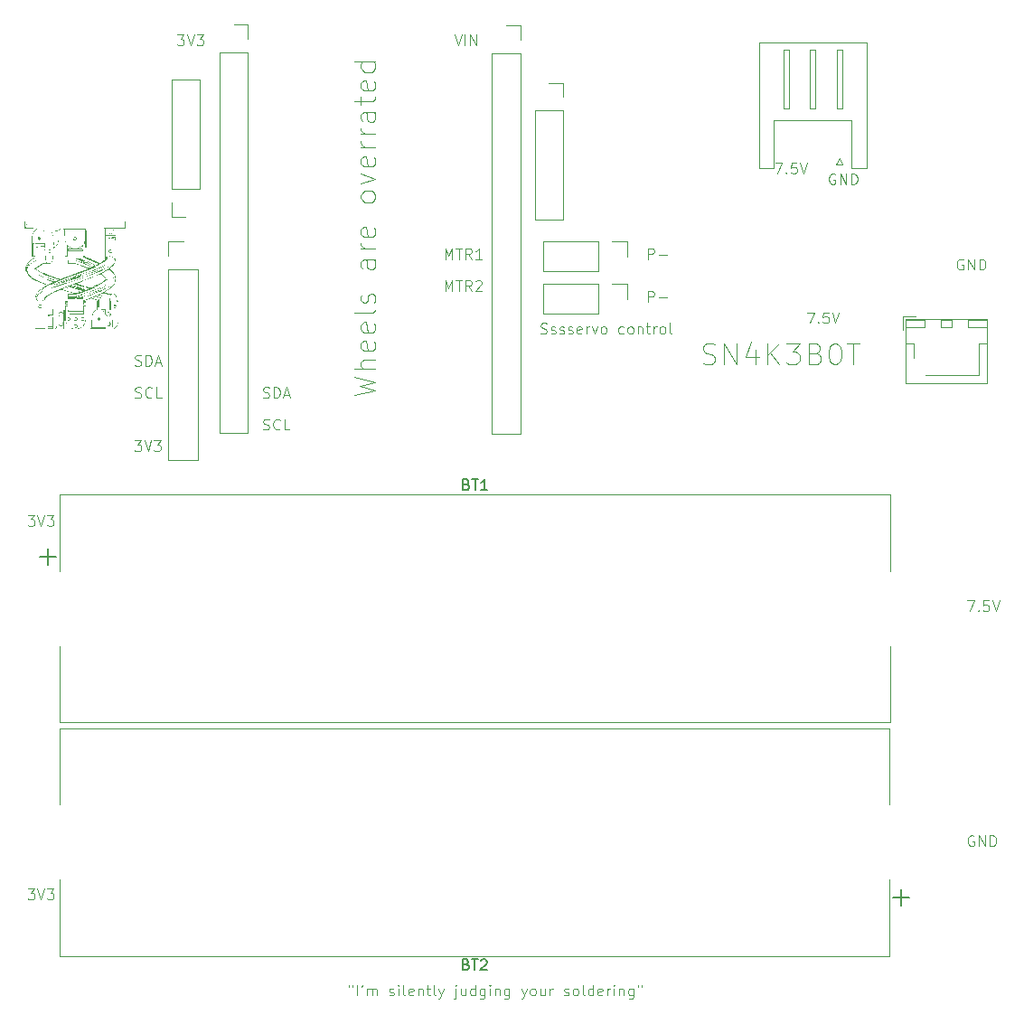
<source format=gbr>
%TF.GenerationSoftware,KiCad,Pcbnew,9.0.3*%
%TF.CreationDate,2025-12-24T22:58:54+05:30*%
%TF.ProjectId,snake_pcb_3,736e616b-655f-4706-9362-5f332e6b6963,rev?*%
%TF.SameCoordinates,Original*%
%TF.FileFunction,Legend,Top*%
%TF.FilePolarity,Positive*%
%FSLAX46Y46*%
G04 Gerber Fmt 4.6, Leading zero omitted, Abs format (unit mm)*
G04 Created by KiCad (PCBNEW 9.0.3) date 2025-12-24 22:58:54*
%MOMM*%
%LPD*%
G01*
G04 APERTURE LIST*
%ADD10C,0.100000*%
%ADD11C,0.150000*%
%ADD12C,0.120000*%
%ADD13C,0.000000*%
G04 APERTURE END LIST*
D10*
X218303884Y-75872419D02*
X218303884Y-74872419D01*
X218303884Y-74872419D02*
X218637217Y-75586704D01*
X218637217Y-75586704D02*
X218970550Y-74872419D01*
X218970550Y-74872419D02*
X218970550Y-75872419D01*
X219303884Y-74872419D02*
X219875312Y-74872419D01*
X219589598Y-75872419D02*
X219589598Y-74872419D01*
X220780074Y-75872419D02*
X220446741Y-75396228D01*
X220208646Y-75872419D02*
X220208646Y-74872419D01*
X220208646Y-74872419D02*
X220589598Y-74872419D01*
X220589598Y-74872419D02*
X220684836Y-74920038D01*
X220684836Y-74920038D02*
X220732455Y-74967657D01*
X220732455Y-74967657D02*
X220780074Y-75062895D01*
X220780074Y-75062895D02*
X220780074Y-75205752D01*
X220780074Y-75205752D02*
X220732455Y-75300990D01*
X220732455Y-75300990D02*
X220684836Y-75348609D01*
X220684836Y-75348609D02*
X220589598Y-75396228D01*
X220589598Y-75396228D02*
X220208646Y-75396228D01*
X221732455Y-75872419D02*
X221161027Y-75872419D01*
X221446741Y-75872419D02*
X221446741Y-74872419D01*
X221446741Y-74872419D02*
X221351503Y-75015276D01*
X221351503Y-75015276D02*
X221256265Y-75110514D01*
X221256265Y-75110514D02*
X221161027Y-75158133D01*
X193208646Y-54872419D02*
X193827693Y-54872419D01*
X193827693Y-54872419D02*
X193494360Y-55253371D01*
X193494360Y-55253371D02*
X193637217Y-55253371D01*
X193637217Y-55253371D02*
X193732455Y-55300990D01*
X193732455Y-55300990D02*
X193780074Y-55348609D01*
X193780074Y-55348609D02*
X193827693Y-55443847D01*
X193827693Y-55443847D02*
X193827693Y-55681942D01*
X193827693Y-55681942D02*
X193780074Y-55777180D01*
X193780074Y-55777180D02*
X193732455Y-55824800D01*
X193732455Y-55824800D02*
X193637217Y-55872419D01*
X193637217Y-55872419D02*
X193351503Y-55872419D01*
X193351503Y-55872419D02*
X193256265Y-55824800D01*
X193256265Y-55824800D02*
X193208646Y-55777180D01*
X194113408Y-54872419D02*
X194446741Y-55872419D01*
X194446741Y-55872419D02*
X194780074Y-54872419D01*
X195018170Y-54872419D02*
X195637217Y-54872419D01*
X195637217Y-54872419D02*
X195303884Y-55253371D01*
X195303884Y-55253371D02*
X195446741Y-55253371D01*
X195446741Y-55253371D02*
X195541979Y-55300990D01*
X195541979Y-55300990D02*
X195589598Y-55348609D01*
X195589598Y-55348609D02*
X195637217Y-55443847D01*
X195637217Y-55443847D02*
X195637217Y-55681942D01*
X195637217Y-55681942D02*
X195589598Y-55777180D01*
X195589598Y-55777180D02*
X195541979Y-55824800D01*
X195541979Y-55824800D02*
X195446741Y-55872419D01*
X195446741Y-55872419D02*
X195161027Y-55872419D01*
X195161027Y-55872419D02*
X195065789Y-55824800D01*
X195065789Y-55824800D02*
X195018170Y-55777180D01*
X189208646Y-92872419D02*
X189827693Y-92872419D01*
X189827693Y-92872419D02*
X189494360Y-93253371D01*
X189494360Y-93253371D02*
X189637217Y-93253371D01*
X189637217Y-93253371D02*
X189732455Y-93300990D01*
X189732455Y-93300990D02*
X189780074Y-93348609D01*
X189780074Y-93348609D02*
X189827693Y-93443847D01*
X189827693Y-93443847D02*
X189827693Y-93681942D01*
X189827693Y-93681942D02*
X189780074Y-93777180D01*
X189780074Y-93777180D02*
X189732455Y-93824800D01*
X189732455Y-93824800D02*
X189637217Y-93872419D01*
X189637217Y-93872419D02*
X189351503Y-93872419D01*
X189351503Y-93872419D02*
X189256265Y-93824800D01*
X189256265Y-93824800D02*
X189208646Y-93777180D01*
X190113408Y-92872419D02*
X190446741Y-93872419D01*
X190446741Y-93872419D02*
X190780074Y-92872419D01*
X191018170Y-92872419D02*
X191637217Y-92872419D01*
X191637217Y-92872419D02*
X191303884Y-93253371D01*
X191303884Y-93253371D02*
X191446741Y-93253371D01*
X191446741Y-93253371D02*
X191541979Y-93300990D01*
X191541979Y-93300990D02*
X191589598Y-93348609D01*
X191589598Y-93348609D02*
X191637217Y-93443847D01*
X191637217Y-93443847D02*
X191637217Y-93681942D01*
X191637217Y-93681942D02*
X191589598Y-93777180D01*
X191589598Y-93777180D02*
X191541979Y-93824800D01*
X191541979Y-93824800D02*
X191446741Y-93872419D01*
X191446741Y-93872419D02*
X191161027Y-93872419D01*
X191161027Y-93872419D02*
X191065789Y-93824800D01*
X191065789Y-93824800D02*
X191018170Y-93777180D01*
X179208646Y-99872419D02*
X179827693Y-99872419D01*
X179827693Y-99872419D02*
X179494360Y-100253371D01*
X179494360Y-100253371D02*
X179637217Y-100253371D01*
X179637217Y-100253371D02*
X179732455Y-100300990D01*
X179732455Y-100300990D02*
X179780074Y-100348609D01*
X179780074Y-100348609D02*
X179827693Y-100443847D01*
X179827693Y-100443847D02*
X179827693Y-100681942D01*
X179827693Y-100681942D02*
X179780074Y-100777180D01*
X179780074Y-100777180D02*
X179732455Y-100824800D01*
X179732455Y-100824800D02*
X179637217Y-100872419D01*
X179637217Y-100872419D02*
X179351503Y-100872419D01*
X179351503Y-100872419D02*
X179256265Y-100824800D01*
X179256265Y-100824800D02*
X179208646Y-100777180D01*
X180113408Y-99872419D02*
X180446741Y-100872419D01*
X180446741Y-100872419D02*
X180780074Y-99872419D01*
X181018170Y-99872419D02*
X181637217Y-99872419D01*
X181637217Y-99872419D02*
X181303884Y-100253371D01*
X181303884Y-100253371D02*
X181446741Y-100253371D01*
X181446741Y-100253371D02*
X181541979Y-100300990D01*
X181541979Y-100300990D02*
X181589598Y-100348609D01*
X181589598Y-100348609D02*
X181637217Y-100443847D01*
X181637217Y-100443847D02*
X181637217Y-100681942D01*
X181637217Y-100681942D02*
X181589598Y-100777180D01*
X181589598Y-100777180D02*
X181541979Y-100824800D01*
X181541979Y-100824800D02*
X181446741Y-100872419D01*
X181446741Y-100872419D02*
X181161027Y-100872419D01*
X181161027Y-100872419D02*
X181065789Y-100824800D01*
X181065789Y-100824800D02*
X181018170Y-100777180D01*
X209256265Y-143872419D02*
X209256265Y-144062895D01*
X209637217Y-143872419D02*
X209637217Y-144062895D01*
X210065789Y-144872419D02*
X210065789Y-143872419D01*
X210589598Y-143872419D02*
X210494360Y-144062895D01*
X211018169Y-144872419D02*
X211018169Y-144205752D01*
X211018169Y-144300990D02*
X211065788Y-144253371D01*
X211065788Y-144253371D02*
X211161026Y-144205752D01*
X211161026Y-144205752D02*
X211303883Y-144205752D01*
X211303883Y-144205752D02*
X211399121Y-144253371D01*
X211399121Y-144253371D02*
X211446740Y-144348609D01*
X211446740Y-144348609D02*
X211446740Y-144872419D01*
X211446740Y-144348609D02*
X211494359Y-144253371D01*
X211494359Y-144253371D02*
X211589597Y-144205752D01*
X211589597Y-144205752D02*
X211732454Y-144205752D01*
X211732454Y-144205752D02*
X211827693Y-144253371D01*
X211827693Y-144253371D02*
X211875312Y-144348609D01*
X211875312Y-144348609D02*
X211875312Y-144872419D01*
X213065788Y-144824800D02*
X213161026Y-144872419D01*
X213161026Y-144872419D02*
X213351502Y-144872419D01*
X213351502Y-144872419D02*
X213446740Y-144824800D01*
X213446740Y-144824800D02*
X213494359Y-144729561D01*
X213494359Y-144729561D02*
X213494359Y-144681942D01*
X213494359Y-144681942D02*
X213446740Y-144586704D01*
X213446740Y-144586704D02*
X213351502Y-144539085D01*
X213351502Y-144539085D02*
X213208645Y-144539085D01*
X213208645Y-144539085D02*
X213113407Y-144491466D01*
X213113407Y-144491466D02*
X213065788Y-144396228D01*
X213065788Y-144396228D02*
X213065788Y-144348609D01*
X213065788Y-144348609D02*
X213113407Y-144253371D01*
X213113407Y-144253371D02*
X213208645Y-144205752D01*
X213208645Y-144205752D02*
X213351502Y-144205752D01*
X213351502Y-144205752D02*
X213446740Y-144253371D01*
X213922931Y-144872419D02*
X213922931Y-144205752D01*
X213922931Y-143872419D02*
X213875312Y-143920038D01*
X213875312Y-143920038D02*
X213922931Y-143967657D01*
X213922931Y-143967657D02*
X213970550Y-143920038D01*
X213970550Y-143920038D02*
X213922931Y-143872419D01*
X213922931Y-143872419D02*
X213922931Y-143967657D01*
X214541978Y-144872419D02*
X214446740Y-144824800D01*
X214446740Y-144824800D02*
X214399121Y-144729561D01*
X214399121Y-144729561D02*
X214399121Y-143872419D01*
X215303883Y-144824800D02*
X215208645Y-144872419D01*
X215208645Y-144872419D02*
X215018169Y-144872419D01*
X215018169Y-144872419D02*
X214922931Y-144824800D01*
X214922931Y-144824800D02*
X214875312Y-144729561D01*
X214875312Y-144729561D02*
X214875312Y-144348609D01*
X214875312Y-144348609D02*
X214922931Y-144253371D01*
X214922931Y-144253371D02*
X215018169Y-144205752D01*
X215018169Y-144205752D02*
X215208645Y-144205752D01*
X215208645Y-144205752D02*
X215303883Y-144253371D01*
X215303883Y-144253371D02*
X215351502Y-144348609D01*
X215351502Y-144348609D02*
X215351502Y-144443847D01*
X215351502Y-144443847D02*
X214875312Y-144539085D01*
X215780074Y-144205752D02*
X215780074Y-144872419D01*
X215780074Y-144300990D02*
X215827693Y-144253371D01*
X215827693Y-144253371D02*
X215922931Y-144205752D01*
X215922931Y-144205752D02*
X216065788Y-144205752D01*
X216065788Y-144205752D02*
X216161026Y-144253371D01*
X216161026Y-144253371D02*
X216208645Y-144348609D01*
X216208645Y-144348609D02*
X216208645Y-144872419D01*
X216541979Y-144205752D02*
X216922931Y-144205752D01*
X216684836Y-143872419D02*
X216684836Y-144729561D01*
X216684836Y-144729561D02*
X216732455Y-144824800D01*
X216732455Y-144824800D02*
X216827693Y-144872419D01*
X216827693Y-144872419D02*
X216922931Y-144872419D01*
X217399122Y-144872419D02*
X217303884Y-144824800D01*
X217303884Y-144824800D02*
X217256265Y-144729561D01*
X217256265Y-144729561D02*
X217256265Y-143872419D01*
X217684837Y-144205752D02*
X217922932Y-144872419D01*
X218161027Y-144205752D02*
X217922932Y-144872419D01*
X217922932Y-144872419D02*
X217827694Y-145110514D01*
X217827694Y-145110514D02*
X217780075Y-145158133D01*
X217780075Y-145158133D02*
X217684837Y-145205752D01*
X219303885Y-144205752D02*
X219303885Y-145062895D01*
X219303885Y-145062895D02*
X219256266Y-145158133D01*
X219256266Y-145158133D02*
X219161028Y-145205752D01*
X219161028Y-145205752D02*
X219113409Y-145205752D01*
X219303885Y-143872419D02*
X219256266Y-143920038D01*
X219256266Y-143920038D02*
X219303885Y-143967657D01*
X219303885Y-143967657D02*
X219351504Y-143920038D01*
X219351504Y-143920038D02*
X219303885Y-143872419D01*
X219303885Y-143872419D02*
X219303885Y-143967657D01*
X220208646Y-144205752D02*
X220208646Y-144872419D01*
X219780075Y-144205752D02*
X219780075Y-144729561D01*
X219780075Y-144729561D02*
X219827694Y-144824800D01*
X219827694Y-144824800D02*
X219922932Y-144872419D01*
X219922932Y-144872419D02*
X220065789Y-144872419D01*
X220065789Y-144872419D02*
X220161027Y-144824800D01*
X220161027Y-144824800D02*
X220208646Y-144777180D01*
X221113408Y-144872419D02*
X221113408Y-143872419D01*
X221113408Y-144824800D02*
X221018170Y-144872419D01*
X221018170Y-144872419D02*
X220827694Y-144872419D01*
X220827694Y-144872419D02*
X220732456Y-144824800D01*
X220732456Y-144824800D02*
X220684837Y-144777180D01*
X220684837Y-144777180D02*
X220637218Y-144681942D01*
X220637218Y-144681942D02*
X220637218Y-144396228D01*
X220637218Y-144396228D02*
X220684837Y-144300990D01*
X220684837Y-144300990D02*
X220732456Y-144253371D01*
X220732456Y-144253371D02*
X220827694Y-144205752D01*
X220827694Y-144205752D02*
X221018170Y-144205752D01*
X221018170Y-144205752D02*
X221113408Y-144253371D01*
X222018170Y-144205752D02*
X222018170Y-145015276D01*
X222018170Y-145015276D02*
X221970551Y-145110514D01*
X221970551Y-145110514D02*
X221922932Y-145158133D01*
X221922932Y-145158133D02*
X221827694Y-145205752D01*
X221827694Y-145205752D02*
X221684837Y-145205752D01*
X221684837Y-145205752D02*
X221589599Y-145158133D01*
X222018170Y-144824800D02*
X221922932Y-144872419D01*
X221922932Y-144872419D02*
X221732456Y-144872419D01*
X221732456Y-144872419D02*
X221637218Y-144824800D01*
X221637218Y-144824800D02*
X221589599Y-144777180D01*
X221589599Y-144777180D02*
X221541980Y-144681942D01*
X221541980Y-144681942D02*
X221541980Y-144396228D01*
X221541980Y-144396228D02*
X221589599Y-144300990D01*
X221589599Y-144300990D02*
X221637218Y-144253371D01*
X221637218Y-144253371D02*
X221732456Y-144205752D01*
X221732456Y-144205752D02*
X221922932Y-144205752D01*
X221922932Y-144205752D02*
X222018170Y-144253371D01*
X222494361Y-144872419D02*
X222494361Y-144205752D01*
X222494361Y-143872419D02*
X222446742Y-143920038D01*
X222446742Y-143920038D02*
X222494361Y-143967657D01*
X222494361Y-143967657D02*
X222541980Y-143920038D01*
X222541980Y-143920038D02*
X222494361Y-143872419D01*
X222494361Y-143872419D02*
X222494361Y-143967657D01*
X222970551Y-144205752D02*
X222970551Y-144872419D01*
X222970551Y-144300990D02*
X223018170Y-144253371D01*
X223018170Y-144253371D02*
X223113408Y-144205752D01*
X223113408Y-144205752D02*
X223256265Y-144205752D01*
X223256265Y-144205752D02*
X223351503Y-144253371D01*
X223351503Y-144253371D02*
X223399122Y-144348609D01*
X223399122Y-144348609D02*
X223399122Y-144872419D01*
X224303884Y-144205752D02*
X224303884Y-145015276D01*
X224303884Y-145015276D02*
X224256265Y-145110514D01*
X224256265Y-145110514D02*
X224208646Y-145158133D01*
X224208646Y-145158133D02*
X224113408Y-145205752D01*
X224113408Y-145205752D02*
X223970551Y-145205752D01*
X223970551Y-145205752D02*
X223875313Y-145158133D01*
X224303884Y-144824800D02*
X224208646Y-144872419D01*
X224208646Y-144872419D02*
X224018170Y-144872419D01*
X224018170Y-144872419D02*
X223922932Y-144824800D01*
X223922932Y-144824800D02*
X223875313Y-144777180D01*
X223875313Y-144777180D02*
X223827694Y-144681942D01*
X223827694Y-144681942D02*
X223827694Y-144396228D01*
X223827694Y-144396228D02*
X223875313Y-144300990D01*
X223875313Y-144300990D02*
X223922932Y-144253371D01*
X223922932Y-144253371D02*
X224018170Y-144205752D01*
X224018170Y-144205752D02*
X224208646Y-144205752D01*
X224208646Y-144205752D02*
X224303884Y-144253371D01*
X225446742Y-144205752D02*
X225684837Y-144872419D01*
X225922932Y-144205752D02*
X225684837Y-144872419D01*
X225684837Y-144872419D02*
X225589599Y-145110514D01*
X225589599Y-145110514D02*
X225541980Y-145158133D01*
X225541980Y-145158133D02*
X225446742Y-145205752D01*
X226446742Y-144872419D02*
X226351504Y-144824800D01*
X226351504Y-144824800D02*
X226303885Y-144777180D01*
X226303885Y-144777180D02*
X226256266Y-144681942D01*
X226256266Y-144681942D02*
X226256266Y-144396228D01*
X226256266Y-144396228D02*
X226303885Y-144300990D01*
X226303885Y-144300990D02*
X226351504Y-144253371D01*
X226351504Y-144253371D02*
X226446742Y-144205752D01*
X226446742Y-144205752D02*
X226589599Y-144205752D01*
X226589599Y-144205752D02*
X226684837Y-144253371D01*
X226684837Y-144253371D02*
X226732456Y-144300990D01*
X226732456Y-144300990D02*
X226780075Y-144396228D01*
X226780075Y-144396228D02*
X226780075Y-144681942D01*
X226780075Y-144681942D02*
X226732456Y-144777180D01*
X226732456Y-144777180D02*
X226684837Y-144824800D01*
X226684837Y-144824800D02*
X226589599Y-144872419D01*
X226589599Y-144872419D02*
X226446742Y-144872419D01*
X227637218Y-144205752D02*
X227637218Y-144872419D01*
X227208647Y-144205752D02*
X227208647Y-144729561D01*
X227208647Y-144729561D02*
X227256266Y-144824800D01*
X227256266Y-144824800D02*
X227351504Y-144872419D01*
X227351504Y-144872419D02*
X227494361Y-144872419D01*
X227494361Y-144872419D02*
X227589599Y-144824800D01*
X227589599Y-144824800D02*
X227637218Y-144777180D01*
X228113409Y-144872419D02*
X228113409Y-144205752D01*
X228113409Y-144396228D02*
X228161028Y-144300990D01*
X228161028Y-144300990D02*
X228208647Y-144253371D01*
X228208647Y-144253371D02*
X228303885Y-144205752D01*
X228303885Y-144205752D02*
X228399123Y-144205752D01*
X229446743Y-144824800D02*
X229541981Y-144872419D01*
X229541981Y-144872419D02*
X229732457Y-144872419D01*
X229732457Y-144872419D02*
X229827695Y-144824800D01*
X229827695Y-144824800D02*
X229875314Y-144729561D01*
X229875314Y-144729561D02*
X229875314Y-144681942D01*
X229875314Y-144681942D02*
X229827695Y-144586704D01*
X229827695Y-144586704D02*
X229732457Y-144539085D01*
X229732457Y-144539085D02*
X229589600Y-144539085D01*
X229589600Y-144539085D02*
X229494362Y-144491466D01*
X229494362Y-144491466D02*
X229446743Y-144396228D01*
X229446743Y-144396228D02*
X229446743Y-144348609D01*
X229446743Y-144348609D02*
X229494362Y-144253371D01*
X229494362Y-144253371D02*
X229589600Y-144205752D01*
X229589600Y-144205752D02*
X229732457Y-144205752D01*
X229732457Y-144205752D02*
X229827695Y-144253371D01*
X230446743Y-144872419D02*
X230351505Y-144824800D01*
X230351505Y-144824800D02*
X230303886Y-144777180D01*
X230303886Y-144777180D02*
X230256267Y-144681942D01*
X230256267Y-144681942D02*
X230256267Y-144396228D01*
X230256267Y-144396228D02*
X230303886Y-144300990D01*
X230303886Y-144300990D02*
X230351505Y-144253371D01*
X230351505Y-144253371D02*
X230446743Y-144205752D01*
X230446743Y-144205752D02*
X230589600Y-144205752D01*
X230589600Y-144205752D02*
X230684838Y-144253371D01*
X230684838Y-144253371D02*
X230732457Y-144300990D01*
X230732457Y-144300990D02*
X230780076Y-144396228D01*
X230780076Y-144396228D02*
X230780076Y-144681942D01*
X230780076Y-144681942D02*
X230732457Y-144777180D01*
X230732457Y-144777180D02*
X230684838Y-144824800D01*
X230684838Y-144824800D02*
X230589600Y-144872419D01*
X230589600Y-144872419D02*
X230446743Y-144872419D01*
X231351505Y-144872419D02*
X231256267Y-144824800D01*
X231256267Y-144824800D02*
X231208648Y-144729561D01*
X231208648Y-144729561D02*
X231208648Y-143872419D01*
X232161029Y-144872419D02*
X232161029Y-143872419D01*
X232161029Y-144824800D02*
X232065791Y-144872419D01*
X232065791Y-144872419D02*
X231875315Y-144872419D01*
X231875315Y-144872419D02*
X231780077Y-144824800D01*
X231780077Y-144824800D02*
X231732458Y-144777180D01*
X231732458Y-144777180D02*
X231684839Y-144681942D01*
X231684839Y-144681942D02*
X231684839Y-144396228D01*
X231684839Y-144396228D02*
X231732458Y-144300990D01*
X231732458Y-144300990D02*
X231780077Y-144253371D01*
X231780077Y-144253371D02*
X231875315Y-144205752D01*
X231875315Y-144205752D02*
X232065791Y-144205752D01*
X232065791Y-144205752D02*
X232161029Y-144253371D01*
X233018172Y-144824800D02*
X232922934Y-144872419D01*
X232922934Y-144872419D02*
X232732458Y-144872419D01*
X232732458Y-144872419D02*
X232637220Y-144824800D01*
X232637220Y-144824800D02*
X232589601Y-144729561D01*
X232589601Y-144729561D02*
X232589601Y-144348609D01*
X232589601Y-144348609D02*
X232637220Y-144253371D01*
X232637220Y-144253371D02*
X232732458Y-144205752D01*
X232732458Y-144205752D02*
X232922934Y-144205752D01*
X232922934Y-144205752D02*
X233018172Y-144253371D01*
X233018172Y-144253371D02*
X233065791Y-144348609D01*
X233065791Y-144348609D02*
X233065791Y-144443847D01*
X233065791Y-144443847D02*
X232589601Y-144539085D01*
X233494363Y-144872419D02*
X233494363Y-144205752D01*
X233494363Y-144396228D02*
X233541982Y-144300990D01*
X233541982Y-144300990D02*
X233589601Y-144253371D01*
X233589601Y-144253371D02*
X233684839Y-144205752D01*
X233684839Y-144205752D02*
X233780077Y-144205752D01*
X234113411Y-144872419D02*
X234113411Y-144205752D01*
X234113411Y-143872419D02*
X234065792Y-143920038D01*
X234065792Y-143920038D02*
X234113411Y-143967657D01*
X234113411Y-143967657D02*
X234161030Y-143920038D01*
X234161030Y-143920038D02*
X234113411Y-143872419D01*
X234113411Y-143872419D02*
X234113411Y-143967657D01*
X234589601Y-144205752D02*
X234589601Y-144872419D01*
X234589601Y-144300990D02*
X234637220Y-144253371D01*
X234637220Y-144253371D02*
X234732458Y-144205752D01*
X234732458Y-144205752D02*
X234875315Y-144205752D01*
X234875315Y-144205752D02*
X234970553Y-144253371D01*
X234970553Y-144253371D02*
X235018172Y-144348609D01*
X235018172Y-144348609D02*
X235018172Y-144872419D01*
X235922934Y-144205752D02*
X235922934Y-145015276D01*
X235922934Y-145015276D02*
X235875315Y-145110514D01*
X235875315Y-145110514D02*
X235827696Y-145158133D01*
X235827696Y-145158133D02*
X235732458Y-145205752D01*
X235732458Y-145205752D02*
X235589601Y-145205752D01*
X235589601Y-145205752D02*
X235494363Y-145158133D01*
X235922934Y-144824800D02*
X235827696Y-144872419D01*
X235827696Y-144872419D02*
X235637220Y-144872419D01*
X235637220Y-144872419D02*
X235541982Y-144824800D01*
X235541982Y-144824800D02*
X235494363Y-144777180D01*
X235494363Y-144777180D02*
X235446744Y-144681942D01*
X235446744Y-144681942D02*
X235446744Y-144396228D01*
X235446744Y-144396228D02*
X235494363Y-144300990D01*
X235494363Y-144300990D02*
X235541982Y-144253371D01*
X235541982Y-144253371D02*
X235637220Y-144205752D01*
X235637220Y-144205752D02*
X235827696Y-144205752D01*
X235827696Y-144205752D02*
X235922934Y-144253371D01*
X236351506Y-143872419D02*
X236351506Y-144062895D01*
X236732458Y-143872419D02*
X236732458Y-144062895D01*
X242446741Y-85654800D02*
X242732455Y-85750038D01*
X242732455Y-85750038D02*
X243208646Y-85750038D01*
X243208646Y-85750038D02*
X243399122Y-85654800D01*
X243399122Y-85654800D02*
X243494360Y-85559561D01*
X243494360Y-85559561D02*
X243589598Y-85369085D01*
X243589598Y-85369085D02*
X243589598Y-85178609D01*
X243589598Y-85178609D02*
X243494360Y-84988133D01*
X243494360Y-84988133D02*
X243399122Y-84892895D01*
X243399122Y-84892895D02*
X243208646Y-84797657D01*
X243208646Y-84797657D02*
X242827693Y-84702419D01*
X242827693Y-84702419D02*
X242637217Y-84607180D01*
X242637217Y-84607180D02*
X242541979Y-84511942D01*
X242541979Y-84511942D02*
X242446741Y-84321466D01*
X242446741Y-84321466D02*
X242446741Y-84130990D01*
X242446741Y-84130990D02*
X242541979Y-83940514D01*
X242541979Y-83940514D02*
X242637217Y-83845276D01*
X242637217Y-83845276D02*
X242827693Y-83750038D01*
X242827693Y-83750038D02*
X243303884Y-83750038D01*
X243303884Y-83750038D02*
X243589598Y-83845276D01*
X244446741Y-85750038D02*
X244446741Y-83750038D01*
X244446741Y-83750038D02*
X245589598Y-85750038D01*
X245589598Y-85750038D02*
X245589598Y-83750038D01*
X247399122Y-84416704D02*
X247399122Y-85750038D01*
X246922931Y-83654800D02*
X246446741Y-85083371D01*
X246446741Y-85083371D02*
X247684836Y-85083371D01*
X248446741Y-85750038D02*
X248446741Y-83750038D01*
X249589598Y-85750038D02*
X248732455Y-84607180D01*
X249589598Y-83750038D02*
X248446741Y-84892895D01*
X250256265Y-83750038D02*
X251494360Y-83750038D01*
X251494360Y-83750038D02*
X250827693Y-84511942D01*
X250827693Y-84511942D02*
X251113408Y-84511942D01*
X251113408Y-84511942D02*
X251303884Y-84607180D01*
X251303884Y-84607180D02*
X251399122Y-84702419D01*
X251399122Y-84702419D02*
X251494360Y-84892895D01*
X251494360Y-84892895D02*
X251494360Y-85369085D01*
X251494360Y-85369085D02*
X251399122Y-85559561D01*
X251399122Y-85559561D02*
X251303884Y-85654800D01*
X251303884Y-85654800D02*
X251113408Y-85750038D01*
X251113408Y-85750038D02*
X250541979Y-85750038D01*
X250541979Y-85750038D02*
X250351503Y-85654800D01*
X250351503Y-85654800D02*
X250256265Y-85559561D01*
X253018170Y-84702419D02*
X253303884Y-84797657D01*
X253303884Y-84797657D02*
X253399122Y-84892895D01*
X253399122Y-84892895D02*
X253494360Y-85083371D01*
X253494360Y-85083371D02*
X253494360Y-85369085D01*
X253494360Y-85369085D02*
X253399122Y-85559561D01*
X253399122Y-85559561D02*
X253303884Y-85654800D01*
X253303884Y-85654800D02*
X253113408Y-85750038D01*
X253113408Y-85750038D02*
X252351503Y-85750038D01*
X252351503Y-85750038D02*
X252351503Y-83750038D01*
X252351503Y-83750038D02*
X253018170Y-83750038D01*
X253018170Y-83750038D02*
X253208646Y-83845276D01*
X253208646Y-83845276D02*
X253303884Y-83940514D01*
X253303884Y-83940514D02*
X253399122Y-84130990D01*
X253399122Y-84130990D02*
X253399122Y-84321466D01*
X253399122Y-84321466D02*
X253303884Y-84511942D01*
X253303884Y-84511942D02*
X253208646Y-84607180D01*
X253208646Y-84607180D02*
X253018170Y-84702419D01*
X253018170Y-84702419D02*
X252351503Y-84702419D01*
X254732455Y-83750038D02*
X254922932Y-83750038D01*
X254922932Y-83750038D02*
X255113408Y-83845276D01*
X255113408Y-83845276D02*
X255208646Y-83940514D01*
X255208646Y-83940514D02*
X255303884Y-84130990D01*
X255303884Y-84130990D02*
X255399122Y-84511942D01*
X255399122Y-84511942D02*
X255399122Y-84988133D01*
X255399122Y-84988133D02*
X255303884Y-85369085D01*
X255303884Y-85369085D02*
X255208646Y-85559561D01*
X255208646Y-85559561D02*
X255113408Y-85654800D01*
X255113408Y-85654800D02*
X254922932Y-85750038D01*
X254922932Y-85750038D02*
X254732455Y-85750038D01*
X254732455Y-85750038D02*
X254541979Y-85654800D01*
X254541979Y-85654800D02*
X254446741Y-85559561D01*
X254446741Y-85559561D02*
X254351503Y-85369085D01*
X254351503Y-85369085D02*
X254256265Y-84988133D01*
X254256265Y-84988133D02*
X254256265Y-84511942D01*
X254256265Y-84511942D02*
X254351503Y-84130990D01*
X254351503Y-84130990D02*
X254446741Y-83940514D01*
X254446741Y-83940514D02*
X254541979Y-83845276D01*
X254541979Y-83845276D02*
X254732455Y-83750038D01*
X255970551Y-83750038D02*
X257113408Y-83750038D01*
X256541979Y-85750038D02*
X256541979Y-83750038D01*
X254827693Y-67920038D02*
X254732455Y-67872419D01*
X254732455Y-67872419D02*
X254589598Y-67872419D01*
X254589598Y-67872419D02*
X254446741Y-67920038D01*
X254446741Y-67920038D02*
X254351503Y-68015276D01*
X254351503Y-68015276D02*
X254303884Y-68110514D01*
X254303884Y-68110514D02*
X254256265Y-68300990D01*
X254256265Y-68300990D02*
X254256265Y-68443847D01*
X254256265Y-68443847D02*
X254303884Y-68634323D01*
X254303884Y-68634323D02*
X254351503Y-68729561D01*
X254351503Y-68729561D02*
X254446741Y-68824800D01*
X254446741Y-68824800D02*
X254589598Y-68872419D01*
X254589598Y-68872419D02*
X254684836Y-68872419D01*
X254684836Y-68872419D02*
X254827693Y-68824800D01*
X254827693Y-68824800D02*
X254875312Y-68777180D01*
X254875312Y-68777180D02*
X254875312Y-68443847D01*
X254875312Y-68443847D02*
X254684836Y-68443847D01*
X255303884Y-68872419D02*
X255303884Y-67872419D01*
X255303884Y-67872419D02*
X255875312Y-68872419D01*
X255875312Y-68872419D02*
X255875312Y-67872419D01*
X256351503Y-68872419D02*
X256351503Y-67872419D01*
X256351503Y-67872419D02*
X256589598Y-67872419D01*
X256589598Y-67872419D02*
X256732455Y-67920038D01*
X256732455Y-67920038D02*
X256827693Y-68015276D01*
X256827693Y-68015276D02*
X256875312Y-68110514D01*
X256875312Y-68110514D02*
X256922931Y-68300990D01*
X256922931Y-68300990D02*
X256922931Y-68443847D01*
X256922931Y-68443847D02*
X256875312Y-68634323D01*
X256875312Y-68634323D02*
X256827693Y-68729561D01*
X256827693Y-68729561D02*
X256732455Y-68824800D01*
X256732455Y-68824800D02*
X256589598Y-68872419D01*
X256589598Y-68872419D02*
X256351503Y-68872419D01*
X219161027Y-54872419D02*
X219494360Y-55872419D01*
X219494360Y-55872419D02*
X219827693Y-54872419D01*
X220161027Y-55872419D02*
X220161027Y-54872419D01*
X220637217Y-55872419D02*
X220637217Y-54872419D01*
X220637217Y-54872419D02*
X221208645Y-55872419D01*
X221208645Y-55872419D02*
X221208645Y-54872419D01*
X227256265Y-82824800D02*
X227399122Y-82872419D01*
X227399122Y-82872419D02*
X227637217Y-82872419D01*
X227637217Y-82872419D02*
X227732455Y-82824800D01*
X227732455Y-82824800D02*
X227780074Y-82777180D01*
X227780074Y-82777180D02*
X227827693Y-82681942D01*
X227827693Y-82681942D02*
X227827693Y-82586704D01*
X227827693Y-82586704D02*
X227780074Y-82491466D01*
X227780074Y-82491466D02*
X227732455Y-82443847D01*
X227732455Y-82443847D02*
X227637217Y-82396228D01*
X227637217Y-82396228D02*
X227446741Y-82348609D01*
X227446741Y-82348609D02*
X227351503Y-82300990D01*
X227351503Y-82300990D02*
X227303884Y-82253371D01*
X227303884Y-82253371D02*
X227256265Y-82158133D01*
X227256265Y-82158133D02*
X227256265Y-82062895D01*
X227256265Y-82062895D02*
X227303884Y-81967657D01*
X227303884Y-81967657D02*
X227351503Y-81920038D01*
X227351503Y-81920038D02*
X227446741Y-81872419D01*
X227446741Y-81872419D02*
X227684836Y-81872419D01*
X227684836Y-81872419D02*
X227827693Y-81920038D01*
X228208646Y-82824800D02*
X228303884Y-82872419D01*
X228303884Y-82872419D02*
X228494360Y-82872419D01*
X228494360Y-82872419D02*
X228589598Y-82824800D01*
X228589598Y-82824800D02*
X228637217Y-82729561D01*
X228637217Y-82729561D02*
X228637217Y-82681942D01*
X228637217Y-82681942D02*
X228589598Y-82586704D01*
X228589598Y-82586704D02*
X228494360Y-82539085D01*
X228494360Y-82539085D02*
X228351503Y-82539085D01*
X228351503Y-82539085D02*
X228256265Y-82491466D01*
X228256265Y-82491466D02*
X228208646Y-82396228D01*
X228208646Y-82396228D02*
X228208646Y-82348609D01*
X228208646Y-82348609D02*
X228256265Y-82253371D01*
X228256265Y-82253371D02*
X228351503Y-82205752D01*
X228351503Y-82205752D02*
X228494360Y-82205752D01*
X228494360Y-82205752D02*
X228589598Y-82253371D01*
X229018170Y-82824800D02*
X229113408Y-82872419D01*
X229113408Y-82872419D02*
X229303884Y-82872419D01*
X229303884Y-82872419D02*
X229399122Y-82824800D01*
X229399122Y-82824800D02*
X229446741Y-82729561D01*
X229446741Y-82729561D02*
X229446741Y-82681942D01*
X229446741Y-82681942D02*
X229399122Y-82586704D01*
X229399122Y-82586704D02*
X229303884Y-82539085D01*
X229303884Y-82539085D02*
X229161027Y-82539085D01*
X229161027Y-82539085D02*
X229065789Y-82491466D01*
X229065789Y-82491466D02*
X229018170Y-82396228D01*
X229018170Y-82396228D02*
X229018170Y-82348609D01*
X229018170Y-82348609D02*
X229065789Y-82253371D01*
X229065789Y-82253371D02*
X229161027Y-82205752D01*
X229161027Y-82205752D02*
X229303884Y-82205752D01*
X229303884Y-82205752D02*
X229399122Y-82253371D01*
X229827694Y-82824800D02*
X229922932Y-82872419D01*
X229922932Y-82872419D02*
X230113408Y-82872419D01*
X230113408Y-82872419D02*
X230208646Y-82824800D01*
X230208646Y-82824800D02*
X230256265Y-82729561D01*
X230256265Y-82729561D02*
X230256265Y-82681942D01*
X230256265Y-82681942D02*
X230208646Y-82586704D01*
X230208646Y-82586704D02*
X230113408Y-82539085D01*
X230113408Y-82539085D02*
X229970551Y-82539085D01*
X229970551Y-82539085D02*
X229875313Y-82491466D01*
X229875313Y-82491466D02*
X229827694Y-82396228D01*
X229827694Y-82396228D02*
X229827694Y-82348609D01*
X229827694Y-82348609D02*
X229875313Y-82253371D01*
X229875313Y-82253371D02*
X229970551Y-82205752D01*
X229970551Y-82205752D02*
X230113408Y-82205752D01*
X230113408Y-82205752D02*
X230208646Y-82253371D01*
X231065789Y-82824800D02*
X230970551Y-82872419D01*
X230970551Y-82872419D02*
X230780075Y-82872419D01*
X230780075Y-82872419D02*
X230684837Y-82824800D01*
X230684837Y-82824800D02*
X230637218Y-82729561D01*
X230637218Y-82729561D02*
X230637218Y-82348609D01*
X230637218Y-82348609D02*
X230684837Y-82253371D01*
X230684837Y-82253371D02*
X230780075Y-82205752D01*
X230780075Y-82205752D02*
X230970551Y-82205752D01*
X230970551Y-82205752D02*
X231065789Y-82253371D01*
X231065789Y-82253371D02*
X231113408Y-82348609D01*
X231113408Y-82348609D02*
X231113408Y-82443847D01*
X231113408Y-82443847D02*
X230637218Y-82539085D01*
X231541980Y-82872419D02*
X231541980Y-82205752D01*
X231541980Y-82396228D02*
X231589599Y-82300990D01*
X231589599Y-82300990D02*
X231637218Y-82253371D01*
X231637218Y-82253371D02*
X231732456Y-82205752D01*
X231732456Y-82205752D02*
X231827694Y-82205752D01*
X232065790Y-82205752D02*
X232303885Y-82872419D01*
X232303885Y-82872419D02*
X232541980Y-82205752D01*
X233065790Y-82872419D02*
X232970552Y-82824800D01*
X232970552Y-82824800D02*
X232922933Y-82777180D01*
X232922933Y-82777180D02*
X232875314Y-82681942D01*
X232875314Y-82681942D02*
X232875314Y-82396228D01*
X232875314Y-82396228D02*
X232922933Y-82300990D01*
X232922933Y-82300990D02*
X232970552Y-82253371D01*
X232970552Y-82253371D02*
X233065790Y-82205752D01*
X233065790Y-82205752D02*
X233208647Y-82205752D01*
X233208647Y-82205752D02*
X233303885Y-82253371D01*
X233303885Y-82253371D02*
X233351504Y-82300990D01*
X233351504Y-82300990D02*
X233399123Y-82396228D01*
X233399123Y-82396228D02*
X233399123Y-82681942D01*
X233399123Y-82681942D02*
X233351504Y-82777180D01*
X233351504Y-82777180D02*
X233303885Y-82824800D01*
X233303885Y-82824800D02*
X233208647Y-82872419D01*
X233208647Y-82872419D02*
X233065790Y-82872419D01*
X235018171Y-82824800D02*
X234922933Y-82872419D01*
X234922933Y-82872419D02*
X234732457Y-82872419D01*
X234732457Y-82872419D02*
X234637219Y-82824800D01*
X234637219Y-82824800D02*
X234589600Y-82777180D01*
X234589600Y-82777180D02*
X234541981Y-82681942D01*
X234541981Y-82681942D02*
X234541981Y-82396228D01*
X234541981Y-82396228D02*
X234589600Y-82300990D01*
X234589600Y-82300990D02*
X234637219Y-82253371D01*
X234637219Y-82253371D02*
X234732457Y-82205752D01*
X234732457Y-82205752D02*
X234922933Y-82205752D01*
X234922933Y-82205752D02*
X235018171Y-82253371D01*
X235589600Y-82872419D02*
X235494362Y-82824800D01*
X235494362Y-82824800D02*
X235446743Y-82777180D01*
X235446743Y-82777180D02*
X235399124Y-82681942D01*
X235399124Y-82681942D02*
X235399124Y-82396228D01*
X235399124Y-82396228D02*
X235446743Y-82300990D01*
X235446743Y-82300990D02*
X235494362Y-82253371D01*
X235494362Y-82253371D02*
X235589600Y-82205752D01*
X235589600Y-82205752D02*
X235732457Y-82205752D01*
X235732457Y-82205752D02*
X235827695Y-82253371D01*
X235827695Y-82253371D02*
X235875314Y-82300990D01*
X235875314Y-82300990D02*
X235922933Y-82396228D01*
X235922933Y-82396228D02*
X235922933Y-82681942D01*
X235922933Y-82681942D02*
X235875314Y-82777180D01*
X235875314Y-82777180D02*
X235827695Y-82824800D01*
X235827695Y-82824800D02*
X235732457Y-82872419D01*
X235732457Y-82872419D02*
X235589600Y-82872419D01*
X236351505Y-82205752D02*
X236351505Y-82872419D01*
X236351505Y-82300990D02*
X236399124Y-82253371D01*
X236399124Y-82253371D02*
X236494362Y-82205752D01*
X236494362Y-82205752D02*
X236637219Y-82205752D01*
X236637219Y-82205752D02*
X236732457Y-82253371D01*
X236732457Y-82253371D02*
X236780076Y-82348609D01*
X236780076Y-82348609D02*
X236780076Y-82872419D01*
X237113410Y-82205752D02*
X237494362Y-82205752D01*
X237256267Y-81872419D02*
X237256267Y-82729561D01*
X237256267Y-82729561D02*
X237303886Y-82824800D01*
X237303886Y-82824800D02*
X237399124Y-82872419D01*
X237399124Y-82872419D02*
X237494362Y-82872419D01*
X237827696Y-82872419D02*
X237827696Y-82205752D01*
X237827696Y-82396228D02*
X237875315Y-82300990D01*
X237875315Y-82300990D02*
X237922934Y-82253371D01*
X237922934Y-82253371D02*
X238018172Y-82205752D01*
X238018172Y-82205752D02*
X238113410Y-82205752D01*
X238589601Y-82872419D02*
X238494363Y-82824800D01*
X238494363Y-82824800D02*
X238446744Y-82777180D01*
X238446744Y-82777180D02*
X238399125Y-82681942D01*
X238399125Y-82681942D02*
X238399125Y-82396228D01*
X238399125Y-82396228D02*
X238446744Y-82300990D01*
X238446744Y-82300990D02*
X238494363Y-82253371D01*
X238494363Y-82253371D02*
X238589601Y-82205752D01*
X238589601Y-82205752D02*
X238732458Y-82205752D01*
X238732458Y-82205752D02*
X238827696Y-82253371D01*
X238827696Y-82253371D02*
X238875315Y-82300990D01*
X238875315Y-82300990D02*
X238922934Y-82396228D01*
X238922934Y-82396228D02*
X238922934Y-82681942D01*
X238922934Y-82681942D02*
X238875315Y-82777180D01*
X238875315Y-82777180D02*
X238827696Y-82824800D01*
X238827696Y-82824800D02*
X238732458Y-82872419D01*
X238732458Y-82872419D02*
X238589601Y-82872419D01*
X239494363Y-82872419D02*
X239399125Y-82824800D01*
X239399125Y-82824800D02*
X239351506Y-82729561D01*
X239351506Y-82729561D02*
X239351506Y-81872419D01*
X179208646Y-134872419D02*
X179827693Y-134872419D01*
X179827693Y-134872419D02*
X179494360Y-135253371D01*
X179494360Y-135253371D02*
X179637217Y-135253371D01*
X179637217Y-135253371D02*
X179732455Y-135300990D01*
X179732455Y-135300990D02*
X179780074Y-135348609D01*
X179780074Y-135348609D02*
X179827693Y-135443847D01*
X179827693Y-135443847D02*
X179827693Y-135681942D01*
X179827693Y-135681942D02*
X179780074Y-135777180D01*
X179780074Y-135777180D02*
X179732455Y-135824800D01*
X179732455Y-135824800D02*
X179637217Y-135872419D01*
X179637217Y-135872419D02*
X179351503Y-135872419D01*
X179351503Y-135872419D02*
X179256265Y-135824800D01*
X179256265Y-135824800D02*
X179208646Y-135777180D01*
X180113408Y-134872419D02*
X180446741Y-135872419D01*
X180446741Y-135872419D02*
X180780074Y-134872419D01*
X181018170Y-134872419D02*
X181637217Y-134872419D01*
X181637217Y-134872419D02*
X181303884Y-135253371D01*
X181303884Y-135253371D02*
X181446741Y-135253371D01*
X181446741Y-135253371D02*
X181541979Y-135300990D01*
X181541979Y-135300990D02*
X181589598Y-135348609D01*
X181589598Y-135348609D02*
X181637217Y-135443847D01*
X181637217Y-135443847D02*
X181637217Y-135681942D01*
X181637217Y-135681942D02*
X181589598Y-135777180D01*
X181589598Y-135777180D02*
X181541979Y-135824800D01*
X181541979Y-135824800D02*
X181446741Y-135872419D01*
X181446741Y-135872419D02*
X181161027Y-135872419D01*
X181161027Y-135872419D02*
X181065789Y-135824800D01*
X181065789Y-135824800D02*
X181018170Y-135777180D01*
X189256265Y-85824800D02*
X189399122Y-85872419D01*
X189399122Y-85872419D02*
X189637217Y-85872419D01*
X189637217Y-85872419D02*
X189732455Y-85824800D01*
X189732455Y-85824800D02*
X189780074Y-85777180D01*
X189780074Y-85777180D02*
X189827693Y-85681942D01*
X189827693Y-85681942D02*
X189827693Y-85586704D01*
X189827693Y-85586704D02*
X189780074Y-85491466D01*
X189780074Y-85491466D02*
X189732455Y-85443847D01*
X189732455Y-85443847D02*
X189637217Y-85396228D01*
X189637217Y-85396228D02*
X189446741Y-85348609D01*
X189446741Y-85348609D02*
X189351503Y-85300990D01*
X189351503Y-85300990D02*
X189303884Y-85253371D01*
X189303884Y-85253371D02*
X189256265Y-85158133D01*
X189256265Y-85158133D02*
X189256265Y-85062895D01*
X189256265Y-85062895D02*
X189303884Y-84967657D01*
X189303884Y-84967657D02*
X189351503Y-84920038D01*
X189351503Y-84920038D02*
X189446741Y-84872419D01*
X189446741Y-84872419D02*
X189684836Y-84872419D01*
X189684836Y-84872419D02*
X189827693Y-84920038D01*
X190256265Y-85872419D02*
X190256265Y-84872419D01*
X190256265Y-84872419D02*
X190494360Y-84872419D01*
X190494360Y-84872419D02*
X190637217Y-84920038D01*
X190637217Y-84920038D02*
X190732455Y-85015276D01*
X190732455Y-85015276D02*
X190780074Y-85110514D01*
X190780074Y-85110514D02*
X190827693Y-85300990D01*
X190827693Y-85300990D02*
X190827693Y-85443847D01*
X190827693Y-85443847D02*
X190780074Y-85634323D01*
X190780074Y-85634323D02*
X190732455Y-85729561D01*
X190732455Y-85729561D02*
X190637217Y-85824800D01*
X190637217Y-85824800D02*
X190494360Y-85872419D01*
X190494360Y-85872419D02*
X190256265Y-85872419D01*
X191208646Y-85586704D02*
X191684836Y-85586704D01*
X191113408Y-85872419D02*
X191446741Y-84872419D01*
X191446741Y-84872419D02*
X191780074Y-85872419D01*
X189256265Y-88824800D02*
X189399122Y-88872419D01*
X189399122Y-88872419D02*
X189637217Y-88872419D01*
X189637217Y-88872419D02*
X189732455Y-88824800D01*
X189732455Y-88824800D02*
X189780074Y-88777180D01*
X189780074Y-88777180D02*
X189827693Y-88681942D01*
X189827693Y-88681942D02*
X189827693Y-88586704D01*
X189827693Y-88586704D02*
X189780074Y-88491466D01*
X189780074Y-88491466D02*
X189732455Y-88443847D01*
X189732455Y-88443847D02*
X189637217Y-88396228D01*
X189637217Y-88396228D02*
X189446741Y-88348609D01*
X189446741Y-88348609D02*
X189351503Y-88300990D01*
X189351503Y-88300990D02*
X189303884Y-88253371D01*
X189303884Y-88253371D02*
X189256265Y-88158133D01*
X189256265Y-88158133D02*
X189256265Y-88062895D01*
X189256265Y-88062895D02*
X189303884Y-87967657D01*
X189303884Y-87967657D02*
X189351503Y-87920038D01*
X189351503Y-87920038D02*
X189446741Y-87872419D01*
X189446741Y-87872419D02*
X189684836Y-87872419D01*
X189684836Y-87872419D02*
X189827693Y-87920038D01*
X190827693Y-88777180D02*
X190780074Y-88824800D01*
X190780074Y-88824800D02*
X190637217Y-88872419D01*
X190637217Y-88872419D02*
X190541979Y-88872419D01*
X190541979Y-88872419D02*
X190399122Y-88824800D01*
X190399122Y-88824800D02*
X190303884Y-88729561D01*
X190303884Y-88729561D02*
X190256265Y-88634323D01*
X190256265Y-88634323D02*
X190208646Y-88443847D01*
X190208646Y-88443847D02*
X190208646Y-88300990D01*
X190208646Y-88300990D02*
X190256265Y-88110514D01*
X190256265Y-88110514D02*
X190303884Y-88015276D01*
X190303884Y-88015276D02*
X190399122Y-87920038D01*
X190399122Y-87920038D02*
X190541979Y-87872419D01*
X190541979Y-87872419D02*
X190637217Y-87872419D01*
X190637217Y-87872419D02*
X190780074Y-87920038D01*
X190780074Y-87920038D02*
X190827693Y-87967657D01*
X191732455Y-88872419D02*
X191256265Y-88872419D01*
X191256265Y-88872419D02*
X191256265Y-87872419D01*
X209750038Y-88648496D02*
X211750038Y-88172306D01*
X211750038Y-88172306D02*
X210321466Y-87791353D01*
X210321466Y-87791353D02*
X211750038Y-87410401D01*
X211750038Y-87410401D02*
X209750038Y-86934211D01*
X211750038Y-86172306D02*
X209750038Y-86172306D01*
X211750038Y-85315163D02*
X210702419Y-85315163D01*
X210702419Y-85315163D02*
X210511942Y-85410401D01*
X210511942Y-85410401D02*
X210416704Y-85600877D01*
X210416704Y-85600877D02*
X210416704Y-85886592D01*
X210416704Y-85886592D02*
X210511942Y-86077068D01*
X210511942Y-86077068D02*
X210607180Y-86172306D01*
X211654800Y-83600877D02*
X211750038Y-83791353D01*
X211750038Y-83791353D02*
X211750038Y-84172306D01*
X211750038Y-84172306D02*
X211654800Y-84362782D01*
X211654800Y-84362782D02*
X211464323Y-84458020D01*
X211464323Y-84458020D02*
X210702419Y-84458020D01*
X210702419Y-84458020D02*
X210511942Y-84362782D01*
X210511942Y-84362782D02*
X210416704Y-84172306D01*
X210416704Y-84172306D02*
X210416704Y-83791353D01*
X210416704Y-83791353D02*
X210511942Y-83600877D01*
X210511942Y-83600877D02*
X210702419Y-83505639D01*
X210702419Y-83505639D02*
X210892895Y-83505639D01*
X210892895Y-83505639D02*
X211083371Y-84458020D01*
X211654800Y-81886591D02*
X211750038Y-82077067D01*
X211750038Y-82077067D02*
X211750038Y-82458020D01*
X211750038Y-82458020D02*
X211654800Y-82648496D01*
X211654800Y-82648496D02*
X211464323Y-82743734D01*
X211464323Y-82743734D02*
X210702419Y-82743734D01*
X210702419Y-82743734D02*
X210511942Y-82648496D01*
X210511942Y-82648496D02*
X210416704Y-82458020D01*
X210416704Y-82458020D02*
X210416704Y-82077067D01*
X210416704Y-82077067D02*
X210511942Y-81886591D01*
X210511942Y-81886591D02*
X210702419Y-81791353D01*
X210702419Y-81791353D02*
X210892895Y-81791353D01*
X210892895Y-81791353D02*
X211083371Y-82743734D01*
X211750038Y-80648496D02*
X211654800Y-80838972D01*
X211654800Y-80838972D02*
X211464323Y-80934210D01*
X211464323Y-80934210D02*
X209750038Y-80934210D01*
X211654800Y-79981829D02*
X211750038Y-79791353D01*
X211750038Y-79791353D02*
X211750038Y-79410401D01*
X211750038Y-79410401D02*
X211654800Y-79219924D01*
X211654800Y-79219924D02*
X211464323Y-79124686D01*
X211464323Y-79124686D02*
X211369085Y-79124686D01*
X211369085Y-79124686D02*
X211178609Y-79219924D01*
X211178609Y-79219924D02*
X211083371Y-79410401D01*
X211083371Y-79410401D02*
X211083371Y-79696115D01*
X211083371Y-79696115D02*
X210988133Y-79886591D01*
X210988133Y-79886591D02*
X210797657Y-79981829D01*
X210797657Y-79981829D02*
X210702419Y-79981829D01*
X210702419Y-79981829D02*
X210511942Y-79886591D01*
X210511942Y-79886591D02*
X210416704Y-79696115D01*
X210416704Y-79696115D02*
X210416704Y-79410401D01*
X210416704Y-79410401D02*
X210511942Y-79219924D01*
X211750038Y-75886590D02*
X210702419Y-75886590D01*
X210702419Y-75886590D02*
X210511942Y-75981828D01*
X210511942Y-75981828D02*
X210416704Y-76172304D01*
X210416704Y-76172304D02*
X210416704Y-76553257D01*
X210416704Y-76553257D02*
X210511942Y-76743733D01*
X211654800Y-75886590D02*
X211750038Y-76077066D01*
X211750038Y-76077066D02*
X211750038Y-76553257D01*
X211750038Y-76553257D02*
X211654800Y-76743733D01*
X211654800Y-76743733D02*
X211464323Y-76838971D01*
X211464323Y-76838971D02*
X211273847Y-76838971D01*
X211273847Y-76838971D02*
X211083371Y-76743733D01*
X211083371Y-76743733D02*
X210988133Y-76553257D01*
X210988133Y-76553257D02*
X210988133Y-76077066D01*
X210988133Y-76077066D02*
X210892895Y-75886590D01*
X211750038Y-74934209D02*
X210416704Y-74934209D01*
X210797657Y-74934209D02*
X210607180Y-74838971D01*
X210607180Y-74838971D02*
X210511942Y-74743733D01*
X210511942Y-74743733D02*
X210416704Y-74553257D01*
X210416704Y-74553257D02*
X210416704Y-74362780D01*
X211654800Y-72934209D02*
X211750038Y-73124685D01*
X211750038Y-73124685D02*
X211750038Y-73505638D01*
X211750038Y-73505638D02*
X211654800Y-73696114D01*
X211654800Y-73696114D02*
X211464323Y-73791352D01*
X211464323Y-73791352D02*
X210702419Y-73791352D01*
X210702419Y-73791352D02*
X210511942Y-73696114D01*
X210511942Y-73696114D02*
X210416704Y-73505638D01*
X210416704Y-73505638D02*
X210416704Y-73124685D01*
X210416704Y-73124685D02*
X210511942Y-72934209D01*
X210511942Y-72934209D02*
X210702419Y-72838971D01*
X210702419Y-72838971D02*
X210892895Y-72838971D01*
X210892895Y-72838971D02*
X211083371Y-73791352D01*
X211750038Y-70172304D02*
X211654800Y-70362780D01*
X211654800Y-70362780D02*
X211559561Y-70458018D01*
X211559561Y-70458018D02*
X211369085Y-70553256D01*
X211369085Y-70553256D02*
X210797657Y-70553256D01*
X210797657Y-70553256D02*
X210607180Y-70458018D01*
X210607180Y-70458018D02*
X210511942Y-70362780D01*
X210511942Y-70362780D02*
X210416704Y-70172304D01*
X210416704Y-70172304D02*
X210416704Y-69886589D01*
X210416704Y-69886589D02*
X210511942Y-69696113D01*
X210511942Y-69696113D02*
X210607180Y-69600875D01*
X210607180Y-69600875D02*
X210797657Y-69505637D01*
X210797657Y-69505637D02*
X211369085Y-69505637D01*
X211369085Y-69505637D02*
X211559561Y-69600875D01*
X211559561Y-69600875D02*
X211654800Y-69696113D01*
X211654800Y-69696113D02*
X211750038Y-69886589D01*
X211750038Y-69886589D02*
X211750038Y-70172304D01*
X210416704Y-68838970D02*
X211750038Y-68362780D01*
X211750038Y-68362780D02*
X210416704Y-67886589D01*
X211654800Y-66362779D02*
X211750038Y-66553255D01*
X211750038Y-66553255D02*
X211750038Y-66934208D01*
X211750038Y-66934208D02*
X211654800Y-67124684D01*
X211654800Y-67124684D02*
X211464323Y-67219922D01*
X211464323Y-67219922D02*
X210702419Y-67219922D01*
X210702419Y-67219922D02*
X210511942Y-67124684D01*
X210511942Y-67124684D02*
X210416704Y-66934208D01*
X210416704Y-66934208D02*
X210416704Y-66553255D01*
X210416704Y-66553255D02*
X210511942Y-66362779D01*
X210511942Y-66362779D02*
X210702419Y-66267541D01*
X210702419Y-66267541D02*
X210892895Y-66267541D01*
X210892895Y-66267541D02*
X211083371Y-67219922D01*
X211750038Y-65410398D02*
X210416704Y-65410398D01*
X210797657Y-65410398D02*
X210607180Y-65315160D01*
X210607180Y-65315160D02*
X210511942Y-65219922D01*
X210511942Y-65219922D02*
X210416704Y-65029446D01*
X210416704Y-65029446D02*
X210416704Y-64838969D01*
X211750038Y-64172303D02*
X210416704Y-64172303D01*
X210797657Y-64172303D02*
X210607180Y-64077065D01*
X210607180Y-64077065D02*
X210511942Y-63981827D01*
X210511942Y-63981827D02*
X210416704Y-63791351D01*
X210416704Y-63791351D02*
X210416704Y-63600874D01*
X211750038Y-62077065D02*
X210702419Y-62077065D01*
X210702419Y-62077065D02*
X210511942Y-62172303D01*
X210511942Y-62172303D02*
X210416704Y-62362779D01*
X210416704Y-62362779D02*
X210416704Y-62743732D01*
X210416704Y-62743732D02*
X210511942Y-62934208D01*
X211654800Y-62077065D02*
X211750038Y-62267541D01*
X211750038Y-62267541D02*
X211750038Y-62743732D01*
X211750038Y-62743732D02*
X211654800Y-62934208D01*
X211654800Y-62934208D02*
X211464323Y-63029446D01*
X211464323Y-63029446D02*
X211273847Y-63029446D01*
X211273847Y-63029446D02*
X211083371Y-62934208D01*
X211083371Y-62934208D02*
X210988133Y-62743732D01*
X210988133Y-62743732D02*
X210988133Y-62267541D01*
X210988133Y-62267541D02*
X210892895Y-62077065D01*
X210416704Y-61410398D02*
X210416704Y-60648494D01*
X209750038Y-61124684D02*
X211464323Y-61124684D01*
X211464323Y-61124684D02*
X211654800Y-61029446D01*
X211654800Y-61029446D02*
X211750038Y-60838970D01*
X211750038Y-60838970D02*
X211750038Y-60648494D01*
X211654800Y-59219922D02*
X211750038Y-59410398D01*
X211750038Y-59410398D02*
X211750038Y-59791351D01*
X211750038Y-59791351D02*
X211654800Y-59981827D01*
X211654800Y-59981827D02*
X211464323Y-60077065D01*
X211464323Y-60077065D02*
X210702419Y-60077065D01*
X210702419Y-60077065D02*
X210511942Y-59981827D01*
X210511942Y-59981827D02*
X210416704Y-59791351D01*
X210416704Y-59791351D02*
X210416704Y-59410398D01*
X210416704Y-59410398D02*
X210511942Y-59219922D01*
X210511942Y-59219922D02*
X210702419Y-59124684D01*
X210702419Y-59124684D02*
X210892895Y-59124684D01*
X210892895Y-59124684D02*
X211083371Y-60077065D01*
X211750038Y-57410398D02*
X209750038Y-57410398D01*
X211654800Y-57410398D02*
X211750038Y-57600874D01*
X211750038Y-57600874D02*
X211750038Y-57981827D01*
X211750038Y-57981827D02*
X211654800Y-58172303D01*
X211654800Y-58172303D02*
X211559561Y-58267541D01*
X211559561Y-58267541D02*
X211369085Y-58362779D01*
X211369085Y-58362779D02*
X210797657Y-58362779D01*
X210797657Y-58362779D02*
X210607180Y-58267541D01*
X210607180Y-58267541D02*
X210511942Y-58172303D01*
X210511942Y-58172303D02*
X210416704Y-57981827D01*
X210416704Y-57981827D02*
X210416704Y-57600874D01*
X210416704Y-57600874D02*
X210511942Y-57410398D01*
X267827693Y-129920038D02*
X267732455Y-129872419D01*
X267732455Y-129872419D02*
X267589598Y-129872419D01*
X267589598Y-129872419D02*
X267446741Y-129920038D01*
X267446741Y-129920038D02*
X267351503Y-130015276D01*
X267351503Y-130015276D02*
X267303884Y-130110514D01*
X267303884Y-130110514D02*
X267256265Y-130300990D01*
X267256265Y-130300990D02*
X267256265Y-130443847D01*
X267256265Y-130443847D02*
X267303884Y-130634323D01*
X267303884Y-130634323D02*
X267351503Y-130729561D01*
X267351503Y-130729561D02*
X267446741Y-130824800D01*
X267446741Y-130824800D02*
X267589598Y-130872419D01*
X267589598Y-130872419D02*
X267684836Y-130872419D01*
X267684836Y-130872419D02*
X267827693Y-130824800D01*
X267827693Y-130824800D02*
X267875312Y-130777180D01*
X267875312Y-130777180D02*
X267875312Y-130443847D01*
X267875312Y-130443847D02*
X267684836Y-130443847D01*
X268303884Y-130872419D02*
X268303884Y-129872419D01*
X268303884Y-129872419D02*
X268875312Y-130872419D01*
X268875312Y-130872419D02*
X268875312Y-129872419D01*
X269351503Y-130872419D02*
X269351503Y-129872419D01*
X269351503Y-129872419D02*
X269589598Y-129872419D01*
X269589598Y-129872419D02*
X269732455Y-129920038D01*
X269732455Y-129920038D02*
X269827693Y-130015276D01*
X269827693Y-130015276D02*
X269875312Y-130110514D01*
X269875312Y-130110514D02*
X269922931Y-130300990D01*
X269922931Y-130300990D02*
X269922931Y-130443847D01*
X269922931Y-130443847D02*
X269875312Y-130634323D01*
X269875312Y-130634323D02*
X269827693Y-130729561D01*
X269827693Y-130729561D02*
X269732455Y-130824800D01*
X269732455Y-130824800D02*
X269589598Y-130872419D01*
X269589598Y-130872419D02*
X269351503Y-130872419D01*
X237303884Y-79872419D02*
X237303884Y-78872419D01*
X237303884Y-78872419D02*
X237684836Y-78872419D01*
X237684836Y-78872419D02*
X237780074Y-78920038D01*
X237780074Y-78920038D02*
X237827693Y-78967657D01*
X237827693Y-78967657D02*
X237875312Y-79062895D01*
X237875312Y-79062895D02*
X237875312Y-79205752D01*
X237875312Y-79205752D02*
X237827693Y-79300990D01*
X237827693Y-79300990D02*
X237780074Y-79348609D01*
X237780074Y-79348609D02*
X237684836Y-79396228D01*
X237684836Y-79396228D02*
X237303884Y-79396228D01*
X238303884Y-79491466D02*
X239065789Y-79491466D01*
X201256265Y-88824800D02*
X201399122Y-88872419D01*
X201399122Y-88872419D02*
X201637217Y-88872419D01*
X201637217Y-88872419D02*
X201732455Y-88824800D01*
X201732455Y-88824800D02*
X201780074Y-88777180D01*
X201780074Y-88777180D02*
X201827693Y-88681942D01*
X201827693Y-88681942D02*
X201827693Y-88586704D01*
X201827693Y-88586704D02*
X201780074Y-88491466D01*
X201780074Y-88491466D02*
X201732455Y-88443847D01*
X201732455Y-88443847D02*
X201637217Y-88396228D01*
X201637217Y-88396228D02*
X201446741Y-88348609D01*
X201446741Y-88348609D02*
X201351503Y-88300990D01*
X201351503Y-88300990D02*
X201303884Y-88253371D01*
X201303884Y-88253371D02*
X201256265Y-88158133D01*
X201256265Y-88158133D02*
X201256265Y-88062895D01*
X201256265Y-88062895D02*
X201303884Y-87967657D01*
X201303884Y-87967657D02*
X201351503Y-87920038D01*
X201351503Y-87920038D02*
X201446741Y-87872419D01*
X201446741Y-87872419D02*
X201684836Y-87872419D01*
X201684836Y-87872419D02*
X201827693Y-87920038D01*
X202256265Y-88872419D02*
X202256265Y-87872419D01*
X202256265Y-87872419D02*
X202494360Y-87872419D01*
X202494360Y-87872419D02*
X202637217Y-87920038D01*
X202637217Y-87920038D02*
X202732455Y-88015276D01*
X202732455Y-88015276D02*
X202780074Y-88110514D01*
X202780074Y-88110514D02*
X202827693Y-88300990D01*
X202827693Y-88300990D02*
X202827693Y-88443847D01*
X202827693Y-88443847D02*
X202780074Y-88634323D01*
X202780074Y-88634323D02*
X202732455Y-88729561D01*
X202732455Y-88729561D02*
X202637217Y-88824800D01*
X202637217Y-88824800D02*
X202494360Y-88872419D01*
X202494360Y-88872419D02*
X202256265Y-88872419D01*
X203208646Y-88586704D02*
X203684836Y-88586704D01*
X203113408Y-88872419D02*
X203446741Y-87872419D01*
X203446741Y-87872419D02*
X203780074Y-88872419D01*
X252208646Y-80872419D02*
X252875312Y-80872419D01*
X252875312Y-80872419D02*
X252446741Y-81872419D01*
X253256265Y-81777180D02*
X253303884Y-81824800D01*
X253303884Y-81824800D02*
X253256265Y-81872419D01*
X253256265Y-81872419D02*
X253208646Y-81824800D01*
X253208646Y-81824800D02*
X253256265Y-81777180D01*
X253256265Y-81777180D02*
X253256265Y-81872419D01*
X254208645Y-80872419D02*
X253732455Y-80872419D01*
X253732455Y-80872419D02*
X253684836Y-81348609D01*
X253684836Y-81348609D02*
X253732455Y-81300990D01*
X253732455Y-81300990D02*
X253827693Y-81253371D01*
X253827693Y-81253371D02*
X254065788Y-81253371D01*
X254065788Y-81253371D02*
X254161026Y-81300990D01*
X254161026Y-81300990D02*
X254208645Y-81348609D01*
X254208645Y-81348609D02*
X254256264Y-81443847D01*
X254256264Y-81443847D02*
X254256264Y-81681942D01*
X254256264Y-81681942D02*
X254208645Y-81777180D01*
X254208645Y-81777180D02*
X254161026Y-81824800D01*
X254161026Y-81824800D02*
X254065788Y-81872419D01*
X254065788Y-81872419D02*
X253827693Y-81872419D01*
X253827693Y-81872419D02*
X253732455Y-81824800D01*
X253732455Y-81824800D02*
X253684836Y-81777180D01*
X254541979Y-80872419D02*
X254875312Y-81872419D01*
X254875312Y-81872419D02*
X255208645Y-80872419D01*
X237303884Y-75872419D02*
X237303884Y-74872419D01*
X237303884Y-74872419D02*
X237684836Y-74872419D01*
X237684836Y-74872419D02*
X237780074Y-74920038D01*
X237780074Y-74920038D02*
X237827693Y-74967657D01*
X237827693Y-74967657D02*
X237875312Y-75062895D01*
X237875312Y-75062895D02*
X237875312Y-75205752D01*
X237875312Y-75205752D02*
X237827693Y-75300990D01*
X237827693Y-75300990D02*
X237780074Y-75348609D01*
X237780074Y-75348609D02*
X237684836Y-75396228D01*
X237684836Y-75396228D02*
X237303884Y-75396228D01*
X238303884Y-75491466D02*
X239065789Y-75491466D01*
X201256265Y-91824800D02*
X201399122Y-91872419D01*
X201399122Y-91872419D02*
X201637217Y-91872419D01*
X201637217Y-91872419D02*
X201732455Y-91824800D01*
X201732455Y-91824800D02*
X201780074Y-91777180D01*
X201780074Y-91777180D02*
X201827693Y-91681942D01*
X201827693Y-91681942D02*
X201827693Y-91586704D01*
X201827693Y-91586704D02*
X201780074Y-91491466D01*
X201780074Y-91491466D02*
X201732455Y-91443847D01*
X201732455Y-91443847D02*
X201637217Y-91396228D01*
X201637217Y-91396228D02*
X201446741Y-91348609D01*
X201446741Y-91348609D02*
X201351503Y-91300990D01*
X201351503Y-91300990D02*
X201303884Y-91253371D01*
X201303884Y-91253371D02*
X201256265Y-91158133D01*
X201256265Y-91158133D02*
X201256265Y-91062895D01*
X201256265Y-91062895D02*
X201303884Y-90967657D01*
X201303884Y-90967657D02*
X201351503Y-90920038D01*
X201351503Y-90920038D02*
X201446741Y-90872419D01*
X201446741Y-90872419D02*
X201684836Y-90872419D01*
X201684836Y-90872419D02*
X201827693Y-90920038D01*
X202827693Y-91777180D02*
X202780074Y-91824800D01*
X202780074Y-91824800D02*
X202637217Y-91872419D01*
X202637217Y-91872419D02*
X202541979Y-91872419D01*
X202541979Y-91872419D02*
X202399122Y-91824800D01*
X202399122Y-91824800D02*
X202303884Y-91729561D01*
X202303884Y-91729561D02*
X202256265Y-91634323D01*
X202256265Y-91634323D02*
X202208646Y-91443847D01*
X202208646Y-91443847D02*
X202208646Y-91300990D01*
X202208646Y-91300990D02*
X202256265Y-91110514D01*
X202256265Y-91110514D02*
X202303884Y-91015276D01*
X202303884Y-91015276D02*
X202399122Y-90920038D01*
X202399122Y-90920038D02*
X202541979Y-90872419D01*
X202541979Y-90872419D02*
X202637217Y-90872419D01*
X202637217Y-90872419D02*
X202780074Y-90920038D01*
X202780074Y-90920038D02*
X202827693Y-90967657D01*
X203732455Y-91872419D02*
X203256265Y-91872419D01*
X203256265Y-91872419D02*
X203256265Y-90872419D01*
X218303884Y-78872419D02*
X218303884Y-77872419D01*
X218303884Y-77872419D02*
X218637217Y-78586704D01*
X218637217Y-78586704D02*
X218970550Y-77872419D01*
X218970550Y-77872419D02*
X218970550Y-78872419D01*
X219303884Y-77872419D02*
X219875312Y-77872419D01*
X219589598Y-78872419D02*
X219589598Y-77872419D01*
X220780074Y-78872419D02*
X220446741Y-78396228D01*
X220208646Y-78872419D02*
X220208646Y-77872419D01*
X220208646Y-77872419D02*
X220589598Y-77872419D01*
X220589598Y-77872419D02*
X220684836Y-77920038D01*
X220684836Y-77920038D02*
X220732455Y-77967657D01*
X220732455Y-77967657D02*
X220780074Y-78062895D01*
X220780074Y-78062895D02*
X220780074Y-78205752D01*
X220780074Y-78205752D02*
X220732455Y-78300990D01*
X220732455Y-78300990D02*
X220684836Y-78348609D01*
X220684836Y-78348609D02*
X220589598Y-78396228D01*
X220589598Y-78396228D02*
X220208646Y-78396228D01*
X221161027Y-77967657D02*
X221208646Y-77920038D01*
X221208646Y-77920038D02*
X221303884Y-77872419D01*
X221303884Y-77872419D02*
X221541979Y-77872419D01*
X221541979Y-77872419D02*
X221637217Y-77920038D01*
X221637217Y-77920038D02*
X221684836Y-77967657D01*
X221684836Y-77967657D02*
X221732455Y-78062895D01*
X221732455Y-78062895D02*
X221732455Y-78158133D01*
X221732455Y-78158133D02*
X221684836Y-78300990D01*
X221684836Y-78300990D02*
X221113408Y-78872419D01*
X221113408Y-78872419D02*
X221732455Y-78872419D01*
X249208646Y-66872419D02*
X249875312Y-66872419D01*
X249875312Y-66872419D02*
X249446741Y-67872419D01*
X250256265Y-67777180D02*
X250303884Y-67824800D01*
X250303884Y-67824800D02*
X250256265Y-67872419D01*
X250256265Y-67872419D02*
X250208646Y-67824800D01*
X250208646Y-67824800D02*
X250256265Y-67777180D01*
X250256265Y-67777180D02*
X250256265Y-67872419D01*
X251208645Y-66872419D02*
X250732455Y-66872419D01*
X250732455Y-66872419D02*
X250684836Y-67348609D01*
X250684836Y-67348609D02*
X250732455Y-67300990D01*
X250732455Y-67300990D02*
X250827693Y-67253371D01*
X250827693Y-67253371D02*
X251065788Y-67253371D01*
X251065788Y-67253371D02*
X251161026Y-67300990D01*
X251161026Y-67300990D02*
X251208645Y-67348609D01*
X251208645Y-67348609D02*
X251256264Y-67443847D01*
X251256264Y-67443847D02*
X251256264Y-67681942D01*
X251256264Y-67681942D02*
X251208645Y-67777180D01*
X251208645Y-67777180D02*
X251161026Y-67824800D01*
X251161026Y-67824800D02*
X251065788Y-67872419D01*
X251065788Y-67872419D02*
X250827693Y-67872419D01*
X250827693Y-67872419D02*
X250732455Y-67824800D01*
X250732455Y-67824800D02*
X250684836Y-67777180D01*
X251541979Y-66872419D02*
X251875312Y-67872419D01*
X251875312Y-67872419D02*
X252208645Y-66872419D01*
X266827693Y-75920038D02*
X266732455Y-75872419D01*
X266732455Y-75872419D02*
X266589598Y-75872419D01*
X266589598Y-75872419D02*
X266446741Y-75920038D01*
X266446741Y-75920038D02*
X266351503Y-76015276D01*
X266351503Y-76015276D02*
X266303884Y-76110514D01*
X266303884Y-76110514D02*
X266256265Y-76300990D01*
X266256265Y-76300990D02*
X266256265Y-76443847D01*
X266256265Y-76443847D02*
X266303884Y-76634323D01*
X266303884Y-76634323D02*
X266351503Y-76729561D01*
X266351503Y-76729561D02*
X266446741Y-76824800D01*
X266446741Y-76824800D02*
X266589598Y-76872419D01*
X266589598Y-76872419D02*
X266684836Y-76872419D01*
X266684836Y-76872419D02*
X266827693Y-76824800D01*
X266827693Y-76824800D02*
X266875312Y-76777180D01*
X266875312Y-76777180D02*
X266875312Y-76443847D01*
X266875312Y-76443847D02*
X266684836Y-76443847D01*
X267303884Y-76872419D02*
X267303884Y-75872419D01*
X267303884Y-75872419D02*
X267875312Y-76872419D01*
X267875312Y-76872419D02*
X267875312Y-75872419D01*
X268351503Y-76872419D02*
X268351503Y-75872419D01*
X268351503Y-75872419D02*
X268589598Y-75872419D01*
X268589598Y-75872419D02*
X268732455Y-75920038D01*
X268732455Y-75920038D02*
X268827693Y-76015276D01*
X268827693Y-76015276D02*
X268875312Y-76110514D01*
X268875312Y-76110514D02*
X268922931Y-76300990D01*
X268922931Y-76300990D02*
X268922931Y-76443847D01*
X268922931Y-76443847D02*
X268875312Y-76634323D01*
X268875312Y-76634323D02*
X268827693Y-76729561D01*
X268827693Y-76729561D02*
X268732455Y-76824800D01*
X268732455Y-76824800D02*
X268589598Y-76872419D01*
X268589598Y-76872419D02*
X268351503Y-76872419D01*
X267208646Y-107872419D02*
X267875312Y-107872419D01*
X267875312Y-107872419D02*
X267446741Y-108872419D01*
X268256265Y-108777180D02*
X268303884Y-108824800D01*
X268303884Y-108824800D02*
X268256265Y-108872419D01*
X268256265Y-108872419D02*
X268208646Y-108824800D01*
X268208646Y-108824800D02*
X268256265Y-108777180D01*
X268256265Y-108777180D02*
X268256265Y-108872419D01*
X269208645Y-107872419D02*
X268732455Y-107872419D01*
X268732455Y-107872419D02*
X268684836Y-108348609D01*
X268684836Y-108348609D02*
X268732455Y-108300990D01*
X268732455Y-108300990D02*
X268827693Y-108253371D01*
X268827693Y-108253371D02*
X269065788Y-108253371D01*
X269065788Y-108253371D02*
X269161026Y-108300990D01*
X269161026Y-108300990D02*
X269208645Y-108348609D01*
X269208645Y-108348609D02*
X269256264Y-108443847D01*
X269256264Y-108443847D02*
X269256264Y-108681942D01*
X269256264Y-108681942D02*
X269208645Y-108777180D01*
X269208645Y-108777180D02*
X269161026Y-108824800D01*
X269161026Y-108824800D02*
X269065788Y-108872419D01*
X269065788Y-108872419D02*
X268827693Y-108872419D01*
X268827693Y-108872419D02*
X268732455Y-108824800D01*
X268732455Y-108824800D02*
X268684836Y-108777180D01*
X269541979Y-107872419D02*
X269875312Y-108872419D01*
X269875312Y-108872419D02*
X270208645Y-107872419D01*
D11*
X220304285Y-97001009D02*
X220447142Y-97048628D01*
X220447142Y-97048628D02*
X220494761Y-97096247D01*
X220494761Y-97096247D02*
X220542380Y-97191485D01*
X220542380Y-97191485D02*
X220542380Y-97334342D01*
X220542380Y-97334342D02*
X220494761Y-97429580D01*
X220494761Y-97429580D02*
X220447142Y-97477200D01*
X220447142Y-97477200D02*
X220351904Y-97524819D01*
X220351904Y-97524819D02*
X219970952Y-97524819D01*
X219970952Y-97524819D02*
X219970952Y-96524819D01*
X219970952Y-96524819D02*
X220304285Y-96524819D01*
X220304285Y-96524819D02*
X220399523Y-96572438D01*
X220399523Y-96572438D02*
X220447142Y-96620057D01*
X220447142Y-96620057D02*
X220494761Y-96715295D01*
X220494761Y-96715295D02*
X220494761Y-96810533D01*
X220494761Y-96810533D02*
X220447142Y-96905771D01*
X220447142Y-96905771D02*
X220399523Y-96953390D01*
X220399523Y-96953390D02*
X220304285Y-97001009D01*
X220304285Y-97001009D02*
X219970952Y-97001009D01*
X220828095Y-96524819D02*
X221399523Y-96524819D01*
X221113809Y-97524819D02*
X221113809Y-96524819D01*
X222256666Y-97524819D02*
X221685238Y-97524819D01*
X221970952Y-97524819D02*
X221970952Y-96524819D01*
X221970952Y-96524819D02*
X221875714Y-96667676D01*
X221875714Y-96667676D02*
X221780476Y-96762914D01*
X221780476Y-96762914D02*
X221685238Y-96810533D01*
X180328095Y-103755533D02*
X181851905Y-103755533D01*
X181090000Y-104517438D02*
X181090000Y-102993628D01*
X220264285Y-141961009D02*
X220407142Y-142008628D01*
X220407142Y-142008628D02*
X220454761Y-142056247D01*
X220454761Y-142056247D02*
X220502380Y-142151485D01*
X220502380Y-142151485D02*
X220502380Y-142294342D01*
X220502380Y-142294342D02*
X220454761Y-142389580D01*
X220454761Y-142389580D02*
X220407142Y-142437200D01*
X220407142Y-142437200D02*
X220311904Y-142484819D01*
X220311904Y-142484819D02*
X219930952Y-142484819D01*
X219930952Y-142484819D02*
X219930952Y-141484819D01*
X219930952Y-141484819D02*
X220264285Y-141484819D01*
X220264285Y-141484819D02*
X220359523Y-141532438D01*
X220359523Y-141532438D02*
X220407142Y-141580057D01*
X220407142Y-141580057D02*
X220454761Y-141675295D01*
X220454761Y-141675295D02*
X220454761Y-141770533D01*
X220454761Y-141770533D02*
X220407142Y-141865771D01*
X220407142Y-141865771D02*
X220359523Y-141913390D01*
X220359523Y-141913390D02*
X220264285Y-141961009D01*
X220264285Y-141961009D02*
X219930952Y-141961009D01*
X220788095Y-141484819D02*
X221359523Y-141484819D01*
X221073809Y-142484819D02*
X221073809Y-141484819D01*
X221645238Y-141580057D02*
X221692857Y-141532438D01*
X221692857Y-141532438D02*
X221788095Y-141484819D01*
X221788095Y-141484819D02*
X222026190Y-141484819D01*
X222026190Y-141484819D02*
X222121428Y-141532438D01*
X222121428Y-141532438D02*
X222169047Y-141580057D01*
X222169047Y-141580057D02*
X222216666Y-141675295D01*
X222216666Y-141675295D02*
X222216666Y-141770533D01*
X222216666Y-141770533D02*
X222169047Y-141913390D01*
X222169047Y-141913390D02*
X221597619Y-142484819D01*
X221597619Y-142484819D02*
X222216666Y-142484819D01*
X260288095Y-135655533D02*
X261811905Y-135655533D01*
X261050000Y-136417438D02*
X261050000Y-134893628D01*
D12*
%TO.C,J1*%
X247690000Y-55635000D02*
X247690000Y-67355000D01*
X247690000Y-67355000D02*
X249110000Y-67355000D01*
X249110000Y-62855000D02*
X252750000Y-62855000D01*
X249110000Y-67355000D02*
X249110000Y-62855000D01*
X250000000Y-56245000D02*
X250000000Y-61745000D01*
X250000000Y-61745000D02*
X250500000Y-61745000D01*
X250500000Y-56245000D02*
X250000000Y-56245000D01*
X250500000Y-61745000D02*
X250500000Y-56245000D01*
X252500000Y-56245000D02*
X252500000Y-61745000D01*
X252500000Y-61745000D02*
X253000000Y-61745000D01*
X252750000Y-55635000D02*
X247690000Y-55635000D01*
X252750000Y-55635000D02*
X257810000Y-55635000D01*
X253000000Y-56245000D02*
X252500000Y-56245000D01*
X253000000Y-61745000D02*
X253000000Y-56245000D01*
X254950000Y-67045000D02*
X255250000Y-66445000D01*
X255000000Y-56245000D02*
X255000000Y-61745000D01*
X255000000Y-61745000D02*
X255500000Y-61745000D01*
X255250000Y-66445000D02*
X255550000Y-67045000D01*
X255500000Y-56245000D02*
X255000000Y-56245000D01*
X255500000Y-61745000D02*
X255500000Y-56245000D01*
X255550000Y-67045000D02*
X254950000Y-67045000D01*
X256390000Y-62855000D02*
X252750000Y-62855000D01*
X256390000Y-67355000D02*
X256390000Y-62855000D01*
X257810000Y-55635000D02*
X257810000Y-67355000D01*
X257810000Y-67355000D02*
X256390000Y-67355000D01*
D13*
%TO.C,G\u002A\u002A\u002A*%
G36*
X178982470Y-72649101D02*
G01*
X178975765Y-72655807D01*
X178969060Y-72649101D01*
X178975765Y-72642396D01*
X178982470Y-72649101D01*
G37*
G36*
X178995881Y-72434529D02*
G01*
X178989176Y-72441235D01*
X178982470Y-72434529D01*
X178989176Y-72427824D01*
X178995881Y-72434529D01*
G37*
G36*
X178995881Y-72541815D02*
G01*
X178989176Y-72548521D01*
X178982470Y-72541815D01*
X178989176Y-72535110D01*
X178995881Y-72541815D01*
G37*
G36*
X179022703Y-72903906D02*
G01*
X179015997Y-72910612D01*
X179009292Y-72903906D01*
X179015997Y-72897201D01*
X179022703Y-72903906D01*
G37*
G36*
X179049524Y-82720590D02*
G01*
X179042819Y-82727296D01*
X179036114Y-82720590D01*
X179042819Y-82713885D01*
X179049524Y-82720590D01*
G37*
G36*
X179062935Y-82747412D02*
G01*
X179056230Y-82754117D01*
X179049524Y-82747412D01*
X179056230Y-82740707D01*
X179062935Y-82747412D01*
G37*
G36*
X179076346Y-72528405D02*
G01*
X179069640Y-72535110D01*
X179062935Y-72528405D01*
X179069640Y-72521699D01*
X179076346Y-72528405D01*
G37*
G36*
X179103167Y-72488172D02*
G01*
X179096462Y-72494878D01*
X179089757Y-72488172D01*
X179096462Y-72481467D01*
X179103167Y-72488172D01*
G37*
G36*
X179103167Y-72528405D02*
G01*
X179096462Y-72535110D01*
X179089757Y-72528405D01*
X179096462Y-72521699D01*
X179103167Y-72528405D01*
G37*
G36*
X179103167Y-72649101D02*
G01*
X179096462Y-72655807D01*
X179089757Y-72649101D01*
X179096462Y-72642396D01*
X179103167Y-72649101D01*
G37*
G36*
X179103167Y-72769798D02*
G01*
X179096462Y-72776504D01*
X179089757Y-72769798D01*
X179096462Y-72763093D01*
X179103167Y-72769798D01*
G37*
G36*
X179103167Y-72890495D02*
G01*
X179096462Y-72897201D01*
X179089757Y-72890495D01*
X179096462Y-72883790D01*
X179103167Y-72890495D01*
G37*
G36*
X179116578Y-72582048D02*
G01*
X179109873Y-72588753D01*
X179103167Y-72582048D01*
X179109873Y-72575342D01*
X179116578Y-72582048D01*
G37*
G36*
X179116578Y-72729566D02*
G01*
X179109873Y-72736271D01*
X179103167Y-72729566D01*
X179109873Y-72722861D01*
X179116578Y-72729566D01*
G37*
G36*
X179116578Y-76605279D02*
G01*
X179109873Y-76611984D01*
X179103167Y-76605279D01*
X179109873Y-76598573D01*
X179116578Y-76605279D01*
G37*
G36*
X179143400Y-82720590D02*
G01*
X179136694Y-82727296D01*
X179129989Y-82720590D01*
X179136694Y-82713885D01*
X179143400Y-82720590D01*
G37*
G36*
X179156810Y-82680358D02*
G01*
X179150105Y-82687063D01*
X179143400Y-82680358D01*
X179150105Y-82673653D01*
X179156810Y-82680358D01*
G37*
G36*
X179156810Y-82747412D02*
G01*
X179150105Y-82754117D01*
X179143400Y-82747412D01*
X179150105Y-82740707D01*
X179156810Y-82747412D01*
G37*
G36*
X179183632Y-76913727D02*
G01*
X179176927Y-76920432D01*
X179170221Y-76913727D01*
X179176927Y-76907021D01*
X179183632Y-76913727D01*
G37*
G36*
X179183632Y-82707180D02*
G01*
X179176927Y-82713885D01*
X179170221Y-82707180D01*
X179176927Y-82700474D01*
X179183632Y-82707180D01*
G37*
G36*
X179210454Y-77101477D02*
G01*
X179203748Y-77108183D01*
X179197043Y-77101477D01*
X179203748Y-77094772D01*
X179210454Y-77101477D01*
G37*
G36*
X179384794Y-76337063D02*
G01*
X179378088Y-76343769D01*
X179371383Y-76337063D01*
X179378088Y-76330358D01*
X179384794Y-76337063D01*
G37*
G36*
X179398204Y-76310242D02*
G01*
X179391499Y-76316947D01*
X179384794Y-76310242D01*
X179391499Y-76303537D01*
X179398204Y-76310242D01*
G37*
G36*
X179559134Y-76042026D02*
G01*
X179552428Y-76048732D01*
X179545723Y-76042026D01*
X179552428Y-76035321D01*
X179559134Y-76042026D01*
G37*
G36*
X179559134Y-77517211D02*
G01*
X179552428Y-77523917D01*
X179545723Y-77517211D01*
X179552428Y-77510506D01*
X179559134Y-77517211D01*
G37*
G36*
X179666420Y-76953959D02*
G01*
X179659714Y-76960664D01*
X179653009Y-76953959D01*
X179659714Y-76947254D01*
X179666420Y-76953959D01*
G37*
G36*
X179693241Y-76913727D02*
G01*
X179686536Y-76920432D01*
X179679831Y-76913727D01*
X179686536Y-76907021D01*
X179693241Y-76913727D01*
G37*
G36*
X179733474Y-76846673D02*
G01*
X179726768Y-76853378D01*
X179720063Y-76846673D01*
X179726768Y-76839967D01*
X179733474Y-76846673D01*
G37*
G36*
X179773706Y-74861879D02*
G01*
X179767001Y-74868584D01*
X179760295Y-74861879D01*
X179767001Y-74855173D01*
X179773706Y-74861879D01*
G37*
G36*
X179773706Y-75076451D02*
G01*
X179767001Y-75083156D01*
X179760295Y-75076451D01*
X179767001Y-75069746D01*
X179773706Y-75076451D01*
G37*
G36*
X179787117Y-75907919D02*
G01*
X179780411Y-75914624D01*
X179773706Y-75907919D01*
X179780411Y-75901213D01*
X179787117Y-75907919D01*
G37*
G36*
X179787117Y-76176134D02*
G01*
X179780411Y-76182840D01*
X179773706Y-76176134D01*
X179780411Y-76169429D01*
X179787117Y-76176134D01*
G37*
G36*
X179787117Y-77034424D02*
G01*
X179780411Y-77041129D01*
X179773706Y-77034424D01*
X179780411Y-77027718D01*
X179787117Y-77034424D01*
G37*
G36*
X179827349Y-74392502D02*
G01*
X179820644Y-74399207D01*
X179813938Y-74392502D01*
X179820644Y-74385796D01*
X179827349Y-74392502D01*
G37*
G36*
X179867581Y-75049629D02*
G01*
X179860876Y-75056335D01*
X179854171Y-75049629D01*
X179860876Y-75042924D01*
X179867581Y-75049629D01*
G37*
G36*
X179880992Y-77101477D02*
G01*
X179874287Y-77108183D01*
X179867581Y-77101477D01*
X179874287Y-77094772D01*
X179880992Y-77101477D01*
G37*
G36*
X179907814Y-77181942D02*
G01*
X179901108Y-77188647D01*
X179894403Y-77181942D01*
X179901108Y-77175237D01*
X179907814Y-77181942D01*
G37*
G36*
X179934635Y-76658922D02*
G01*
X179927930Y-76665627D01*
X179921224Y-76658922D01*
X179927930Y-76652217D01*
X179934635Y-76658922D01*
G37*
G36*
X179948046Y-77208764D02*
G01*
X179941341Y-77215469D01*
X179934635Y-77208764D01*
X179941341Y-77202058D01*
X179948046Y-77208764D01*
G37*
G36*
X179961457Y-74902111D02*
G01*
X179954751Y-74908816D01*
X179948046Y-74902111D01*
X179954751Y-74895406D01*
X179961457Y-74902111D01*
G37*
G36*
X179988278Y-75063040D02*
G01*
X179981573Y-75069746D01*
X179974867Y-75063040D01*
X179981573Y-75056335D01*
X179988278Y-75063040D01*
G37*
G36*
X180028511Y-77168531D02*
G01*
X180021805Y-77175237D01*
X180015100Y-77168531D01*
X180021805Y-77161826D01*
X180028511Y-77168531D01*
G37*
G36*
X180041921Y-77208764D02*
G01*
X180035216Y-77215469D01*
X180028511Y-77208764D01*
X180035216Y-77202058D01*
X180041921Y-77208764D01*
G37*
G36*
X180055332Y-75063040D02*
G01*
X180048627Y-75069746D01*
X180041921Y-75063040D01*
X180048627Y-75056335D01*
X180055332Y-75063040D01*
G37*
G36*
X180055332Y-79555648D02*
G01*
X180048627Y-79562354D01*
X180041921Y-79555648D01*
X180048627Y-79548943D01*
X180055332Y-79555648D01*
G37*
G36*
X180068743Y-74794825D02*
G01*
X180062037Y-74801530D01*
X180055332Y-74794825D01*
X180062037Y-74788119D01*
X180068743Y-74794825D01*
G37*
G36*
X180095564Y-74808236D02*
G01*
X180088859Y-74814941D01*
X180082154Y-74808236D01*
X180088859Y-74801530D01*
X180095564Y-74808236D01*
G37*
G36*
X180108975Y-76551636D02*
G01*
X180102270Y-76558341D01*
X180095564Y-76551636D01*
X180102270Y-76544930D01*
X180108975Y-76551636D01*
G37*
G36*
X180135797Y-74700949D02*
G01*
X180129091Y-74707655D01*
X180122386Y-74700949D01*
X180129091Y-74694244D01*
X180135797Y-74700949D01*
G37*
G36*
X180149207Y-77329461D02*
G01*
X180142502Y-77336166D01*
X180135797Y-77329461D01*
X180142502Y-77322755D01*
X180149207Y-77329461D01*
G37*
G36*
X180216261Y-79233790D02*
G01*
X180209556Y-79240495D01*
X180202851Y-79233790D01*
X180209556Y-79227085D01*
X180216261Y-79233790D01*
G37*
G36*
X180243083Y-74808236D02*
G01*
X180236377Y-74814941D01*
X180229672Y-74808236D01*
X180236377Y-74801530D01*
X180243083Y-74808236D01*
G37*
G36*
X180243083Y-79166736D02*
G01*
X180236377Y-79173441D01*
X180229672Y-79166736D01*
X180236377Y-79160031D01*
X180243083Y-79166736D01*
G37*
G36*
X180269904Y-77959767D02*
G01*
X180263199Y-77966472D01*
X180256494Y-77959767D01*
X180263199Y-77953061D01*
X180269904Y-77959767D01*
G37*
G36*
X180296726Y-77342871D02*
G01*
X180290021Y-77349577D01*
X180283315Y-77342871D01*
X180290021Y-77336166D01*
X180296726Y-77342871D01*
G37*
G36*
X180296726Y-79139915D02*
G01*
X180290021Y-79146620D01*
X180283315Y-79139915D01*
X180290021Y-79133209D01*
X180296726Y-79139915D01*
G37*
G36*
X180350369Y-75063040D02*
G01*
X180343664Y-75069746D01*
X180336958Y-75063040D01*
X180343664Y-75056335D01*
X180350369Y-75063040D01*
G37*
G36*
X180377191Y-77450157D02*
G01*
X180370485Y-77456863D01*
X180363780Y-77450157D01*
X180370485Y-77443452D01*
X180377191Y-77450157D01*
G37*
G36*
X180457655Y-77530622D02*
G01*
X180450950Y-77537327D01*
X180444244Y-77530622D01*
X180450950Y-77523917D01*
X180457655Y-77530622D01*
G37*
G36*
X180497888Y-74714360D02*
G01*
X180491182Y-74721066D01*
X180484477Y-74714360D01*
X180491182Y-74707655D01*
X180497888Y-74714360D01*
G37*
G36*
X180578352Y-78952164D02*
G01*
X180571647Y-78958869D01*
X180564941Y-78952164D01*
X180571647Y-78945458D01*
X180578352Y-78952164D01*
G37*
G36*
X180605174Y-78898521D02*
G01*
X180598468Y-78905226D01*
X180591763Y-78898521D01*
X180598468Y-78891815D01*
X180605174Y-78898521D01*
G37*
G36*
X180672228Y-77624497D02*
G01*
X180665522Y-77631203D01*
X180658817Y-77624497D01*
X180665522Y-77617792D01*
X180672228Y-77624497D01*
G37*
G36*
X180712460Y-73078246D02*
G01*
X180705754Y-73084952D01*
X180699049Y-73078246D01*
X180705754Y-73071541D01*
X180712460Y-73078246D01*
G37*
G36*
X180752692Y-77611087D02*
G01*
X180745987Y-77617792D01*
X180739281Y-77611087D01*
X180745987Y-77604381D01*
X180752692Y-77611087D01*
G37*
G36*
X180766103Y-74768003D02*
G01*
X180759398Y-74774709D01*
X180752692Y-74768003D01*
X180759398Y-74761298D01*
X180766103Y-74768003D01*
G37*
G36*
X180806335Y-73386694D02*
G01*
X180799630Y-73393399D01*
X180792924Y-73386694D01*
X180799630Y-73379988D01*
X180806335Y-73386694D01*
G37*
G36*
X180819746Y-73413515D02*
G01*
X180813041Y-73420221D01*
X180806335Y-73413515D01*
X180813041Y-73406810D01*
X180819746Y-73413515D01*
G37*
G36*
X180886800Y-73587855D02*
G01*
X180880094Y-73594561D01*
X180873389Y-73587855D01*
X180880094Y-73581150D01*
X180886800Y-73587855D01*
G37*
G36*
X180913621Y-77584265D02*
G01*
X180906916Y-77590971D01*
X180900211Y-77584265D01*
X180906916Y-77577560D01*
X180913621Y-77584265D01*
G37*
G36*
X180940443Y-77597676D02*
G01*
X180933738Y-77604381D01*
X180927032Y-77597676D01*
X180933738Y-77590971D01*
X180940443Y-77597676D01*
G37*
G36*
X180994086Y-77624497D02*
G01*
X180987381Y-77631203D01*
X180980675Y-77624497D01*
X180987381Y-77617792D01*
X180994086Y-77624497D01*
G37*
G36*
X181047729Y-77611087D02*
G01*
X181041024Y-77617792D01*
X181034318Y-77611087D01*
X181041024Y-77604381D01*
X181047729Y-77611087D01*
G37*
G36*
X181101372Y-78469376D02*
G01*
X181094667Y-78476081D01*
X181087961Y-78469376D01*
X181094667Y-78462671D01*
X181101372Y-78469376D01*
G37*
G36*
X181168426Y-82291446D02*
G01*
X181161721Y-82298151D01*
X181155015Y-82291446D01*
X181161721Y-82284740D01*
X181168426Y-82291446D01*
G37*
G36*
X181181837Y-77651319D02*
G01*
X181175131Y-77658024D01*
X181168426Y-77651319D01*
X181175131Y-77644614D01*
X181181837Y-77651319D01*
G37*
G36*
X181181837Y-78683948D02*
G01*
X181175131Y-78690654D01*
X181168426Y-78683948D01*
X181175131Y-78677243D01*
X181181837Y-78683948D01*
G37*
G36*
X181195248Y-77919534D02*
G01*
X181188542Y-77926240D01*
X181181837Y-77919534D01*
X181188542Y-77912829D01*
X181195248Y-77919534D01*
G37*
G36*
X181262301Y-78670538D02*
G01*
X181255596Y-78677243D01*
X181248891Y-78670538D01*
X181255596Y-78663832D01*
X181262301Y-78670538D01*
G37*
G36*
X181262301Y-81446567D02*
G01*
X181255596Y-81453273D01*
X181248891Y-81446567D01*
X181255596Y-81439862D01*
X181262301Y-81446567D01*
G37*
G36*
X181289123Y-78362090D02*
G01*
X181282418Y-78368795D01*
X181275712Y-78362090D01*
X181282418Y-78355384D01*
X181289123Y-78362090D01*
G37*
G36*
X181315945Y-73668320D02*
G01*
X181309239Y-73675025D01*
X181302534Y-73668320D01*
X181309239Y-73661615D01*
X181315945Y-73668320D01*
G37*
G36*
X181342766Y-73721963D02*
G01*
X181336061Y-73728669D01*
X181329355Y-73721963D01*
X181336061Y-73715258D01*
X181342766Y-73721963D01*
G37*
G36*
X181356177Y-78281625D02*
G01*
X181349471Y-78288331D01*
X181342766Y-78281625D01*
X181349471Y-78274920D01*
X181356177Y-78281625D01*
G37*
G36*
X181369588Y-77704962D02*
G01*
X181362882Y-77711667D01*
X181356177Y-77704962D01*
X181362882Y-77698257D01*
X181369588Y-77704962D01*
G37*
G36*
X181382998Y-73239175D02*
G01*
X181376293Y-73245881D01*
X181369588Y-73239175D01*
X181376293Y-73232470D01*
X181382998Y-73239175D01*
G37*
G36*
X181382998Y-73708552D02*
G01*
X181376293Y-73715258D01*
X181369588Y-73708552D01*
X181376293Y-73701847D01*
X181382998Y-73708552D01*
G37*
G36*
X181382998Y-81111298D02*
G01*
X181376293Y-81118003D01*
X181369588Y-81111298D01*
X181376293Y-81104592D01*
X181382998Y-81111298D01*
G37*
G36*
X181423231Y-78388911D02*
G01*
X181416525Y-78395617D01*
X181409820Y-78388911D01*
X181416525Y-78382206D01*
X181423231Y-78388911D01*
G37*
G36*
X181463463Y-78429144D02*
G01*
X181456758Y-78435849D01*
X181450052Y-78429144D01*
X181456758Y-78422438D01*
X181463463Y-78429144D01*
G37*
G36*
X181490285Y-78214571D02*
G01*
X181483579Y-78221277D01*
X181476874Y-78214571D01*
X181483579Y-78207866D01*
X181490285Y-78214571D01*
G37*
G36*
X181517106Y-78402322D02*
G01*
X181510401Y-78409028D01*
X181503695Y-78402322D01*
X181510401Y-78395617D01*
X181517106Y-78402322D01*
G37*
G36*
X181584160Y-78509608D02*
G01*
X181577455Y-78516314D01*
X181570749Y-78509608D01*
X181577455Y-78502903D01*
X181584160Y-78509608D01*
G37*
G36*
X181637803Y-77919534D02*
G01*
X181631098Y-77926240D01*
X181624392Y-77919534D01*
X181631098Y-77912829D01*
X181637803Y-77919534D01*
G37*
G36*
X181664625Y-77932945D02*
G01*
X181657919Y-77939651D01*
X181651214Y-77932945D01*
X181657919Y-77926240D01*
X181664625Y-77932945D01*
G37*
G36*
X181825554Y-73212354D02*
G01*
X181818848Y-73219059D01*
X181812143Y-73212354D01*
X181818848Y-73205648D01*
X181825554Y-73212354D01*
G37*
G36*
X181986483Y-78442554D02*
G01*
X181979778Y-78449260D01*
X181973072Y-78442554D01*
X181979778Y-78435849D01*
X181986483Y-78442554D01*
G37*
G36*
X182294931Y-78160928D02*
G01*
X182288225Y-78167634D01*
X182281520Y-78160928D01*
X182288225Y-78154223D01*
X182294931Y-78160928D01*
G37*
G36*
X182308342Y-78254804D02*
G01*
X182301636Y-78261509D01*
X182294931Y-78254804D01*
X182301636Y-78248098D01*
X182308342Y-78254804D01*
G37*
G36*
X182442449Y-78214571D02*
G01*
X182435744Y-78221277D01*
X182429039Y-78214571D01*
X182435744Y-78207866D01*
X182442449Y-78214571D01*
G37*
G36*
X182522914Y-78134107D02*
G01*
X182516209Y-78140812D01*
X182509503Y-78134107D01*
X182516209Y-78127401D01*
X182522914Y-78134107D01*
G37*
G36*
X182657022Y-78093874D02*
G01*
X182650316Y-78100580D01*
X182643611Y-78093874D01*
X182650316Y-78087169D01*
X182657022Y-78093874D01*
G37*
G36*
X182683843Y-78080464D02*
G01*
X182677138Y-78087169D01*
X182670432Y-78080464D01*
X182677138Y-78073758D01*
X182683843Y-78080464D01*
G37*
G36*
X182777719Y-78040231D02*
G01*
X182771013Y-78046937D01*
X182764308Y-78040231D01*
X182771013Y-78033526D01*
X182777719Y-78040231D01*
G37*
G36*
X182804540Y-80065258D02*
G01*
X182797835Y-80071963D01*
X182791129Y-80065258D01*
X182797835Y-80058552D01*
X182804540Y-80065258D01*
G37*
G36*
X182817951Y-74419323D02*
G01*
X182811245Y-74426029D01*
X182804540Y-74419323D01*
X182811245Y-74412618D01*
X182817951Y-74419323D01*
G37*
G36*
X182844772Y-78026821D02*
G01*
X182838067Y-78033526D01*
X182831362Y-78026821D01*
X182838067Y-78020115D01*
X182844772Y-78026821D01*
G37*
G36*
X182885005Y-77704962D02*
G01*
X182878299Y-77711667D01*
X182871594Y-77704962D01*
X182878299Y-77698257D01*
X182885005Y-77704962D01*
G37*
G36*
X182925237Y-78067053D02*
G01*
X182918532Y-78073758D01*
X182911826Y-78067053D01*
X182918532Y-78060348D01*
X182925237Y-78067053D01*
G37*
G36*
X183005702Y-77664730D02*
G01*
X182998996Y-77671435D01*
X182992291Y-77664730D01*
X182998996Y-77658024D01*
X183005702Y-77664730D01*
G37*
G36*
X183019112Y-78026821D02*
G01*
X183012407Y-78033526D01*
X183005702Y-78026821D01*
X183012407Y-78020115D01*
X183019112Y-78026821D01*
G37*
G36*
X183032523Y-79314255D02*
G01*
X183025818Y-79320960D01*
X183019112Y-79314255D01*
X183025818Y-79307549D01*
X183032523Y-79314255D01*
G37*
G36*
X183045934Y-78013410D02*
G01*
X183039229Y-78020115D01*
X183032523Y-78013410D01*
X183039229Y-78006704D01*
X183045934Y-78013410D01*
G37*
G36*
X183045934Y-79354487D02*
G01*
X183039229Y-79361192D01*
X183032523Y-79354487D01*
X183039229Y-79347782D01*
X183045934Y-79354487D01*
G37*
G36*
X183086166Y-75988383D02*
G01*
X183079461Y-75995089D01*
X183072756Y-75988383D01*
X183079461Y-75981678D01*
X183086166Y-75988383D01*
G37*
G36*
X183112988Y-78013410D02*
G01*
X183106282Y-78020115D01*
X183099577Y-78013410D01*
X183106282Y-78006704D01*
X183112988Y-78013410D01*
G37*
G36*
X183126399Y-74835057D02*
G01*
X183119693Y-74841763D01*
X183112988Y-74835057D01*
X183119693Y-74828352D01*
X183126399Y-74835057D01*
G37*
G36*
X183126399Y-77986588D02*
G01*
X183119693Y-77993294D01*
X183112988Y-77986588D01*
X183119693Y-77979883D01*
X183126399Y-77986588D01*
G37*
G36*
X183166631Y-77611087D02*
G01*
X183159926Y-77617792D01*
X183153220Y-77611087D01*
X183159926Y-77604381D01*
X183166631Y-77611087D01*
G37*
G36*
X183206863Y-77959767D02*
G01*
X183200158Y-77966472D01*
X183193452Y-77959767D01*
X183200158Y-77953061D01*
X183206863Y-77959767D01*
G37*
G36*
X183220274Y-76001794D02*
G01*
X183213569Y-76008500D01*
X183206863Y-76001794D01*
X183213569Y-75995089D01*
X183220274Y-76001794D01*
G37*
G36*
X183233685Y-80467581D02*
G01*
X183226979Y-80474286D01*
X183220274Y-80467581D01*
X183226979Y-80460875D01*
X183233685Y-80467581D01*
G37*
G36*
X183247096Y-74888700D02*
G01*
X183240390Y-74895406D01*
X183233685Y-74888700D01*
X183240390Y-74881995D01*
X183247096Y-74888700D01*
G37*
G36*
X183260506Y-77946356D02*
G01*
X183253801Y-77953061D01*
X183247096Y-77946356D01*
X183253801Y-77939651D01*
X183260506Y-77946356D01*
G37*
G36*
X183300739Y-77557444D02*
G01*
X183294033Y-77564149D01*
X183287328Y-77557444D01*
X183294033Y-77550738D01*
X183300739Y-77557444D01*
G37*
G36*
X183300739Y-80467581D02*
G01*
X183294033Y-80474286D01*
X183287328Y-80467581D01*
X183294033Y-80460875D01*
X183300739Y-80467581D01*
G37*
G36*
X183314149Y-75974973D02*
G01*
X183307444Y-75981678D01*
X183300739Y-75974973D01*
X183307444Y-75968267D01*
X183314149Y-75974973D01*
G37*
G36*
X183367792Y-77919534D02*
G01*
X183361087Y-77926240D01*
X183354382Y-77919534D01*
X183361087Y-77912829D01*
X183367792Y-77919534D01*
G37*
G36*
X183408025Y-77517211D02*
G01*
X183401319Y-77523917D01*
X183394614Y-77517211D01*
X183401319Y-77510506D01*
X183408025Y-77517211D01*
G37*
G36*
X183434846Y-77517211D02*
G01*
X183428141Y-77523917D01*
X183421436Y-77517211D01*
X183428141Y-77510506D01*
X183434846Y-77517211D01*
G37*
G36*
X183488489Y-77490390D02*
G01*
X183481784Y-77497095D01*
X183475079Y-77490390D01*
X183481784Y-77483684D01*
X183488489Y-77490390D01*
G37*
G36*
X183555543Y-77463568D02*
G01*
X183548838Y-77470274D01*
X183542133Y-77463568D01*
X183548838Y-77456863D01*
X183555543Y-77463568D01*
G37*
G36*
X183636008Y-79314255D02*
G01*
X183629303Y-79320960D01*
X183622597Y-79314255D01*
X183629303Y-79307549D01*
X183636008Y-79314255D01*
G37*
G36*
X183703062Y-80467581D02*
G01*
X183696356Y-80474286D01*
X183689651Y-80467581D01*
X183696356Y-80460875D01*
X183703062Y-80467581D01*
G37*
G36*
X183743294Y-79300844D02*
G01*
X183736589Y-79307549D01*
X183729883Y-79300844D01*
X183736589Y-79294138D01*
X183743294Y-79300844D01*
G37*
G36*
X183796937Y-77812248D02*
G01*
X183790232Y-77818954D01*
X183783526Y-77812248D01*
X183790232Y-77805543D01*
X183796937Y-77812248D01*
G37*
G36*
X183823759Y-74902111D02*
G01*
X183817053Y-74908816D01*
X183810348Y-74902111D01*
X183817053Y-74895406D01*
X183823759Y-74902111D01*
G37*
G36*
X183863991Y-76015205D02*
G01*
X183857286Y-76021910D01*
X183850580Y-76015205D01*
X183857286Y-76008500D01*
X183863991Y-76015205D01*
G37*
G36*
X183890813Y-74888700D02*
G01*
X183884107Y-74895406D01*
X183877402Y-74888700D01*
X183884107Y-74881995D01*
X183890813Y-74888700D01*
G37*
G36*
X183890813Y-79247201D02*
G01*
X183884107Y-79253906D01*
X183877402Y-79247201D01*
X183884107Y-79240495D01*
X183890813Y-79247201D01*
G37*
G36*
X183917634Y-75974973D02*
G01*
X183910929Y-75981678D01*
X183904223Y-75974973D01*
X183910929Y-75968267D01*
X183917634Y-75974973D01*
G37*
G36*
X183931045Y-77342871D02*
G01*
X183924339Y-77349577D01*
X183917634Y-77342871D01*
X183924339Y-77336166D01*
X183931045Y-77342871D01*
G37*
G36*
X183957866Y-77329461D02*
G01*
X183951161Y-77336166D01*
X183944456Y-77329461D01*
X183951161Y-77322755D01*
X183957866Y-77329461D01*
G37*
G36*
X184051742Y-74848468D02*
G01*
X184045036Y-74855173D01*
X184038331Y-74848468D01*
X184045036Y-74841763D01*
X184051742Y-74848468D01*
G37*
G36*
X184078563Y-79180147D02*
G01*
X184071858Y-79186852D01*
X184065153Y-79180147D01*
X184071858Y-79173441D01*
X184078563Y-79180147D01*
G37*
G36*
X184091974Y-77289228D02*
G01*
X184085269Y-77295934D01*
X184078563Y-77289228D01*
X184085269Y-77282523D01*
X184091974Y-77289228D01*
G37*
G36*
X184118796Y-77731784D02*
G01*
X184112090Y-77738489D01*
X184105385Y-77731784D01*
X184112090Y-77725078D01*
X184118796Y-77731784D01*
G37*
G36*
X184118796Y-79166736D02*
G01*
X184112090Y-79173441D01*
X184105385Y-79166736D01*
X184112090Y-79160031D01*
X184118796Y-79166736D01*
G37*
G36*
X184132206Y-76068848D02*
G01*
X184125501Y-76075553D01*
X184118796Y-76068848D01*
X184125501Y-76062143D01*
X184132206Y-76068848D01*
G37*
G36*
X184132206Y-77704962D02*
G01*
X184125501Y-77711667D01*
X184118796Y-77704962D01*
X184125501Y-77698257D01*
X184132206Y-77704962D01*
G37*
G36*
X184145617Y-79153325D02*
G01*
X184138912Y-79160031D01*
X184132206Y-79153325D01*
X184138912Y-79146620D01*
X184145617Y-79153325D01*
G37*
G36*
X184159028Y-76082259D02*
G01*
X184152323Y-76088964D01*
X184145617Y-76082259D01*
X184152323Y-76075553D01*
X184159028Y-76082259D01*
G37*
G36*
X184159028Y-80467581D02*
G01*
X184152323Y-80474286D01*
X184145617Y-80467581D01*
X184152323Y-80460875D01*
X184159028Y-80467581D01*
G37*
G36*
X184199260Y-76095670D02*
G01*
X184192555Y-76102375D01*
X184185850Y-76095670D01*
X184192555Y-76088964D01*
X184199260Y-76095670D01*
G37*
G36*
X184212671Y-74835057D02*
G01*
X184205966Y-74841763D01*
X184199260Y-74835057D01*
X184205966Y-74828352D01*
X184212671Y-74835057D01*
G37*
G36*
X184212671Y-79139915D02*
G01*
X184205966Y-79146620D01*
X184199260Y-79139915D01*
X184205966Y-79133209D01*
X184212671Y-79139915D01*
G37*
G36*
X184212671Y-79408130D02*
G01*
X184205966Y-79414835D01*
X184199260Y-79408130D01*
X184205966Y-79401425D01*
X184212671Y-79408130D01*
G37*
G36*
X184239493Y-74714360D02*
G01*
X184232787Y-74721066D01*
X184226082Y-74714360D01*
X184232787Y-74707655D01*
X184239493Y-74714360D01*
G37*
G36*
X184252903Y-80467581D02*
G01*
X184246198Y-80474286D01*
X184239493Y-80467581D01*
X184246198Y-80460875D01*
X184252903Y-80467581D01*
G37*
G36*
X184306546Y-74714360D02*
G01*
X184299841Y-74721066D01*
X184293136Y-74714360D01*
X184299841Y-74707655D01*
X184306546Y-74714360D01*
G37*
G36*
X184306546Y-74835057D02*
G01*
X184299841Y-74841763D01*
X184293136Y-74835057D01*
X184299841Y-74828352D01*
X184306546Y-74835057D01*
G37*
G36*
X184319957Y-79099682D02*
G01*
X184313252Y-79106388D01*
X184306546Y-79099682D01*
X184313252Y-79092977D01*
X184319957Y-79099682D01*
G37*
G36*
X184333368Y-76149313D02*
G01*
X184326663Y-76156018D01*
X184319957Y-76149313D01*
X184326663Y-76142607D01*
X184333368Y-76149313D01*
G37*
G36*
X184346779Y-79274022D02*
G01*
X184340073Y-79280728D01*
X184333368Y-79274022D01*
X184340073Y-79267317D01*
X184346779Y-79274022D01*
G37*
G36*
X184360190Y-77383104D02*
G01*
X184353484Y-77389809D01*
X184346779Y-77383104D01*
X184353484Y-77376398D01*
X184360190Y-77383104D01*
G37*
G36*
X184373600Y-75881097D02*
G01*
X184366895Y-75887803D01*
X184360190Y-75881097D01*
X184366895Y-75874392D01*
X184373600Y-75881097D01*
G37*
G36*
X184373600Y-77597676D02*
G01*
X184366895Y-77604381D01*
X184360190Y-77597676D01*
X184366895Y-77590971D01*
X184373600Y-77597676D01*
G37*
G36*
X184413833Y-75894508D02*
G01*
X184407127Y-75901213D01*
X184400422Y-75894508D01*
X184407127Y-75887803D01*
X184413833Y-75894508D01*
G37*
G36*
X184413833Y-79059450D02*
G01*
X184407127Y-79066155D01*
X184400422Y-79059450D01*
X184407127Y-79052745D01*
X184413833Y-79059450D01*
G37*
G36*
X184427243Y-77168531D02*
G01*
X184420538Y-77175237D01*
X184413833Y-77168531D01*
X184420538Y-77161826D01*
X184427243Y-77168531D01*
G37*
G36*
X184440654Y-75907919D02*
G01*
X184433949Y-75914624D01*
X184427243Y-75907919D01*
X184433949Y-75901213D01*
X184440654Y-75907919D01*
G37*
G36*
X184440654Y-79502005D02*
G01*
X184433949Y-79508711D01*
X184427243Y-79502005D01*
X184433949Y-79495300D01*
X184440654Y-79502005D01*
G37*
G36*
X184454065Y-75854276D02*
G01*
X184447360Y-75860981D01*
X184440654Y-75854276D01*
X184447360Y-75847570D01*
X184454065Y-75854276D01*
G37*
G36*
X184534530Y-79448362D02*
G01*
X184527824Y-79455068D01*
X184521119Y-79448362D01*
X184527824Y-79441657D01*
X184534530Y-79448362D01*
G37*
G36*
X184547940Y-76243188D02*
G01*
X184541235Y-76249893D01*
X184534530Y-76243188D01*
X184541235Y-76236483D01*
X184547940Y-76243188D01*
G37*
G36*
X184574762Y-75907919D02*
G01*
X184568056Y-75914624D01*
X184561351Y-75907919D01*
X184568056Y-75901213D01*
X184574762Y-75907919D01*
G37*
G36*
X184574762Y-78630305D02*
G01*
X184568056Y-78637011D01*
X184561351Y-78630305D01*
X184568056Y-78623600D01*
X184574762Y-78630305D01*
G37*
G36*
X184628405Y-77101477D02*
G01*
X184621700Y-77108183D01*
X184614994Y-77101477D01*
X184621700Y-77094772D01*
X184628405Y-77101477D01*
G37*
G36*
X184668637Y-75934740D02*
G01*
X184661932Y-75941446D01*
X184655226Y-75934740D01*
X184661932Y-75928035D01*
X184668637Y-75934740D01*
G37*
G36*
X184668637Y-79394719D02*
G01*
X184661932Y-79401425D01*
X184655226Y-79394719D01*
X184661932Y-79388014D01*
X184668637Y-79394719D01*
G37*
G36*
X184695459Y-75948151D02*
G01*
X184688753Y-75954856D01*
X184682048Y-75948151D01*
X184688753Y-75941446D01*
X184695459Y-75948151D01*
G37*
G36*
X184708870Y-77463568D02*
G01*
X184702164Y-77470274D01*
X184695459Y-77463568D01*
X184702164Y-77456863D01*
X184708870Y-77463568D01*
G37*
G36*
X184722280Y-79367898D02*
G01*
X184715575Y-79374603D01*
X184708870Y-79367898D01*
X184715575Y-79361192D01*
X184722280Y-79367898D01*
G37*
G36*
X184775923Y-79233790D02*
G01*
X184769218Y-79240495D01*
X184762513Y-79233790D01*
X184769218Y-79227085D01*
X184775923Y-79233790D01*
G37*
G36*
X184789334Y-79354487D02*
G01*
X184782629Y-79361192D01*
X184775923Y-79354487D01*
X184782629Y-79347782D01*
X184789334Y-79354487D01*
G37*
G36*
X184816156Y-76310242D02*
G01*
X184809450Y-76316947D01*
X184802745Y-76310242D01*
X184809450Y-76303537D01*
X184816156Y-76310242D01*
G37*
G36*
X184829567Y-77329461D02*
G01*
X184822861Y-77336166D01*
X184816156Y-77329461D01*
X184822861Y-77322755D01*
X184829567Y-77329461D01*
G37*
G36*
X184856388Y-79206968D02*
G01*
X184849683Y-79213674D01*
X184842977Y-79206968D01*
X184849683Y-79200263D01*
X184856388Y-79206968D01*
G37*
G36*
X184910031Y-76055437D02*
G01*
X184903326Y-76062143D01*
X184896620Y-76055437D01*
X184903326Y-76048732D01*
X184910031Y-76055437D01*
G37*
G36*
X184936853Y-78898521D02*
G01*
X184930147Y-78905226D01*
X184923442Y-78898521D01*
X184930147Y-78891815D01*
X184936853Y-78898521D01*
G37*
G36*
X185003907Y-76082259D02*
G01*
X184997201Y-76088964D01*
X184990496Y-76082259D01*
X184997201Y-76075553D01*
X185003907Y-76082259D01*
G37*
G36*
X185017317Y-73172122D02*
G01*
X185010612Y-73178827D01*
X185003907Y-73172122D01*
X185010612Y-73165416D01*
X185017317Y-73172122D01*
G37*
G36*
X185044139Y-76109080D02*
G01*
X185037433Y-76115786D01*
X185030728Y-76109080D01*
X185037433Y-76102375D01*
X185044139Y-76109080D01*
G37*
G36*
X185057550Y-78858288D02*
G01*
X185050844Y-78864994D01*
X185044139Y-78858288D01*
X185050844Y-78851583D01*
X185057550Y-78858288D01*
G37*
G36*
X185325765Y-79180147D02*
G01*
X185319060Y-79186852D01*
X185312354Y-79180147D01*
X185319060Y-79173441D01*
X185325765Y-79180147D01*
G37*
G36*
X185365997Y-77289228D02*
G01*
X185359292Y-77295934D01*
X185352587Y-77289228D01*
X185359292Y-77282523D01*
X185365997Y-77289228D01*
G37*
G36*
X185580570Y-76618690D02*
G01*
X185573864Y-76625395D01*
X185567159Y-76618690D01*
X185573864Y-76611984D01*
X185580570Y-76618690D01*
G37*
G36*
X185620802Y-78496198D02*
G01*
X185614097Y-78502903D01*
X185607391Y-78496198D01*
X185614097Y-78489492D01*
X185620802Y-78496198D01*
G37*
G36*
X185687856Y-77155120D02*
G01*
X185681150Y-77161826D01*
X185674445Y-77155120D01*
X185681150Y-77148415D01*
X185687856Y-77155120D01*
G37*
G36*
X185701267Y-79314255D02*
G01*
X185694561Y-79320960D01*
X185687856Y-79314255D01*
X185694561Y-79307549D01*
X185701267Y-79314255D01*
G37*
G36*
X185741499Y-76296831D02*
G01*
X185734794Y-76303537D01*
X185728088Y-76296831D01*
X185734794Y-76290126D01*
X185741499Y-76296831D01*
G37*
G36*
X185741499Y-78455965D02*
G01*
X185734794Y-78462671D01*
X185728088Y-78455965D01*
X185734794Y-78449260D01*
X185741499Y-78455965D01*
G37*
G36*
X185768320Y-78442554D02*
G01*
X185761615Y-78449260D01*
X185754910Y-78442554D01*
X185761615Y-78435849D01*
X185768320Y-78442554D01*
G37*
G36*
X185781731Y-76538225D02*
G01*
X185775026Y-76544930D01*
X185768320Y-76538225D01*
X185775026Y-76531520D01*
X185781731Y-76538225D01*
G37*
G36*
X185821964Y-78429144D02*
G01*
X185815258Y-78435849D01*
X185808553Y-78429144D01*
X185815258Y-78422438D01*
X185821964Y-78429144D01*
G37*
G36*
X185848785Y-80454170D02*
G01*
X185842080Y-80460875D01*
X185835374Y-80454170D01*
X185842080Y-80447465D01*
X185848785Y-80454170D01*
G37*
G36*
X185848785Y-80521224D02*
G01*
X185842080Y-80527929D01*
X185835374Y-80521224D01*
X185842080Y-80514519D01*
X185848785Y-80521224D01*
G37*
G36*
X185862196Y-76524814D02*
G01*
X185855490Y-76531520D01*
X185848785Y-76524814D01*
X185855490Y-76518109D01*
X185862196Y-76524814D01*
G37*
G36*
X185889017Y-76497993D02*
G01*
X185882312Y-76504698D01*
X185875607Y-76497993D01*
X185882312Y-76491287D01*
X185889017Y-76497993D01*
G37*
G36*
X185996304Y-76793030D02*
G01*
X185989598Y-76799735D01*
X185982893Y-76793030D01*
X185989598Y-76786324D01*
X185996304Y-76793030D01*
G37*
G36*
X185996304Y-78670538D02*
G01*
X185989598Y-78677243D01*
X185982893Y-78670538D01*
X185989598Y-78663832D01*
X185996304Y-78670538D01*
G37*
G36*
X186009714Y-78737591D02*
G01*
X186003009Y-78744297D01*
X185996304Y-78737591D01*
X186003009Y-78730886D01*
X186009714Y-78737591D01*
G37*
G36*
X186009714Y-79300844D02*
G01*
X186003009Y-79307549D01*
X185996304Y-79300844D01*
X186003009Y-79294138D01*
X186009714Y-79300844D01*
G37*
G36*
X186009714Y-79394719D02*
G01*
X186003009Y-79401425D01*
X185996304Y-79394719D01*
X186003009Y-79388014D01*
X186009714Y-79394719D01*
G37*
G36*
X186036536Y-78751002D02*
G01*
X186029831Y-78757708D01*
X186023125Y-78751002D01*
X186029831Y-78744297D01*
X186036536Y-78751002D01*
G37*
G36*
X186049947Y-76363885D02*
G01*
X186043241Y-76370590D01*
X186036536Y-76363885D01*
X186043241Y-76357180D01*
X186049947Y-76363885D01*
G37*
G36*
X186049947Y-79394719D02*
G01*
X186043241Y-79401425D01*
X186036536Y-79394719D01*
X186043241Y-79388014D01*
X186049947Y-79394719D01*
G37*
G36*
X186063357Y-76725976D02*
G01*
X186056652Y-76732681D01*
X186049947Y-76725976D01*
X186056652Y-76719270D01*
X186063357Y-76725976D01*
G37*
G36*
X186090179Y-76337063D02*
G01*
X186083474Y-76343769D01*
X186076768Y-76337063D01*
X186083474Y-76330358D01*
X186090179Y-76337063D01*
G37*
G36*
X186117001Y-76323653D02*
G01*
X186110295Y-76330358D01*
X186103590Y-76323653D01*
X186110295Y-76316947D01*
X186117001Y-76323653D01*
G37*
G36*
X186143822Y-76739387D02*
G01*
X186137117Y-76746092D01*
X186130411Y-76739387D01*
X186137117Y-76732681D01*
X186143822Y-76739387D01*
G37*
G36*
X186170644Y-79327665D02*
G01*
X186163938Y-79334371D01*
X186157233Y-79327665D01*
X186163938Y-79320960D01*
X186170644Y-79327665D01*
G37*
G36*
X186184054Y-76283420D02*
G01*
X186177349Y-76290126D01*
X186170644Y-76283420D01*
X186177349Y-76276715D01*
X186184054Y-76283420D01*
G37*
G36*
X186210876Y-78187750D02*
G01*
X186204171Y-78194455D01*
X186197465Y-78187750D01*
X186204171Y-78181044D01*
X186210876Y-78187750D01*
G37*
G36*
X186224287Y-76270010D02*
G01*
X186217581Y-76276715D01*
X186210876Y-76270010D01*
X186217581Y-76263304D01*
X186224287Y-76270010D01*
G37*
G36*
X186224287Y-79582470D02*
G01*
X186217581Y-79589175D01*
X186210876Y-79582470D01*
X186217581Y-79575765D01*
X186224287Y-79582470D01*
G37*
G36*
X186237697Y-78160928D02*
G01*
X186230992Y-78167634D01*
X186224287Y-78160928D01*
X186230992Y-78154223D01*
X186237697Y-78160928D01*
G37*
G36*
X186251108Y-79582470D02*
G01*
X186244403Y-79589175D01*
X186237697Y-79582470D01*
X186244403Y-79575765D01*
X186251108Y-79582470D01*
G37*
G36*
X186264519Y-78147518D02*
G01*
X186257814Y-78154223D01*
X186251108Y-78147518D01*
X186257814Y-78140812D01*
X186264519Y-78147518D01*
G37*
G36*
X186277930Y-76243188D02*
G01*
X186271224Y-76249893D01*
X186264519Y-76243188D01*
X186271224Y-76236483D01*
X186277930Y-76243188D01*
G37*
G36*
X186318162Y-79582470D02*
G01*
X186311457Y-79589175D01*
X186304751Y-79582470D01*
X186311457Y-79575765D01*
X186318162Y-79582470D01*
G37*
G36*
X186412037Y-79515416D02*
G01*
X186405332Y-79522122D01*
X186398627Y-79515416D01*
X186405332Y-79508711D01*
X186412037Y-79515416D01*
G37*
G36*
X186425448Y-79099682D02*
G01*
X186418743Y-79106388D01*
X186412037Y-79099682D01*
X186418743Y-79092977D01*
X186425448Y-79099682D01*
G37*
G36*
X186425448Y-79394719D02*
G01*
X186418743Y-79401425D01*
X186412037Y-79394719D01*
X186418743Y-79388014D01*
X186425448Y-79394719D01*
G37*
G36*
X186438859Y-80641921D02*
G01*
X186432154Y-80648626D01*
X186425448Y-80641921D01*
X186432154Y-80635216D01*
X186438859Y-80641921D01*
G37*
G36*
X186438859Y-80977190D02*
G01*
X186432154Y-80983896D01*
X186425448Y-80977190D01*
X186432154Y-80970485D01*
X186438859Y-80977190D01*
G37*
G36*
X186465681Y-76712565D02*
G01*
X186458975Y-76719270D01*
X186452270Y-76712565D01*
X186458975Y-76705860D01*
X186465681Y-76712565D01*
G37*
G36*
X186465681Y-76739387D02*
G01*
X186458975Y-76746092D01*
X186452270Y-76739387D01*
X186458975Y-76732681D01*
X186465681Y-76739387D01*
G37*
G36*
X186479091Y-78657127D02*
G01*
X186472386Y-78663832D01*
X186465681Y-78657127D01*
X186472386Y-78650421D01*
X186479091Y-78657127D01*
G37*
G36*
X186492502Y-76511403D02*
G01*
X186485797Y-76518109D01*
X186479091Y-76511403D01*
X186485797Y-76504698D01*
X186492502Y-76511403D01*
G37*
G36*
X186492502Y-76538225D02*
G01*
X186485797Y-76544930D01*
X186479091Y-76538225D01*
X186485797Y-76531520D01*
X186492502Y-76538225D01*
G37*
G36*
X186492502Y-76565047D02*
G01*
X186485797Y-76571752D01*
X186479091Y-76565047D01*
X186485797Y-76558341D01*
X186492502Y-76565047D01*
G37*
G36*
X186492502Y-82143927D02*
G01*
X186485797Y-82150633D01*
X186479091Y-82143927D01*
X186485797Y-82137222D01*
X186492502Y-82143927D01*
G37*
G36*
X186505913Y-75907919D02*
G01*
X186499207Y-75914624D01*
X186492502Y-75907919D01*
X186499207Y-75901213D01*
X186505913Y-75907919D01*
G37*
G36*
X186519324Y-78616895D02*
G01*
X186512618Y-78623600D01*
X186505913Y-78616895D01*
X186512618Y-78610189D01*
X186519324Y-78616895D01*
G37*
G36*
X186519324Y-78643716D02*
G01*
X186512618Y-78650421D01*
X186505913Y-78643716D01*
X186512618Y-78637011D01*
X186519324Y-78643716D01*
G37*
G36*
X186546145Y-73118478D02*
G01*
X186539440Y-73125184D01*
X186532734Y-73118478D01*
X186539440Y-73111773D01*
X186546145Y-73118478D01*
G37*
G36*
X186546145Y-77678141D02*
G01*
X186539440Y-77684846D01*
X186532734Y-77678141D01*
X186539440Y-77671435D01*
X186546145Y-77678141D01*
G37*
G36*
X186559556Y-81956176D02*
G01*
X186552851Y-81962882D01*
X186546145Y-81956176D01*
X186552851Y-81949471D01*
X186559556Y-81956176D01*
G37*
G36*
X186572967Y-73896303D02*
G01*
X186566261Y-73903009D01*
X186559556Y-73896303D01*
X186566261Y-73889598D01*
X186572967Y-73896303D01*
G37*
G36*
X186572967Y-78254804D02*
G01*
X186566261Y-78261509D01*
X186559556Y-78254804D01*
X186566261Y-78248098D01*
X186572967Y-78254804D01*
G37*
G36*
X186586377Y-78616895D02*
G01*
X186579672Y-78623600D01*
X186572967Y-78616895D01*
X186579672Y-78610189D01*
X186586377Y-78616895D01*
G37*
G36*
X186599788Y-78214571D02*
G01*
X186593083Y-78221277D01*
X186586377Y-78214571D01*
X186593083Y-78207866D01*
X186599788Y-78214571D01*
G37*
G36*
X186613199Y-73480569D02*
G01*
X186606494Y-73487275D01*
X186599788Y-73480569D01*
X186606494Y-73473864D01*
X186613199Y-73480569D01*
G37*
G36*
X186666842Y-73936535D02*
G01*
X186660137Y-73943241D01*
X186653431Y-73936535D01*
X186660137Y-73929830D01*
X186666842Y-73936535D01*
G37*
G36*
X186680253Y-73118478D02*
G01*
X186673548Y-73125184D01*
X186666842Y-73118478D01*
X186673548Y-73111773D01*
X186680253Y-73118478D01*
G37*
G36*
X186693664Y-73158711D02*
G01*
X186686958Y-73165416D01*
X186680253Y-73158711D01*
X186686958Y-73152005D01*
X186693664Y-73158711D01*
G37*
G36*
X186707074Y-73118478D02*
G01*
X186700369Y-73125184D01*
X186693664Y-73118478D01*
X186700369Y-73111773D01*
X186707074Y-73118478D01*
G37*
G36*
X186707074Y-73467158D02*
G01*
X186700369Y-73473864D01*
X186693664Y-73467158D01*
X186700369Y-73460453D01*
X186707074Y-73467158D01*
G37*
G36*
X186707074Y-77637908D02*
G01*
X186700369Y-77644614D01*
X186693664Y-77637908D01*
X186700369Y-77631203D01*
X186707074Y-77637908D01*
G37*
G36*
X186747307Y-75733579D02*
G01*
X186740601Y-75740284D01*
X186733896Y-75733579D01*
X186740601Y-75726873D01*
X186747307Y-75733579D01*
G37*
G36*
X186747307Y-77664730D02*
G01*
X186740601Y-77671435D01*
X186733896Y-77664730D01*
X186740601Y-77658024D01*
X186747307Y-77664730D01*
G37*
G36*
X186760718Y-81245406D02*
G01*
X186754012Y-81252111D01*
X186747307Y-81245406D01*
X186754012Y-81238700D01*
X186760718Y-81245406D01*
G37*
G36*
X186774128Y-73172122D02*
G01*
X186767423Y-73178827D01*
X186760718Y-73172122D01*
X186767423Y-73165416D01*
X186774128Y-73172122D01*
G37*
G36*
X186774128Y-73869482D02*
G01*
X186767423Y-73876187D01*
X186760718Y-73869482D01*
X186767423Y-73862776D01*
X186774128Y-73869482D01*
G37*
G36*
X186774128Y-77544033D02*
G01*
X186767423Y-77550738D01*
X186760718Y-77544033D01*
X186767423Y-77537327D01*
X186774128Y-77544033D01*
G37*
G36*
X186827771Y-81138119D02*
G01*
X186821066Y-81144825D01*
X186814361Y-81138119D01*
X186821066Y-81131414D01*
X186827771Y-81138119D01*
G37*
G36*
X186841182Y-76565047D02*
G01*
X186834477Y-76571752D01*
X186827771Y-76565047D01*
X186834477Y-76558341D01*
X186841182Y-76565047D01*
G37*
G36*
X186841182Y-78321858D02*
G01*
X186834477Y-78328563D01*
X186827771Y-78321858D01*
X186834477Y-78315152D01*
X186841182Y-78321858D01*
G37*
G36*
X186854593Y-73172122D02*
G01*
X186847888Y-73178827D01*
X186841182Y-73172122D01*
X186847888Y-73165416D01*
X186854593Y-73172122D01*
G37*
G36*
X186854593Y-78348679D02*
G01*
X186847888Y-78355384D01*
X186841182Y-78348679D01*
X186847888Y-78341974D01*
X186854593Y-78348679D01*
G37*
G36*
X186868004Y-73896303D02*
G01*
X186861298Y-73903009D01*
X186854593Y-73896303D01*
X186861298Y-73889598D01*
X186868004Y-73896303D01*
G37*
G36*
X186921647Y-78281625D02*
G01*
X186914941Y-78288331D01*
X186908236Y-78281625D01*
X186914941Y-78274920D01*
X186921647Y-78281625D01*
G37*
G36*
X186921647Y-79394719D02*
G01*
X186914941Y-79401425D01*
X186908236Y-79394719D01*
X186914941Y-79388014D01*
X186921647Y-79394719D01*
G37*
G36*
X186935058Y-73172122D02*
G01*
X186928352Y-73178827D01*
X186921647Y-73172122D01*
X186928352Y-73165416D01*
X186935058Y-73172122D01*
G37*
G36*
X186948468Y-76377296D02*
G01*
X186941763Y-76384001D01*
X186935058Y-76377296D01*
X186941763Y-76370590D01*
X186948468Y-76377296D01*
G37*
G36*
X186948468Y-78227982D02*
G01*
X186941763Y-78234688D01*
X186935058Y-78227982D01*
X186941763Y-78221277D01*
X186948468Y-78227982D01*
G37*
G36*
X186961879Y-75586060D02*
G01*
X186955174Y-75592766D01*
X186948468Y-75586060D01*
X186955174Y-75579355D01*
X186961879Y-75586060D01*
G37*
G36*
X187028933Y-73158711D02*
G01*
X187022228Y-73165416D01*
X187015522Y-73158711D01*
X187022228Y-73152005D01*
X187028933Y-73158711D01*
G37*
G36*
X187028933Y-78160928D02*
G01*
X187022228Y-78167634D01*
X187015522Y-78160928D01*
X187022228Y-78154223D01*
X187028933Y-78160928D01*
G37*
G36*
X187082576Y-78147518D02*
G01*
X187075871Y-78154223D01*
X187069165Y-78147518D01*
X187075871Y-78140812D01*
X187082576Y-78147518D01*
G37*
G36*
X187095987Y-78040231D02*
G01*
X187089281Y-78046937D01*
X187082576Y-78040231D01*
X187089281Y-78033526D01*
X187095987Y-78040231D01*
G37*
G36*
X187095987Y-78080464D02*
G01*
X187089281Y-78087169D01*
X187082576Y-78080464D01*
X187089281Y-78073758D01*
X187095987Y-78080464D01*
G37*
G36*
X187109398Y-76270010D02*
G01*
X187102692Y-76276715D01*
X187095987Y-76270010D01*
X187102692Y-76263304D01*
X187109398Y-76270010D01*
G37*
G36*
X187109398Y-77195353D02*
G01*
X187102692Y-77202058D01*
X187095987Y-77195353D01*
X187102692Y-77188647D01*
X187109398Y-77195353D01*
G37*
G36*
X187122808Y-73172122D02*
G01*
X187116103Y-73178827D01*
X187109398Y-73172122D01*
X187116103Y-73165416D01*
X187122808Y-73172122D01*
G37*
G36*
X187122808Y-73493980D02*
G01*
X187116103Y-73500685D01*
X187109398Y-73493980D01*
X187116103Y-73487275D01*
X187122808Y-73493980D01*
G37*
G36*
X187122808Y-76055437D02*
G01*
X187116103Y-76062143D01*
X187109398Y-76055437D01*
X187116103Y-76048732D01*
X187122808Y-76055437D01*
G37*
G36*
X187122808Y-76202956D02*
G01*
X187116103Y-76209661D01*
X187109398Y-76202956D01*
X187116103Y-76196250D01*
X187122808Y-76202956D01*
G37*
G36*
X187122808Y-77999999D02*
G01*
X187116103Y-78006704D01*
X187109398Y-77999999D01*
X187116103Y-77993294D01*
X187122808Y-77999999D01*
G37*
G36*
X187122808Y-78093874D02*
G01*
X187116103Y-78100580D01*
X187109398Y-78093874D01*
X187116103Y-78087169D01*
X187122808Y-78093874D01*
G37*
G36*
X187136219Y-73869482D02*
G01*
X187129514Y-73876187D01*
X187122808Y-73869482D01*
X187129514Y-73862776D01*
X187136219Y-73869482D01*
G37*
G36*
X187149630Y-76042026D02*
G01*
X187142924Y-76048732D01*
X187136219Y-76042026D01*
X187142924Y-76035321D01*
X187149630Y-76042026D01*
G37*
G36*
X187149630Y-78093874D02*
G01*
X187142924Y-78100580D01*
X187136219Y-78093874D01*
X187142924Y-78087169D01*
X187149630Y-78093874D01*
G37*
G36*
X187149630Y-81339281D02*
G01*
X187142924Y-81345986D01*
X187136219Y-81339281D01*
X187142924Y-81332576D01*
X187149630Y-81339281D01*
G37*
G36*
X187163041Y-77839070D02*
G01*
X187156335Y-77845775D01*
X187149630Y-77839070D01*
X187156335Y-77832364D01*
X187163041Y-77839070D01*
G37*
G36*
X187176451Y-78013410D02*
G01*
X187169746Y-78020115D01*
X187163041Y-78013410D01*
X187169746Y-78006704D01*
X187176451Y-78013410D01*
G37*
G36*
X187189862Y-73762195D02*
G01*
X187183157Y-73768901D01*
X187176451Y-73762195D01*
X187183157Y-73755490D01*
X187189862Y-73762195D01*
G37*
G36*
X187189862Y-75988383D02*
G01*
X187183157Y-75995089D01*
X187176451Y-75988383D01*
X187183157Y-75981678D01*
X187189862Y-75988383D01*
G37*
G36*
X187189862Y-76202956D02*
G01*
X187183157Y-76209661D01*
X187176451Y-76202956D01*
X187183157Y-76196250D01*
X187189862Y-76202956D01*
G37*
G36*
X187189862Y-77450157D02*
G01*
X187183157Y-77456863D01*
X187176451Y-77450157D01*
X187183157Y-77443452D01*
X187189862Y-77450157D01*
G37*
G36*
X187189862Y-77785427D02*
G01*
X187183157Y-77792132D01*
X187176451Y-77785427D01*
X187183157Y-77778721D01*
X187189862Y-77785427D01*
G37*
G36*
X187189862Y-77973178D02*
G01*
X187183157Y-77979883D01*
X187176451Y-77973178D01*
X187183157Y-77966472D01*
X187189862Y-77973178D01*
G37*
G36*
X187189862Y-78053642D02*
G01*
X187183157Y-78060348D01*
X187176451Y-78053642D01*
X187183157Y-78046937D01*
X187189862Y-78053642D01*
G37*
G36*
X187203273Y-75840865D02*
G01*
X187196568Y-75847570D01*
X187189862Y-75840865D01*
X187196568Y-75834160D01*
X187203273Y-75840865D01*
G37*
G36*
X187203273Y-76109080D02*
G01*
X187196568Y-76115786D01*
X187189862Y-76109080D01*
X187196568Y-76102375D01*
X187203273Y-76109080D01*
G37*
G36*
X187216684Y-76162723D02*
G01*
X187209978Y-76169429D01*
X187203273Y-76162723D01*
X187209978Y-76156018D01*
X187216684Y-76162723D01*
G37*
G36*
X187216684Y-77557444D02*
G01*
X187209978Y-77564149D01*
X187203273Y-77557444D01*
X187209978Y-77550738D01*
X187216684Y-77557444D01*
G37*
G36*
X187230094Y-75894508D02*
G01*
X187223389Y-75901213D01*
X187216684Y-75894508D01*
X187223389Y-75887803D01*
X187230094Y-75894508D01*
G37*
G36*
X187230094Y-77892713D02*
G01*
X187223389Y-77899418D01*
X187216684Y-77892713D01*
X187223389Y-77886007D01*
X187230094Y-77892713D01*
G37*
G36*
X187230094Y-77973178D02*
G01*
X187223389Y-77979883D01*
X187216684Y-77973178D01*
X187223389Y-77966472D01*
X187230094Y-77973178D01*
G37*
G36*
X187230094Y-78093874D02*
G01*
X187223389Y-78100580D01*
X187216684Y-78093874D01*
X187223389Y-78087169D01*
X187230094Y-78093874D01*
G37*
G36*
X187230094Y-82318267D02*
G01*
X187223389Y-82324973D01*
X187216684Y-82318267D01*
X187223389Y-82311562D01*
X187230094Y-82318267D01*
G37*
G36*
X187243505Y-75760400D02*
G01*
X187236800Y-75767106D01*
X187230094Y-75760400D01*
X187236800Y-75753695D01*
X187243505Y-75760400D01*
G37*
G36*
X187243505Y-76122491D02*
G01*
X187236800Y-76129197D01*
X187230094Y-76122491D01*
X187236800Y-76115786D01*
X187243505Y-76122491D01*
G37*
G36*
X187243505Y-77731784D02*
G01*
X187236800Y-77738489D01*
X187230094Y-77731784D01*
X187236800Y-77725078D01*
X187243505Y-77731784D01*
G37*
G36*
X187243505Y-77919534D02*
G01*
X187236800Y-77926240D01*
X187230094Y-77919534D01*
X187236800Y-77912829D01*
X187243505Y-77919534D01*
G37*
G36*
X187243505Y-78013410D02*
G01*
X187236800Y-78020115D01*
X187230094Y-78013410D01*
X187236800Y-78006704D01*
X187243505Y-78013410D01*
G37*
G36*
X187270327Y-73172122D02*
G01*
X187263621Y-73178827D01*
X187256916Y-73172122D01*
X187263621Y-73165416D01*
X187270327Y-73172122D01*
G37*
G36*
X187270327Y-81620907D02*
G01*
X187263621Y-81627613D01*
X187256916Y-81620907D01*
X187263621Y-81614202D01*
X187270327Y-81620907D01*
G37*
G36*
X187283738Y-77704962D02*
G01*
X187277032Y-77711667D01*
X187270327Y-77704962D01*
X187277032Y-77698257D01*
X187283738Y-77704962D01*
G37*
G36*
X187297148Y-77865891D02*
G01*
X187290443Y-77872597D01*
X187283738Y-77865891D01*
X187290443Y-77859186D01*
X187297148Y-77865891D01*
G37*
G36*
X187310559Y-76149313D02*
G01*
X187303854Y-76156018D01*
X187297148Y-76149313D01*
X187303854Y-76142607D01*
X187310559Y-76149313D01*
G37*
G36*
X187323970Y-73118478D02*
G01*
X187317265Y-73125184D01*
X187310559Y-73118478D01*
X187317265Y-73111773D01*
X187323970Y-73118478D01*
G37*
G36*
X187323970Y-77597676D02*
G01*
X187317265Y-77604381D01*
X187310559Y-77597676D01*
X187317265Y-77590971D01*
X187323970Y-77597676D01*
G37*
G36*
X187323970Y-77745194D02*
G01*
X187317265Y-77751900D01*
X187310559Y-77745194D01*
X187317265Y-77738489D01*
X187323970Y-77745194D01*
G37*
G36*
X187323970Y-77839070D02*
G01*
X187317265Y-77845775D01*
X187310559Y-77839070D01*
X187317265Y-77832364D01*
X187323970Y-77839070D01*
G37*
G36*
X187337381Y-73842660D02*
G01*
X187330675Y-73849365D01*
X187323970Y-73842660D01*
X187330675Y-73835955D01*
X187337381Y-73842660D01*
G37*
G36*
X187350791Y-73480569D02*
G01*
X187344086Y-73487275D01*
X187337381Y-73480569D01*
X187344086Y-73473864D01*
X187350791Y-73480569D01*
G37*
G36*
X187350791Y-77409925D02*
G01*
X187344086Y-77416631D01*
X187337381Y-77409925D01*
X187344086Y-77403220D01*
X187350791Y-77409925D01*
G37*
G36*
X188262724Y-72421118D02*
G01*
X188256018Y-72427824D01*
X188249313Y-72421118D01*
X188256018Y-72414413D01*
X188262724Y-72421118D01*
G37*
G36*
X188276135Y-72474761D02*
G01*
X188269429Y-72481467D01*
X188262724Y-72474761D01*
X188269429Y-72468056D01*
X188276135Y-72474761D01*
G37*
G36*
X188276135Y-72555226D02*
G01*
X188269429Y-72561931D01*
X188262724Y-72555226D01*
X188269429Y-72548521D01*
X188276135Y-72555226D01*
G37*
G36*
X188276135Y-72595458D02*
G01*
X188269429Y-72602164D01*
X188262724Y-72595458D01*
X188269429Y-72588753D01*
X188276135Y-72595458D01*
G37*
G36*
X188276135Y-72729566D02*
G01*
X188269429Y-72736271D01*
X188262724Y-72729566D01*
X188269429Y-72722861D01*
X188276135Y-72729566D01*
G37*
G36*
X188316367Y-82666947D02*
G01*
X188309662Y-82673653D01*
X188302956Y-82666947D01*
X188309662Y-82660242D01*
X188316367Y-82666947D01*
G37*
G36*
X188316367Y-82841287D02*
G01*
X188309662Y-82847993D01*
X188302956Y-82841287D01*
X188309662Y-82834582D01*
X188316367Y-82841287D01*
G37*
G36*
X188316367Y-83029038D02*
G01*
X188309662Y-83035743D01*
X188302956Y-83029038D01*
X188309662Y-83022333D01*
X188316367Y-83029038D01*
G37*
G36*
X188329778Y-82787644D02*
G01*
X188323072Y-82794350D01*
X188316367Y-82787644D01*
X188323072Y-82780939D01*
X188329778Y-82787644D01*
G37*
G36*
X188356599Y-83055860D02*
G01*
X188349894Y-83062565D01*
X188343188Y-83055860D01*
X188349894Y-83049154D01*
X188356599Y-83055860D01*
G37*
G36*
X179098697Y-76482347D02*
G01*
X179100302Y-76498262D01*
X179098697Y-76500228D01*
X179090724Y-76498387D01*
X179089757Y-76491287D01*
X179094663Y-76480249D01*
X179098697Y-76482347D01*
G37*
G36*
X179796057Y-76978545D02*
G01*
X179797662Y-76994461D01*
X179796057Y-76996426D01*
X179788084Y-76994585D01*
X179787117Y-76987486D01*
X179792023Y-76976447D01*
X179796057Y-76978545D01*
G37*
G36*
X179822879Y-76133667D02*
G01*
X179824484Y-76149582D01*
X179822879Y-76151548D01*
X179814906Y-76149707D01*
X179813938Y-76142607D01*
X179818845Y-76131569D01*
X179822879Y-76133667D01*
G37*
G36*
X179943576Y-77166296D02*
G01*
X179941735Y-77174269D01*
X179934635Y-77175237D01*
X179923597Y-77170330D01*
X179925695Y-77166296D01*
X179941610Y-77164691D01*
X179943576Y-77166296D01*
G37*
G36*
X180037451Y-74792590D02*
G01*
X180035610Y-74800562D01*
X180028511Y-74801530D01*
X180017472Y-74796623D01*
X180019570Y-74792590D01*
X180035485Y-74790985D01*
X180037451Y-74792590D01*
G37*
G36*
X180117916Y-74765768D02*
G01*
X180116075Y-74773741D01*
X180108975Y-74774709D01*
X180097937Y-74769802D01*
X180100035Y-74765768D01*
X180115950Y-74764163D01*
X180117916Y-74765768D01*
G37*
G36*
X180225202Y-77313815D02*
G01*
X180226807Y-77329730D01*
X180225202Y-77331696D01*
X180217229Y-77329855D01*
X180216261Y-77322755D01*
X180221168Y-77311717D01*
X180225202Y-77313815D01*
G37*
G36*
X180573882Y-78896286D02*
G01*
X180575487Y-78912201D01*
X180573882Y-78914167D01*
X180565909Y-78912326D01*
X180564941Y-78905226D01*
X180569848Y-78894187D01*
X180573882Y-78896286D01*
G37*
G36*
X180734811Y-77635673D02*
G01*
X180736416Y-77651589D01*
X180734811Y-77653554D01*
X180726838Y-77651713D01*
X180725871Y-77644614D01*
X180730777Y-77633575D01*
X180734811Y-77635673D01*
G37*
G36*
X181016437Y-77823424D02*
G01*
X181014596Y-77831397D01*
X181007497Y-77832364D01*
X180996458Y-77827458D01*
X180998556Y-77823424D01*
X181014472Y-77821819D01*
X181016437Y-77823424D01*
G37*
G36*
X181311474Y-80639686D02*
G01*
X181309633Y-80647658D01*
X181302534Y-80648626D01*
X181291495Y-80643719D01*
X181293593Y-80639686D01*
X181309509Y-80638081D01*
X181311474Y-80639686D01*
G37*
G36*
X181378528Y-82329443D02*
G01*
X181376687Y-82337416D01*
X181369588Y-82338383D01*
X181358549Y-82333477D01*
X181360647Y-82329443D01*
X181376563Y-82327838D01*
X181378528Y-82329443D01*
G37*
G36*
X181418760Y-78574427D02*
G01*
X181416920Y-78582400D01*
X181409820Y-78583368D01*
X181398781Y-78578461D01*
X181400879Y-78574427D01*
X181416795Y-78572822D01*
X181418760Y-78574427D01*
G37*
G36*
X181472404Y-78359855D02*
G01*
X181474009Y-78375770D01*
X181472404Y-78377736D01*
X181464431Y-78375895D01*
X181463463Y-78368795D01*
X181468370Y-78357757D01*
X181472404Y-78359855D01*
G37*
G36*
X181512636Y-82289211D02*
G01*
X181510795Y-82297183D01*
X181503695Y-82298151D01*
X181492657Y-82293244D01*
X181494755Y-82289211D01*
X181510670Y-82287606D01*
X181512636Y-82289211D01*
G37*
G36*
X181646744Y-78534195D02*
G01*
X181648349Y-78550110D01*
X181646744Y-78552076D01*
X181638771Y-78550235D01*
X181637803Y-78543135D01*
X181642710Y-78532097D01*
X181646744Y-78534195D01*
G37*
G36*
X182357514Y-78172104D02*
G01*
X182359119Y-78188019D01*
X182357514Y-78189985D01*
X182349542Y-78188144D01*
X182348574Y-78181044D01*
X182353481Y-78170006D01*
X182357514Y-78172104D01*
G37*
G36*
X182585498Y-78158693D02*
G01*
X182587103Y-78174609D01*
X182585498Y-78176574D01*
X182577525Y-78174733D01*
X182576557Y-78167634D01*
X182581464Y-78156595D01*
X182585498Y-78158693D01*
G37*
G36*
X182840523Y-74463746D02*
G01*
X182842121Y-74484706D01*
X182839464Y-74489450D01*
X182833369Y-74485451D01*
X182832420Y-74471849D01*
X182835696Y-74457539D01*
X182840523Y-74463746D01*
G37*
G36*
X183028053Y-74738947D02*
G01*
X183026212Y-74746919D01*
X183019112Y-74747887D01*
X183008074Y-74742980D01*
X183010172Y-74738947D01*
X183026087Y-74737342D01*
X183028053Y-74738947D01*
G37*
G36*
X183081696Y-79352252D02*
G01*
X183079855Y-79360224D01*
X183072756Y-79361192D01*
X183061717Y-79356285D01*
X183063815Y-79352252D01*
X183079730Y-79350647D01*
X183081696Y-79352252D01*
G37*
G36*
X183242625Y-75986148D02*
G01*
X183244230Y-76002064D01*
X183242625Y-76004029D01*
X183234653Y-76002188D01*
X183233685Y-75995089D01*
X183238592Y-75984050D01*
X183242625Y-75986148D01*
G37*
G36*
X183269447Y-80465346D02*
G01*
X183267606Y-80473318D01*
X183260506Y-80474286D01*
X183249468Y-80469379D01*
X183251566Y-80465346D01*
X183267481Y-80463741D01*
X183269447Y-80465346D01*
G37*
G36*
X183270285Y-77569457D02*
G01*
X183266285Y-77575553D01*
X183252683Y-77576501D01*
X183238374Y-77573226D01*
X183244581Y-77568399D01*
X183265540Y-77566800D01*
X183270285Y-77569457D01*
G37*
G36*
X183604716Y-80451935D02*
G01*
X183606321Y-80467850D01*
X183604716Y-80469816D01*
X183596743Y-80467975D01*
X183595776Y-80460875D01*
X183600682Y-80449837D01*
X183604716Y-80451935D01*
G37*
G36*
X183671770Y-77421101D02*
G01*
X183669929Y-77429073D01*
X183662829Y-77430041D01*
X183651791Y-77425134D01*
X183653889Y-77421101D01*
X183669804Y-77419496D01*
X183671770Y-77421101D01*
G37*
G36*
X183765645Y-77394279D02*
G01*
X183763804Y-77402252D01*
X183756705Y-77403220D01*
X183745666Y-77398313D01*
X183747764Y-77394279D01*
X183763680Y-77392674D01*
X183765645Y-77394279D01*
G37*
G36*
X183846110Y-79258376D02*
G01*
X183844269Y-79266349D01*
X183837169Y-79267317D01*
X183826131Y-79262410D01*
X183828229Y-79258376D01*
X183844144Y-79256771D01*
X183846110Y-79258376D01*
G37*
G36*
X184275255Y-74832822D02*
G01*
X184273414Y-74840795D01*
X184266314Y-74841763D01*
X184255276Y-74836856D01*
X184257374Y-74832822D01*
X184273289Y-74831217D01*
X184275255Y-74832822D01*
G37*
G36*
X184395952Y-75852041D02*
G01*
X184394111Y-75860013D01*
X184387011Y-75860981D01*
X184375972Y-75856074D01*
X184378071Y-75852041D01*
X184393986Y-75850436D01*
X184395952Y-75852041D01*
G37*
G36*
X184463005Y-75288788D02*
G01*
X184461165Y-75296761D01*
X184454065Y-75297729D01*
X184443026Y-75292822D01*
X184445124Y-75288788D01*
X184461040Y-75287183D01*
X184463005Y-75288788D01*
G37*
G36*
X184516649Y-80063023D02*
G01*
X184514808Y-80070995D01*
X184507708Y-80071963D01*
X184496669Y-80067056D01*
X184498767Y-80063023D01*
X184514683Y-80061418D01*
X184516649Y-80063023D01*
G37*
G36*
X184517487Y-79473787D02*
G01*
X184513487Y-79479882D01*
X184499885Y-79480830D01*
X184485575Y-79477555D01*
X184491783Y-79472728D01*
X184512742Y-79471129D01*
X184517487Y-79473787D01*
G37*
G36*
X184571130Y-80063861D02*
G01*
X184567130Y-80069956D01*
X184553528Y-80070904D01*
X184539218Y-80067629D01*
X184545426Y-80062802D01*
X184566385Y-80061203D01*
X184571130Y-80063861D01*
G37*
G36*
X184623935Y-79432716D02*
G01*
X184625540Y-79448632D01*
X184623935Y-79450597D01*
X184615962Y-79448757D01*
X184614994Y-79441657D01*
X184619901Y-79430618D01*
X184623935Y-79432716D01*
G37*
G36*
X184758042Y-77354047D02*
G01*
X184756202Y-77362020D01*
X184749102Y-77362987D01*
X184738063Y-77358081D01*
X184740161Y-77354047D01*
X184756077Y-77352442D01*
X184758042Y-77354047D01*
G37*
G36*
X184771453Y-77514976D02*
G01*
X184769612Y-77522949D01*
X184762513Y-77523917D01*
X184751474Y-77519010D01*
X184753572Y-77514976D01*
X184769488Y-77513371D01*
X184771453Y-77514976D01*
G37*
G36*
X184838507Y-76012970D02*
G01*
X184836666Y-76020943D01*
X184829567Y-76021910D01*
X184818528Y-76017004D01*
X184820626Y-76012970D01*
X184836541Y-76011365D01*
X184838507Y-76012970D01*
G37*
G36*
X185763850Y-80559221D02*
G01*
X185762009Y-80567194D01*
X185754910Y-80568162D01*
X185743871Y-80563255D01*
X185745969Y-80559221D01*
X185761885Y-80557616D01*
X185763850Y-80559221D01*
G37*
G36*
X186018655Y-76361650D02*
G01*
X186020260Y-76377565D01*
X186018655Y-76379531D01*
X186010682Y-76377690D01*
X186009714Y-76370590D01*
X186014621Y-76359552D01*
X186018655Y-76361650D01*
G37*
G36*
X186193215Y-79345267D02*
G01*
X186194814Y-79366226D01*
X186192157Y-79370971D01*
X186186061Y-79366971D01*
X186185113Y-79353369D01*
X186188388Y-79339060D01*
X186193215Y-79345267D01*
G37*
G36*
X186447800Y-79097447D02*
G01*
X186449405Y-79113363D01*
X186447800Y-79115328D01*
X186439827Y-79113487D01*
X186438859Y-79106388D01*
X186443766Y-79095349D01*
X186447800Y-79097447D01*
G37*
G36*
X186488032Y-82088049D02*
G01*
X186489637Y-82103964D01*
X186488032Y-82105930D01*
X186480059Y-82104089D01*
X186479091Y-82096990D01*
X186483998Y-82085951D01*
X186488032Y-82088049D01*
G37*
G36*
X186555086Y-73934300D02*
G01*
X186553245Y-73942273D01*
X186546145Y-73943241D01*
X186535107Y-73938334D01*
X186537205Y-73934300D01*
X186553120Y-73932695D01*
X186555086Y-73934300D01*
G37*
G36*
X186622140Y-75825219D02*
G01*
X186620299Y-75833192D01*
X186613199Y-75834160D01*
X186602160Y-75829253D01*
X186604259Y-75825219D01*
X186620174Y-75823614D01*
X186622140Y-75825219D01*
G37*
G36*
X186635550Y-79513181D02*
G01*
X186633709Y-79521154D01*
X186626610Y-79522122D01*
X186615571Y-79517215D01*
X186617669Y-79513181D01*
X186633585Y-79511576D01*
X186635550Y-79513181D01*
G37*
G36*
X186636388Y-78588676D02*
G01*
X186632389Y-78594771D01*
X186618787Y-78595720D01*
X186604477Y-78592444D01*
X186610685Y-78587617D01*
X186631644Y-78586019D01*
X186636388Y-78588676D01*
G37*
G36*
X186662372Y-73867246D02*
G01*
X186660531Y-73875219D01*
X186653431Y-73876187D01*
X186642393Y-73871280D01*
X186644491Y-73867246D01*
X186660406Y-73865641D01*
X186662372Y-73867246D01*
G37*
G36*
X186662372Y-77716138D02*
G01*
X186660531Y-77724110D01*
X186653431Y-77725078D01*
X186642393Y-77720171D01*
X186644491Y-77716138D01*
X186660406Y-77714533D01*
X186662372Y-77716138D01*
G37*
G36*
X186702604Y-73894068D02*
G01*
X186704209Y-73909983D01*
X186702604Y-73911949D01*
X186694631Y-73910108D01*
X186693664Y-73903009D01*
X186698570Y-73891970D01*
X186702604Y-73894068D01*
G37*
G36*
X186730264Y-73935139D02*
G01*
X186726264Y-73941234D01*
X186712662Y-73942182D01*
X186698353Y-73938907D01*
X186704560Y-73934080D01*
X186725519Y-73932481D01*
X186730264Y-73935139D01*
G37*
G36*
X186783069Y-76468936D02*
G01*
X186781228Y-76476909D01*
X186774128Y-76477877D01*
X186763090Y-76472970D01*
X186765188Y-76468936D01*
X186781103Y-76467331D01*
X186783069Y-76468936D01*
G37*
G36*
X186796480Y-79513181D02*
G01*
X186794639Y-79521154D01*
X186787539Y-79522122D01*
X186776500Y-79517215D01*
X186778599Y-79513181D01*
X186794514Y-79511576D01*
X186796480Y-79513181D01*
G37*
G36*
X186985069Y-73117081D02*
G01*
X186981069Y-73123177D01*
X186967467Y-73124125D01*
X186953157Y-73120850D01*
X186959365Y-73116023D01*
X186980324Y-73114424D01*
X186985069Y-73117081D01*
G37*
G36*
X187171981Y-77877067D02*
G01*
X187173586Y-77892982D01*
X187171981Y-77894948D01*
X187164008Y-77893107D01*
X187163041Y-77886007D01*
X187167947Y-77874969D01*
X187171981Y-77877067D01*
G37*
G36*
X187171981Y-78118461D02*
G01*
X187170140Y-78126434D01*
X187163041Y-78127401D01*
X187152002Y-78122495D01*
X187154100Y-78118461D01*
X187170016Y-78116856D01*
X187171981Y-78118461D01*
G37*
G36*
X187185392Y-77273582D02*
G01*
X187183551Y-77281555D01*
X187176451Y-77282523D01*
X187165413Y-77277616D01*
X187167511Y-77273582D01*
X187183426Y-77271977D01*
X187185392Y-77273582D01*
G37*
G36*
X187185392Y-77394279D02*
G01*
X187186997Y-77410195D01*
X187185392Y-77412160D01*
X187177419Y-77410319D01*
X187176451Y-77403220D01*
X187181358Y-77392181D01*
X187185392Y-77394279D01*
G37*
G36*
X187185612Y-75885288D02*
G01*
X187187211Y-75906248D01*
X187184554Y-75910992D01*
X187178458Y-75906992D01*
X187177510Y-75893390D01*
X187180785Y-75879081D01*
X187185612Y-75885288D01*
G37*
G36*
X187212213Y-73102833D02*
G01*
X187213818Y-73118748D01*
X187212213Y-73120714D01*
X187204241Y-73118873D01*
X187203273Y-73111773D01*
X187208180Y-73100734D01*
X187212213Y-73102833D01*
G37*
G36*
X187279267Y-77635673D02*
G01*
X187277426Y-77643646D01*
X187270327Y-77644614D01*
X187259288Y-77639707D01*
X187261386Y-77635673D01*
X187277302Y-77634068D01*
X187279267Y-77635673D01*
G37*
G36*
X187340733Y-73894127D02*
G01*
X187342418Y-73899022D01*
X187323970Y-73900891D01*
X187304932Y-73898784D01*
X187307206Y-73894127D01*
X187334663Y-73892356D01*
X187340733Y-73894127D01*
G37*
G36*
X187359732Y-77850245D02*
G01*
X187357891Y-77858218D01*
X187350791Y-77859186D01*
X187339753Y-77854279D01*
X187341851Y-77850245D01*
X187357766Y-77848640D01*
X187359732Y-77850245D01*
G37*
G36*
X179572136Y-76273064D02*
G01*
X179577172Y-76282842D01*
X179580604Y-76301739D01*
X179571595Y-76298071D01*
X179565288Y-76289234D01*
X179561165Y-76271681D01*
X179562839Y-76268539D01*
X179572136Y-76273064D01*
G37*
G36*
X179920816Y-77117943D02*
G01*
X179925852Y-77127721D01*
X179929284Y-77146617D01*
X179920275Y-77142949D01*
X179913968Y-77134112D01*
X179909845Y-77116560D01*
X179911519Y-77113418D01*
X179920816Y-77117943D01*
G37*
G36*
X180279221Y-78965996D02*
G01*
X180271569Y-78975856D01*
X180260293Y-78984331D01*
X180263107Y-78970893D01*
X180264061Y-78968349D01*
X180274685Y-78951927D01*
X180280725Y-78951809D01*
X180279221Y-78965996D01*
G37*
G36*
X180313972Y-79116146D02*
G01*
X180316842Y-79119798D01*
X180321562Y-79131860D01*
X180308874Y-79127317D01*
X180296726Y-79119798D01*
X180286416Y-79109033D01*
X180292582Y-79106593D01*
X180313972Y-79116146D01*
G37*
G36*
X180768557Y-77639425D02*
G01*
X180773997Y-77654975D01*
X180772236Y-77658951D01*
X180761227Y-77670663D01*
X180757242Y-77656864D01*
X180757162Y-77651909D01*
X180763081Y-77638459D01*
X180768557Y-77639425D01*
G37*
G36*
X180844495Y-73479289D02*
G01*
X180858780Y-73491755D01*
X180859978Y-73494771D01*
X180853614Y-73500283D01*
X180840363Y-73487933D01*
X180838582Y-73485203D01*
X180837001Y-73476026D01*
X180844495Y-73479289D01*
G37*
G36*
X180871317Y-73546343D02*
G01*
X180885601Y-73558809D01*
X180886800Y-73561825D01*
X180880435Y-73567337D01*
X180867185Y-73554986D01*
X180865403Y-73552256D01*
X180863822Y-73543080D01*
X180871317Y-73546343D01*
G37*
G36*
X181045657Y-73707272D02*
G01*
X181059941Y-73719738D01*
X181061140Y-73722755D01*
X181054775Y-73728267D01*
X181041525Y-73715916D01*
X181039743Y-73713186D01*
X181038162Y-73704009D01*
X181045657Y-73707272D01*
G37*
G36*
X181738739Y-78304331D02*
G01*
X181734714Y-78314307D01*
X181722199Y-78320995D01*
X181706531Y-78325078D01*
X181712959Y-78315254D01*
X181714691Y-78313488D01*
X181732275Y-78302895D01*
X181738739Y-78304331D01*
G37*
G36*
X182730686Y-78060501D02*
G01*
X182716342Y-78071618D01*
X182700971Y-78073484D01*
X182697254Y-78068488D01*
X182707773Y-78059875D01*
X182718067Y-78055231D01*
X182731910Y-78054293D01*
X182730686Y-78060501D01*
G37*
G36*
X182838497Y-78538450D02*
G01*
X182856783Y-78548430D01*
X182849155Y-78553205D01*
X182832291Y-78552929D01*
X182813902Y-78547185D01*
X182812604Y-78540937D01*
X182828515Y-78536086D01*
X182838497Y-78538450D01*
G37*
G36*
X182848607Y-80068311D02*
G01*
X182851478Y-80071963D01*
X182856198Y-80084025D01*
X182843510Y-80079482D01*
X182831362Y-80071963D01*
X182821052Y-80061197D01*
X182827217Y-80058758D01*
X182848607Y-80068311D01*
G37*
G36*
X183146944Y-79356507D02*
G01*
X183165231Y-79366487D01*
X183157603Y-79371262D01*
X183140738Y-79370986D01*
X183122350Y-79365242D01*
X183121052Y-79358994D01*
X183136962Y-79354143D01*
X183146944Y-79356507D01*
G37*
G36*
X183168486Y-75991063D02*
G01*
X183179773Y-76001470D01*
X183191723Y-76018828D01*
X183183752Y-76018716D01*
X183167019Y-76009023D01*
X183153978Y-75994878D01*
X183155050Y-75988789D01*
X183168486Y-75991063D01*
G37*
G36*
X183288987Y-75991448D02*
G01*
X183298476Y-75999068D01*
X183303771Y-76012593D01*
X183286585Y-76016163D01*
X183265178Y-76011966D01*
X183260506Y-76006417D01*
X183269789Y-75990687D01*
X183288987Y-75991448D01*
G37*
G36*
X183985615Y-79207541D02*
G01*
X183997326Y-79218549D01*
X183983528Y-79222535D01*
X183978572Y-79222614D01*
X183965123Y-79216696D01*
X183966088Y-79211220D01*
X183981638Y-79205780D01*
X183985615Y-79207541D01*
G37*
G36*
X184187705Y-80456850D02*
G01*
X184198991Y-80467257D01*
X184210941Y-80484615D01*
X184202970Y-80484503D01*
X184186238Y-80474810D01*
X184173196Y-80460665D01*
X184174269Y-80454575D01*
X184187705Y-80456850D01*
G37*
G36*
X184272323Y-76124080D02*
G01*
X184291200Y-76134901D01*
X184288037Y-76141899D01*
X184280516Y-76142607D01*
X184262331Y-76132867D01*
X184259704Y-76129350D01*
X184261862Y-76121729D01*
X184272323Y-76124080D01*
G37*
G36*
X184639744Y-79406849D02*
G01*
X184654028Y-79419316D01*
X184655226Y-79422332D01*
X184648862Y-79427844D01*
X184635611Y-79415493D01*
X184633830Y-79412763D01*
X184632249Y-79403586D01*
X184639744Y-79406849D01*
G37*
G36*
X186063244Y-76759915D02*
G01*
X186055646Y-76772579D01*
X186034854Y-76777852D01*
X186025241Y-76774221D01*
X186015918Y-76763506D01*
X186030626Y-76754348D01*
X186054880Y-76750667D01*
X186063244Y-76759915D01*
G37*
G36*
X186129143Y-79309505D02*
G01*
X186135705Y-79322680D01*
X186131658Y-79332450D01*
X186119081Y-79343050D01*
X186110629Y-79334910D01*
X186107115Y-79314561D01*
X186122724Y-79307951D01*
X186129143Y-79309505D01*
G37*
G36*
X186132245Y-78210712D02*
G01*
X186135358Y-78217622D01*
X186118076Y-78224881D01*
X186097373Y-78227928D01*
X186099862Y-78219650D01*
X186100484Y-78219018D01*
X186123668Y-78209564D01*
X186132245Y-78210712D01*
G37*
G36*
X186262447Y-79380028D02*
G01*
X186276844Y-79393531D01*
X186273891Y-79401294D01*
X186272016Y-79401425D01*
X186260673Y-79391899D01*
X186256533Y-79385942D01*
X186254952Y-79376765D01*
X186262447Y-79380028D01*
G37*
G36*
X186526384Y-78398207D02*
G01*
X186522359Y-78408183D01*
X186509844Y-78414871D01*
X186494176Y-78418954D01*
X186500604Y-78409130D01*
X186502337Y-78407363D01*
X186519920Y-78396770D01*
X186526384Y-78398207D01*
G37*
G36*
X186530662Y-79138634D02*
G01*
X186545059Y-79152137D01*
X186542106Y-79159900D01*
X186540231Y-79160031D01*
X186528888Y-79150505D01*
X186524748Y-79144548D01*
X186523168Y-79135371D01*
X186530662Y-79138634D01*
G37*
G36*
X186539795Y-76735271D02*
G01*
X186535770Y-76745247D01*
X186523255Y-76751935D01*
X186507587Y-76756018D01*
X186514015Y-76746194D01*
X186515747Y-76744428D01*
X186533331Y-76733835D01*
X186539795Y-76735271D01*
G37*
G36*
X186705002Y-77663449D02*
G01*
X186719286Y-77675916D01*
X186720485Y-77678932D01*
X186714121Y-77684444D01*
X186700870Y-77672093D01*
X186699088Y-77669363D01*
X186697508Y-77660186D01*
X186705002Y-77663449D01*
G37*
G36*
X186782840Y-73108624D02*
G01*
X186787539Y-73117499D01*
X186777273Y-73130878D01*
X186756402Y-73133738D01*
X186740162Y-73124473D01*
X186746060Y-73113980D01*
X186760868Y-73107848D01*
X186782840Y-73108624D01*
G37*
G36*
X186927656Y-73857659D02*
G01*
X186946532Y-73868481D01*
X186943370Y-73875479D01*
X186935849Y-73876187D01*
X186917664Y-73866447D01*
X186915036Y-73862930D01*
X186917195Y-73855309D01*
X186927656Y-73857659D01*
G37*
G36*
X186950922Y-73911231D02*
G01*
X186956362Y-73926781D01*
X186954601Y-73930757D01*
X186943593Y-73942468D01*
X186939608Y-73928670D01*
X186939528Y-73923715D01*
X186945446Y-73910265D01*
X186950922Y-73911231D01*
G37*
G36*
X187134147Y-76134621D02*
G01*
X187148431Y-76147088D01*
X187149630Y-76150104D01*
X187143265Y-76155616D01*
X187130015Y-76143265D01*
X187128233Y-76140535D01*
X187126652Y-76131358D01*
X187134147Y-76134621D01*
G37*
G36*
X187174379Y-76148032D02*
G01*
X187188776Y-76161535D01*
X187185823Y-76169298D01*
X187183948Y-76169429D01*
X187172605Y-76159903D01*
X187168465Y-76153946D01*
X187166885Y-76144769D01*
X187174379Y-76148032D01*
G37*
G36*
X187178307Y-78083143D02*
G01*
X187189593Y-78093550D01*
X187201543Y-78110908D01*
X187193572Y-78110797D01*
X187176840Y-78101104D01*
X187163798Y-78086958D01*
X187164871Y-78080869D01*
X187178307Y-78083143D01*
G37*
G36*
X187214612Y-78038951D02*
G01*
X187228896Y-78051417D01*
X187230094Y-78054434D01*
X187223730Y-78059946D01*
X187210479Y-78047595D01*
X187208698Y-78044865D01*
X187207117Y-78035688D01*
X187214612Y-78038951D01*
G37*
G36*
X187281666Y-73854790D02*
G01*
X187296063Y-73868293D01*
X187293109Y-73876056D01*
X187291234Y-73876187D01*
X187279891Y-73866662D01*
X187275752Y-73860704D01*
X187274171Y-73851527D01*
X187281666Y-73854790D01*
G37*
G36*
X187281666Y-77502520D02*
G01*
X187295950Y-77514986D01*
X187297148Y-77518003D01*
X187290784Y-77523515D01*
X187277533Y-77511164D01*
X187275752Y-77508434D01*
X187274171Y-77499257D01*
X187281666Y-77502520D01*
G37*
G36*
X187290348Y-77738643D02*
G01*
X187276004Y-77749760D01*
X187260633Y-77751625D01*
X187256916Y-77746629D01*
X187267435Y-77738016D01*
X187277729Y-77733372D01*
X187291572Y-77732435D01*
X187290348Y-77738643D01*
G37*
G36*
X187294021Y-73108467D02*
G01*
X187297148Y-73118899D01*
X187295329Y-73135924D01*
X187284091Y-73133910D01*
X187272555Y-73126845D01*
X187262485Y-73115829D01*
X187275908Y-73107355D01*
X187294021Y-73108467D01*
G37*
G36*
X187300983Y-77412978D02*
G01*
X187303854Y-77416631D01*
X187308574Y-77428692D01*
X187295886Y-77424149D01*
X187283738Y-77416631D01*
X187273428Y-77405865D01*
X187279593Y-77403425D01*
X187300983Y-77412978D01*
G37*
G36*
X179286711Y-76365842D02*
G01*
X179284213Y-76370590D01*
X179271577Y-76383398D01*
X179269219Y-76384001D01*
X179268304Y-76375338D01*
X179270802Y-76370590D01*
X179283438Y-76357783D01*
X179285796Y-76357180D01*
X179286711Y-76365842D01*
G37*
G36*
X179689034Y-76231735D02*
G01*
X179686536Y-76236483D01*
X179673900Y-76249290D01*
X179671542Y-76249893D01*
X179670627Y-76241231D01*
X179673125Y-76236483D01*
X179685761Y-76223675D01*
X179688119Y-76223072D01*
X179689034Y-76231735D01*
G37*
G36*
X179930428Y-74997944D02*
G01*
X179927930Y-75002692D01*
X179915294Y-75015499D01*
X179912936Y-75016103D01*
X179912021Y-75007440D01*
X179914519Y-75002692D01*
X179927155Y-74989884D01*
X179929513Y-74989281D01*
X179930428Y-74997944D01*
G37*
G36*
X180309983Y-78915602D02*
G01*
X180310137Y-78918637D01*
X180299827Y-78931532D01*
X180295934Y-78932048D01*
X180287925Y-78923832D01*
X180290021Y-78918637D01*
X180302072Y-78905843D01*
X180304223Y-78905226D01*
X180309983Y-78915602D01*
G37*
G36*
X180340923Y-78874780D02*
G01*
X180343664Y-78878405D01*
X180343051Y-78890782D01*
X180338541Y-78891815D01*
X180319583Y-78882029D01*
X180316842Y-78878405D01*
X180317455Y-78866027D01*
X180321965Y-78864994D01*
X180340923Y-78874780D01*
G37*
G36*
X180735074Y-79597838D02*
G01*
X180732576Y-79602586D01*
X180719940Y-79615393D01*
X180717582Y-79615997D01*
X180716667Y-79607334D01*
X180719165Y-79602586D01*
X180731801Y-79589779D01*
X180734159Y-79589175D01*
X180735074Y-79597838D01*
G37*
G36*
X180859825Y-77695222D02*
G01*
X180859978Y-77698257D01*
X180849669Y-77711152D01*
X180845776Y-77711667D01*
X180837767Y-77703452D01*
X180839862Y-77698257D01*
X180851913Y-77685463D01*
X180854064Y-77684846D01*
X180859825Y-77695222D01*
G37*
G36*
X181271505Y-78632263D02*
G01*
X181269007Y-78637011D01*
X181256371Y-78649818D01*
X181254013Y-78650421D01*
X181253098Y-78641759D01*
X181255596Y-78637011D01*
X181268232Y-78624203D01*
X181270590Y-78623600D01*
X181271505Y-78632263D01*
G37*
G36*
X181443688Y-78212075D02*
G01*
X181453405Y-78219566D01*
X181471978Y-78236110D01*
X181476874Y-78243035D01*
X181470350Y-78247049D01*
X181452522Y-78229822D01*
X181448342Y-78224629D01*
X181436743Y-78208744D01*
X181443688Y-78212075D01*
G37*
G36*
X181512899Y-78350636D02*
G01*
X181510401Y-78355384D01*
X181497765Y-78368192D01*
X181495407Y-78368795D01*
X181494492Y-78360133D01*
X181496990Y-78355384D01*
X181509626Y-78342577D01*
X181511984Y-78341974D01*
X181512899Y-78350636D01*
G37*
G36*
X181553131Y-78323815D02*
G01*
X181550633Y-78328563D01*
X181537997Y-78341370D01*
X181535639Y-78341974D01*
X181534724Y-78333311D01*
X181537222Y-78328563D01*
X181549858Y-78315756D01*
X181552216Y-78315152D01*
X181553131Y-78323815D01*
G37*
G36*
X181570203Y-78539460D02*
G01*
X181570749Y-78543135D01*
X181566174Y-78556197D01*
X181564835Y-78556546D01*
X181553386Y-78547149D01*
X181550633Y-78543135D01*
X181551696Y-78530777D01*
X181556547Y-78529724D01*
X181570203Y-78539460D01*
G37*
G36*
X181597571Y-78361146D02*
G01*
X181587290Y-78371917D01*
X181570749Y-78382206D01*
X181550014Y-78390839D01*
X181543928Y-78389855D01*
X181554208Y-78379084D01*
X181570749Y-78368795D01*
X181591484Y-78360162D01*
X181597571Y-78361146D01*
G37*
G36*
X181654709Y-78491918D02*
G01*
X181651469Y-78495891D01*
X181632568Y-78514490D01*
X181624819Y-78510203D01*
X181624392Y-78504338D01*
X181635141Y-78489935D01*
X181646405Y-78483915D01*
X181660883Y-78480476D01*
X181654709Y-78491918D01*
G37*
G36*
X182415628Y-78114411D02*
G01*
X182404759Y-78125938D01*
X182395512Y-78127401D01*
X182377619Y-78124532D01*
X182375395Y-78122131D01*
X182385882Y-78113483D01*
X182395512Y-78109141D01*
X182412780Y-78108862D01*
X182415628Y-78114411D01*
G37*
G36*
X182813743Y-78028778D02*
G01*
X182811245Y-78033526D01*
X182798610Y-78046333D01*
X182796252Y-78046937D01*
X182795337Y-78038274D01*
X182797835Y-78033526D01*
X182810471Y-78020719D01*
X182812828Y-78020115D01*
X182813743Y-78028778D01*
G37*
G36*
X183122191Y-76003751D02*
G01*
X183119693Y-76008500D01*
X183107057Y-76021307D01*
X183104700Y-76021910D01*
X183103785Y-76013248D01*
X183106282Y-76008500D01*
X183118918Y-75995692D01*
X183121276Y-75995089D01*
X183122191Y-76003751D01*
G37*
G36*
X183135602Y-77613044D02*
G01*
X183133104Y-77617792D01*
X183120468Y-77630599D01*
X183118110Y-77631203D01*
X183117195Y-77622540D01*
X183119693Y-77617792D01*
X183132329Y-77604985D01*
X183134687Y-77604381D01*
X183135602Y-77613044D01*
G37*
G36*
X183139264Y-80470611D02*
G01*
X183139809Y-80474286D01*
X183135234Y-80487348D01*
X183133895Y-80487697D01*
X183122446Y-80478300D01*
X183119693Y-80474286D01*
X183120757Y-80461928D01*
X183125607Y-80460875D01*
X183139264Y-80470611D01*
G37*
G36*
X183348532Y-75980457D02*
G01*
X183349911Y-75988973D01*
X183343700Y-76006455D01*
X183338736Y-76008500D01*
X183327775Y-75998339D01*
X183327560Y-75995880D01*
X183337168Y-75977448D01*
X183338736Y-75976354D01*
X183348532Y-75980457D01*
G37*
G36*
X183350174Y-77532579D02*
G01*
X183347676Y-77537327D01*
X183335041Y-77550135D01*
X183332683Y-77550738D01*
X183331768Y-77542076D01*
X183334266Y-77537327D01*
X183346901Y-77524520D01*
X183349259Y-77523917D01*
X183350174Y-77532579D01*
G37*
G36*
X183394602Y-78724514D02*
G01*
X183401319Y-78730886D01*
X183402402Y-78742733D01*
X183386410Y-78740764D01*
X183367792Y-78730886D01*
X183355225Y-78720471D01*
X183367304Y-78717726D01*
X183370354Y-78717681D01*
X183394602Y-78724514D01*
G37*
G36*
X183437528Y-79358510D02*
G01*
X183444130Y-79370520D01*
X183427890Y-79374505D01*
X183421436Y-79374603D01*
X183400120Y-79371899D01*
X183402262Y-79361786D01*
X183405343Y-79358510D01*
X183423592Y-79349322D01*
X183437528Y-79358510D01*
G37*
G36*
X183501746Y-79358157D02*
G01*
X183501900Y-79361192D01*
X183491591Y-79374088D01*
X183487698Y-79374603D01*
X183479689Y-79366387D01*
X183481784Y-79361192D01*
X183493835Y-79348399D01*
X183495986Y-79347782D01*
X183501746Y-79358157D01*
G37*
G36*
X183528722Y-79354487D02*
G01*
X183541515Y-79366538D01*
X183542133Y-79368689D01*
X183531757Y-79374449D01*
X183528722Y-79374603D01*
X183515826Y-79364293D01*
X183515311Y-79360401D01*
X183523527Y-79352391D01*
X183528722Y-79354487D01*
G37*
G36*
X183564484Y-80456884D02*
G01*
X183580678Y-80465312D01*
X183582365Y-80467581D01*
X183572044Y-80475015D01*
X183564484Y-80478278D01*
X183548737Y-80475056D01*
X183546603Y-80467581D01*
X183556037Y-80455738D01*
X183564484Y-80456884D01*
G37*
G36*
X183729883Y-80454170D02*
G01*
X183742677Y-80466221D01*
X183743294Y-80468372D01*
X183732918Y-80474133D01*
X183729883Y-80474286D01*
X183716988Y-80463977D01*
X183716473Y-80460084D01*
X183724688Y-80452075D01*
X183729883Y-80454170D01*
G37*
G36*
X184087767Y-74837014D02*
G01*
X184085269Y-74841763D01*
X184072633Y-74854570D01*
X184070275Y-74855173D01*
X184069360Y-74846511D01*
X184071858Y-74841763D01*
X184084494Y-74828955D01*
X184086852Y-74828352D01*
X184087767Y-74837014D01*
G37*
G36*
X184138253Y-74837271D02*
G01*
X184145617Y-74841763D01*
X184156149Y-74851545D01*
X184142830Y-74854819D01*
X184135559Y-74854968D01*
X184112013Y-74850080D01*
X184105385Y-74841763D01*
X184113827Y-74829284D01*
X184138253Y-74837271D01*
G37*
G36*
X184423036Y-77398472D02*
G01*
X184420538Y-77403220D01*
X184407902Y-77416027D01*
X184405544Y-77416631D01*
X184404629Y-77407968D01*
X184407127Y-77403220D01*
X184419763Y-77390412D01*
X184422121Y-77389809D01*
X184423036Y-77398472D01*
G37*
G36*
X184436447Y-79289390D02*
G01*
X184433949Y-79294138D01*
X184421313Y-79306946D01*
X184418955Y-79307549D01*
X184418040Y-79298887D01*
X184420538Y-79294138D01*
X184433174Y-79281331D01*
X184435532Y-79280728D01*
X184436447Y-79289390D01*
G37*
G36*
X184509456Y-76222105D02*
G01*
X184517412Y-76231344D01*
X184506154Y-76236439D01*
X184504029Y-76236483D01*
X184480698Y-76229798D01*
X184474909Y-76224249D01*
X184478254Y-76215121D01*
X184487140Y-76214920D01*
X184509456Y-76222105D01*
G37*
G36*
X184561858Y-79438733D02*
G01*
X184566201Y-79448362D01*
X184566480Y-79465631D01*
X184560930Y-79468478D01*
X184549404Y-79457610D01*
X184547940Y-79448362D01*
X184550810Y-79430470D01*
X184553211Y-79428246D01*
X184561858Y-79438733D01*
G37*
G36*
X184588019Y-79304514D02*
G01*
X184588173Y-79307549D01*
X184577863Y-79320445D01*
X184573970Y-79320960D01*
X184565961Y-79312744D01*
X184568056Y-79307549D01*
X184580107Y-79294756D01*
X184582259Y-79294138D01*
X184588019Y-79304514D01*
G37*
G36*
X184639592Y-79283597D02*
G01*
X184641816Y-79285998D01*
X184631329Y-79294646D01*
X184621700Y-79298988D01*
X184604431Y-79299267D01*
X184601583Y-79293718D01*
X184612452Y-79282191D01*
X184621700Y-79280728D01*
X184639592Y-79283597D01*
G37*
G36*
X184695459Y-79267738D02*
G01*
X184684590Y-79279264D01*
X184675343Y-79280728D01*
X184657450Y-79277858D01*
X184655226Y-79275457D01*
X184665713Y-79266810D01*
X184675343Y-79262467D01*
X184692611Y-79262188D01*
X184695459Y-79267738D01*
G37*
G36*
X184697917Y-79398519D02*
G01*
X184708164Y-79415589D01*
X184706858Y-79421317D01*
X184692846Y-79420902D01*
X184690989Y-79419306D01*
X184682147Y-79398660D01*
X184682048Y-79396507D01*
X184688852Y-79391521D01*
X184697917Y-79398519D01*
G37*
G36*
X184785367Y-79377694D02*
G01*
X184781702Y-79384903D01*
X184756886Y-79393129D01*
X184750558Y-79394439D01*
X184731076Y-79394174D01*
X184729419Y-79387313D01*
X184747791Y-79376945D01*
X184765539Y-79374603D01*
X184785367Y-79377694D01*
G37*
G36*
X184798135Y-77344382D02*
G01*
X184796040Y-77349577D01*
X184783989Y-77362370D01*
X184781837Y-77362987D01*
X184776077Y-77352612D01*
X184775923Y-77349577D01*
X184786233Y-77336681D01*
X184790126Y-77336166D01*
X184798135Y-77344382D01*
G37*
G36*
X185965275Y-76888862D02*
G01*
X185962777Y-76893610D01*
X185950141Y-76906418D01*
X185947783Y-76907021D01*
X185946868Y-76898359D01*
X185949366Y-76893610D01*
X185962002Y-76880803D01*
X185964360Y-76880200D01*
X185965275Y-76888862D01*
G37*
G36*
X186492348Y-77856151D02*
G01*
X186492502Y-77859186D01*
X186482193Y-77872081D01*
X186478300Y-77872597D01*
X186470290Y-77864381D01*
X186472386Y-77859186D01*
X186484437Y-77846392D01*
X186486588Y-77845775D01*
X186492348Y-77856151D01*
G37*
G36*
X186601711Y-73923507D02*
G01*
X186613199Y-73929830D01*
X186623933Y-73940456D01*
X186619904Y-73942830D01*
X186597865Y-73936153D01*
X186586377Y-73929830D01*
X186575643Y-73919204D01*
X186579672Y-73916830D01*
X186601711Y-73923507D01*
G37*
G36*
X186676045Y-73898260D02*
G01*
X186673548Y-73903009D01*
X186660912Y-73915816D01*
X186658554Y-73916419D01*
X186657639Y-73907757D01*
X186660137Y-73903009D01*
X186672773Y-73890201D01*
X186675130Y-73889598D01*
X186676045Y-73898260D01*
G37*
G36*
X186756510Y-77586222D02*
G01*
X186754012Y-77590971D01*
X186741376Y-77603778D01*
X186739018Y-77604381D01*
X186738103Y-77595719D01*
X186740601Y-77590971D01*
X186753237Y-77578163D01*
X186755595Y-77577560D01*
X186756510Y-77586222D01*
G37*
G36*
X186813815Y-78485816D02*
G01*
X186814361Y-78489492D01*
X186809785Y-78502554D01*
X186808447Y-78502903D01*
X186796997Y-78493506D01*
X186794244Y-78489492D01*
X186795308Y-78477134D01*
X186800158Y-78476081D01*
X186813815Y-78485816D01*
G37*
G36*
X186834116Y-73108793D02*
G01*
X186833095Y-73114008D01*
X186822097Y-73125002D01*
X186821066Y-73125184D01*
X186810359Y-73116013D01*
X186809037Y-73114008D01*
X186813032Y-73104133D01*
X186821066Y-73102833D01*
X186834116Y-73108793D01*
G37*
G36*
X186908082Y-73484240D02*
G01*
X186908236Y-73487275D01*
X186897926Y-73500170D01*
X186894034Y-73500685D01*
X186886024Y-73492469D01*
X186888120Y-73487275D01*
X186900171Y-73474481D01*
X186902322Y-73473864D01*
X186908082Y-73484240D01*
G37*
G36*
X187075510Y-73484294D02*
G01*
X187074489Y-73489510D01*
X187063491Y-73500504D01*
X187062460Y-73500685D01*
X187051753Y-73491514D01*
X187050430Y-73489510D01*
X187054426Y-73479634D01*
X187062460Y-73478334D01*
X187075510Y-73484294D01*
G37*
G36*
X187174198Y-73895650D02*
G01*
X187176451Y-73900773D01*
X187165557Y-73910697D01*
X187156335Y-73911949D01*
X187138472Y-73905897D01*
X187136219Y-73900773D01*
X187147113Y-73890849D01*
X187156335Y-73889598D01*
X187174198Y-73895650D01*
G37*
G36*
X187186275Y-73115829D02*
G01*
X187172850Y-73126453D01*
X187149448Y-73132031D01*
X187128809Y-73130820D01*
X187122808Y-73124506D01*
X187134255Y-73115150D01*
X187156867Y-73108389D01*
X187181210Y-73107855D01*
X187186275Y-73115829D01*
G37*
G36*
X187218432Y-77817987D02*
G01*
X187226388Y-77827226D01*
X187215130Y-77832321D01*
X187213005Y-77832364D01*
X187189674Y-77825679D01*
X187183884Y-77820131D01*
X187187230Y-77811002D01*
X187196116Y-77810802D01*
X187218432Y-77817987D01*
G37*
G36*
X187230094Y-73158711D02*
G01*
X187242888Y-73170762D01*
X187243505Y-73172913D01*
X187233129Y-73178673D01*
X187230094Y-73178827D01*
X187217199Y-73168517D01*
X187216684Y-73164625D01*
X187224900Y-73156615D01*
X187230094Y-73158711D01*
G37*
G36*
X187239298Y-77773973D02*
G01*
X187236800Y-77778721D01*
X187224164Y-77791529D01*
X187221806Y-77792132D01*
X187220891Y-77783469D01*
X187223389Y-77778721D01*
X187236025Y-77765914D01*
X187238383Y-77765311D01*
X187239298Y-77773973D01*
G37*
G36*
X187266119Y-77800795D02*
G01*
X187263621Y-77805543D01*
X187250986Y-77818350D01*
X187248628Y-77818954D01*
X187247713Y-77810291D01*
X187250211Y-77805543D01*
X187262846Y-77792736D01*
X187265204Y-77792132D01*
X187266119Y-77800795D01*
G37*
G36*
X187358758Y-73922921D02*
G01*
X187357497Y-73929830D01*
X187340352Y-73942729D01*
X187336589Y-73943241D01*
X187324331Y-73933012D01*
X187323970Y-73929830D01*
X187334886Y-73918061D01*
X187344878Y-73916419D01*
X187358758Y-73922921D01*
G37*
G36*
X187403889Y-80296271D02*
G01*
X187404435Y-80299946D01*
X187399859Y-80313008D01*
X187398521Y-80313357D01*
X187387071Y-80303960D01*
X187384318Y-80299946D01*
X187385382Y-80287588D01*
X187390232Y-80286535D01*
X187403889Y-80296271D01*
G37*
G36*
X179692183Y-76178695D02*
G01*
X179685276Y-76198627D01*
X179668972Y-76203016D01*
X179658569Y-76194397D01*
X179656769Y-76184904D01*
X179663202Y-76187556D01*
X179680000Y-76185957D01*
X179684332Y-76179570D01*
X179690541Y-76170643D01*
X179692183Y-76178695D01*
G37*
G36*
X182975934Y-78043565D02*
G01*
X182978880Y-78053642D01*
X182976123Y-78071536D01*
X182973817Y-78073758D01*
X182962246Y-78064871D01*
X182952059Y-78053642D01*
X182942708Y-78037779D01*
X182955029Y-78033545D01*
X182957122Y-78033526D01*
X182975934Y-78043565D01*
G37*
G36*
X184075104Y-79232565D02*
G01*
X184078648Y-79242958D01*
X184062705Y-79252731D01*
X184041684Y-79259849D01*
X184018178Y-79262324D01*
X184011509Y-79255714D01*
X184022572Y-79241894D01*
X184046469Y-79231512D01*
X184069263Y-79229643D01*
X184075104Y-79232565D01*
G37*
G36*
X185667364Y-76584050D02*
G01*
X185662318Y-76590321D01*
X185641748Y-76608010D01*
X185626350Y-76610608D01*
X185623557Y-76597163D01*
X185624148Y-76595221D01*
X185640596Y-76578808D01*
X185655013Y-76573558D01*
X185672093Y-76572563D01*
X185667364Y-76584050D01*
G37*
G36*
X185935955Y-78320736D02*
G01*
X185900905Y-78343118D01*
X185866887Y-78354483D01*
X185862196Y-78354820D01*
X185828669Y-78355219D01*
X185862196Y-78338307D01*
X185900070Y-78320223D01*
X185935955Y-78304224D01*
X185976187Y-78287053D01*
X185935955Y-78320736D01*
G37*
G36*
X186743263Y-78534670D02*
G01*
X186713956Y-78560624D01*
X186698835Y-78568772D01*
X186693818Y-78560944D01*
X186693664Y-78556890D01*
X186704473Y-78542790D01*
X186731098Y-78524870D01*
X186737249Y-78521604D01*
X186780834Y-78499384D01*
X186743263Y-78534670D01*
G37*
G36*
X179302514Y-76547712D02*
G01*
X179292553Y-76557047D01*
X179281172Y-76574624D01*
X179283286Y-76583663D01*
X179287651Y-76597763D01*
X179275978Y-76592422D01*
X179273037Y-76589633D01*
X179263875Y-76567508D01*
X179273587Y-76549192D01*
X179287565Y-76545136D01*
X179302514Y-76547712D01*
G37*
G36*
X179529076Y-76283389D02*
G01*
X179527771Y-76301412D01*
X179534070Y-76312361D01*
X179543539Y-76327481D01*
X179542302Y-76330358D01*
X179529212Y-76321437D01*
X179519892Y-76311436D01*
X179511352Y-76293084D01*
X179521603Y-76282464D01*
X179531688Y-76279152D01*
X179529076Y-76283389D01*
G37*
G36*
X180188381Y-79101393D02*
G01*
X180180098Y-79122246D01*
X180171559Y-79131354D01*
X180156914Y-79138549D01*
X180153678Y-79126881D01*
X180158984Y-79113138D01*
X180163708Y-79113767D01*
X180176736Y-79109628D01*
X180180530Y-79103119D01*
X180186937Y-79095250D01*
X180188381Y-79101393D01*
G37*
G36*
X181691058Y-78324489D02*
G01*
X181688738Y-78334673D01*
X181669723Y-78345962D01*
X181643493Y-78353601D01*
X181631098Y-78354574D01*
X181618265Y-78352019D01*
X181628822Y-78343854D01*
X181644508Y-78336566D01*
X181673743Y-78326028D01*
X181690551Y-78324161D01*
X181691058Y-78324489D01*
G37*
G36*
X183405971Y-80464220D02*
G01*
X183417405Y-80468618D01*
X183416650Y-80470132D01*
X183396419Y-80478861D01*
X183366928Y-80482398D01*
X183341905Y-80479839D01*
X183335017Y-80475501D01*
X183342412Y-80468398D01*
X183368765Y-80463828D01*
X183376935Y-80463365D01*
X183405971Y-80464220D01*
G37*
G36*
X183656737Y-80459884D02*
G01*
X183659670Y-80474585D01*
X183666099Y-80478479D01*
X183668488Y-80482830D01*
X183652771Y-80483476D01*
X183629181Y-80478863D01*
X183622597Y-80472867D01*
X183633226Y-80460841D01*
X183643410Y-80455759D01*
X183657404Y-80454552D01*
X183656737Y-80459884D01*
G37*
G36*
X184409689Y-76184072D02*
G01*
X184410480Y-76184336D01*
X184443743Y-76197463D01*
X184453272Y-76206262D01*
X184437956Y-76209653D01*
X184436512Y-76209661D01*
X184412759Y-76202030D01*
X184392927Y-76189729D01*
X184378069Y-76177316D01*
X184382707Y-76175722D01*
X184409689Y-76184072D01*
G37*
G36*
X185473284Y-78554393D02*
G01*
X185462534Y-78566651D01*
X185437866Y-78581705D01*
X185410653Y-78593420D01*
X185395541Y-78596332D01*
X185397756Y-78588790D01*
X185415912Y-78571076D01*
X185417773Y-78569511D01*
X185449469Y-78547813D01*
X185468804Y-78544638D01*
X185473284Y-78554393D01*
G37*
G36*
X185539523Y-76628887D02*
G01*
X185525190Y-76639488D01*
X185511357Y-76649957D01*
X185488965Y-76659178D01*
X185480391Y-76652868D01*
X185474937Y-76639132D01*
X185475845Y-76637809D01*
X185501946Y-76632543D01*
X185526880Y-76628845D01*
X185539663Y-76628254D01*
X185539523Y-76628887D01*
G37*
G36*
X187236239Y-77643876D02*
G01*
X187240153Y-77665794D01*
X187235230Y-77690480D01*
X187226183Y-77698257D01*
X187218893Y-77692388D01*
X187221038Y-77689433D01*
X187221692Y-77673183D01*
X187216225Y-77664177D01*
X187211261Y-77647482D01*
X187221370Y-77640539D01*
X187236239Y-77643876D01*
G37*
G36*
X187281148Y-77451134D02*
G01*
X187276734Y-77466489D01*
X187261215Y-77477975D01*
X187259095Y-77478488D01*
X187252194Y-77477562D01*
X187256664Y-77474828D01*
X187264650Y-77460223D01*
X187262914Y-77455717D01*
X187265469Y-77444350D01*
X187270653Y-77443452D01*
X187281148Y-77451134D01*
G37*
G36*
X179997787Y-77153772D02*
G01*
X179990665Y-77163479D01*
X179980865Y-77191530D01*
X179982776Y-77207064D01*
X179986720Y-77225494D01*
X179984442Y-77228880D01*
X179974672Y-77218248D01*
X179969104Y-77206383D01*
X179971419Y-77179049D01*
X179983698Y-77162798D01*
X179999554Y-77149018D01*
X179997787Y-77153772D01*
G37*
G36*
X182734864Y-74224501D02*
G01*
X182746262Y-74251811D01*
X182757155Y-74285663D01*
X182769820Y-74334702D01*
X182773725Y-74361467D01*
X182769913Y-74364915D01*
X182759427Y-74344002D01*
X182743745Y-74299073D01*
X182732281Y-74257767D01*
X182726751Y-74227601D01*
X182727609Y-74216863D01*
X182734864Y-74224501D01*
G37*
G36*
X183463903Y-78732082D02*
G01*
X183482156Y-78747548D01*
X183489503Y-78763752D01*
X183481784Y-78771118D01*
X183475371Y-78760597D01*
X183475079Y-78756273D01*
X183465520Y-78746812D01*
X183457198Y-78748289D01*
X183441465Y-78744795D01*
X183439317Y-78737037D01*
X183445405Y-78725781D01*
X183463903Y-78732082D01*
G37*
G36*
X183796937Y-80454170D02*
G01*
X183810134Y-80471152D01*
X183800225Y-80484666D01*
X183783526Y-80487697D01*
X183761740Y-80481753D01*
X183756705Y-80473495D01*
X183764921Y-80465485D01*
X183770116Y-80467581D01*
X183782454Y-80466073D01*
X183783526Y-80460875D01*
X183791696Y-80452130D01*
X183796937Y-80454170D01*
G37*
G36*
X186886935Y-73110422D02*
G01*
X186902345Y-73125367D01*
X186903766Y-73132869D01*
X186900846Y-73150701D01*
X186890853Y-73142774D01*
X186887555Y-73137680D01*
X186869199Y-73128710D01*
X186860625Y-73130292D01*
X186848098Y-73128497D01*
X186849437Y-73119277D01*
X186864943Y-73107303D01*
X186886935Y-73110422D01*
G37*
G36*
X180810906Y-74923509D02*
G01*
X180813160Y-74948868D01*
X180812622Y-74983367D01*
X180809622Y-75018277D01*
X180804490Y-75044868D01*
X180800342Y-75053387D01*
X180796190Y-75045724D01*
X180793498Y-75018080D01*
X180792924Y-74992308D01*
X180795201Y-74951753D01*
X180801021Y-74923363D01*
X180805530Y-74916019D01*
X180810906Y-74923509D01*
G37*
G36*
X181262025Y-73132172D02*
G01*
X181286038Y-73149278D01*
X181312049Y-73170714D01*
X181333231Y-73190691D01*
X181342760Y-73203421D01*
X181341257Y-73205255D01*
X181326830Y-73197837D01*
X181299407Y-73178536D01*
X181282418Y-73165416D01*
X181256273Y-73142494D01*
X181244840Y-73127924D01*
X181246835Y-73125184D01*
X181262025Y-73132172D01*
G37*
G36*
X183904946Y-80461606D02*
G01*
X183918186Y-80472465D01*
X183917634Y-80474986D01*
X183864311Y-80482011D01*
X183833943Y-80481262D01*
X183823785Y-80472649D01*
X183823759Y-80471938D01*
X183828977Y-80462820D01*
X183832227Y-80464874D01*
X183849441Y-80466523D01*
X183863124Y-80461339D01*
X183893459Y-80457020D01*
X183904946Y-80461606D01*
G37*
G36*
X186076768Y-78240704D02*
G01*
X186066202Y-78250540D01*
X186041465Y-78265424D01*
X186013003Y-78279749D01*
X185991262Y-78287910D01*
X185988029Y-78288331D01*
X185983621Y-78283703D01*
X185984010Y-78283331D01*
X186001408Y-78272210D01*
X186028676Y-78258351D01*
X186056174Y-78246185D01*
X186074260Y-78240143D01*
X186076768Y-78240704D01*
G37*
G36*
X179857032Y-76086557D02*
G01*
X179872299Y-76101337D01*
X179868956Y-76113561D01*
X179858255Y-76122763D01*
X179848610Y-76107228D01*
X179839344Y-76091160D01*
X179828810Y-76099704D01*
X179826833Y-76102751D01*
X179816820Y-76114524D01*
X179814168Y-76100998D01*
X179814144Y-76099022D01*
X179817706Y-76080611D01*
X179833239Y-76078481D01*
X179857032Y-76086557D01*
G37*
G36*
X181380043Y-82287022D02*
G01*
X181406467Y-82288241D01*
X181424068Y-82290055D01*
X181417107Y-82291560D01*
X181387846Y-82292612D01*
X181338545Y-82293071D01*
X181329355Y-82293080D01*
X181277180Y-82292725D01*
X181244699Y-82291754D01*
X181234172Y-82290310D01*
X181247860Y-82288533D01*
X181252243Y-82288241D01*
X181313634Y-82286315D01*
X181380043Y-82287022D01*
G37*
G36*
X187076585Y-73110643D02*
G01*
X187090566Y-73121359D01*
X187080857Y-73120539D01*
X187055648Y-73120809D01*
X187047218Y-73125673D01*
X187027502Y-73129149D01*
X187015410Y-73123360D01*
X187003157Y-73113358D01*
X187014470Y-73115347D01*
X187018008Y-73116460D01*
X187039407Y-73115650D01*
X187045544Y-73108877D01*
X187057134Y-73101634D01*
X187076585Y-73110643D01*
G37*
G36*
X187292403Y-77933003D02*
G01*
X187290815Y-77948633D01*
X187282836Y-77970075D01*
X187279216Y-77976530D01*
X187262279Y-77991432D01*
X187247165Y-77989996D01*
X187243505Y-77979883D01*
X187253542Y-77969560D01*
X187259659Y-77969825D01*
X187274968Y-77963234D01*
X187276423Y-77957532D01*
X187283917Y-77935433D01*
X187286084Y-77932834D01*
X187292403Y-77933003D01*
G37*
G36*
X179490783Y-76311085D02*
G01*
X179491634Y-76318865D01*
X179481160Y-76342323D01*
X179471114Y-76348945D01*
X179457247Y-76362233D01*
X179458494Y-76370496D01*
X179461979Y-76383102D01*
X179460136Y-76384001D01*
X179447827Y-76374661D01*
X179446005Y-76371987D01*
X179448428Y-76354368D01*
X179464629Y-76328709D01*
X179464884Y-76328402D01*
X179483283Y-76309221D01*
X179490783Y-76311085D01*
G37*
G36*
X179639967Y-76220181D02*
G01*
X179644369Y-76229573D01*
X179640613Y-76248760D01*
X179622998Y-76265347D01*
X179602432Y-76271095D01*
X179594424Y-76267303D01*
X179585996Y-76250310D01*
X179599728Y-76243990D01*
X179612976Y-76246060D01*
X179632323Y-76247173D01*
X179632057Y-76232456D01*
X179631657Y-76231394D01*
X179627743Y-76213012D01*
X179630023Y-76209661D01*
X179639967Y-76220181D01*
G37*
G36*
X182899476Y-78554223D02*
G01*
X182914178Y-78558885D01*
X182944480Y-78569336D01*
X182960743Y-78575367D01*
X182961387Y-78575689D01*
X182957896Y-78586607D01*
X182952953Y-78595331D01*
X182941778Y-78605281D01*
X182936675Y-78597566D01*
X182920578Y-78582745D01*
X182905604Y-78578113D01*
X182881685Y-78568031D01*
X182874672Y-78559076D01*
X182877835Y-78550767D01*
X182899476Y-78554223D01*
G37*
G36*
X183519022Y-80464232D02*
G01*
X183522687Y-80471269D01*
X183522623Y-80479035D01*
X183519865Y-80474538D01*
X183505292Y-80466532D01*
X183500805Y-80468258D01*
X183480973Y-80476373D01*
X183457654Y-80481529D01*
X183441223Y-80482069D01*
X183440125Y-80477948D01*
X183460660Y-80467420D01*
X183465409Y-80466368D01*
X183493707Y-80460539D01*
X183500224Y-80458933D01*
X183519022Y-80464232D01*
G37*
G36*
X186247694Y-80703610D02*
G01*
X186282367Y-80733074D01*
X186292701Y-80742502D01*
X186309210Y-80761685D01*
X186326667Y-80787173D01*
X186339733Y-80810298D01*
X186343068Y-80822391D01*
X186342103Y-80822723D01*
X186331679Y-80813622D01*
X186308896Y-80790451D01*
X186288765Y-80769057D01*
X186251291Y-80726831D01*
X186232035Y-80701304D01*
X186230876Y-80693292D01*
X186247694Y-80703610D01*
G37*
G36*
X187184889Y-77301514D02*
G01*
X187204590Y-77311003D01*
X187223670Y-77329142D01*
X187236399Y-77348410D01*
X187237044Y-77361284D01*
X187231730Y-77362987D01*
X187218535Y-77352097D01*
X187216684Y-77342080D01*
X187210862Y-77327719D01*
X187204792Y-77328521D01*
X187187581Y-77326007D01*
X187177223Y-77316979D01*
X187169304Y-77302674D01*
X187183970Y-77301381D01*
X187184889Y-77301514D01*
G37*
G36*
X181518600Y-78540820D02*
G01*
X181529750Y-78548917D01*
X181531274Y-78566737D01*
X181513072Y-78582722D01*
X181492943Y-78594428D01*
X181492935Y-78589761D01*
X181503695Y-78575696D01*
X181516113Y-78559012D01*
X181511751Y-78558487D01*
X181489806Y-78571967D01*
X181466004Y-78585701D01*
X181457078Y-78583674D01*
X181455800Y-78569397D01*
X181466812Y-78549054D01*
X181491780Y-78538411D01*
X181518600Y-78540820D01*
G37*
G36*
X183334484Y-79355686D02*
G01*
X183367631Y-79358990D01*
X183381161Y-79363611D01*
X183381201Y-79363885D01*
X183369229Y-79368325D01*
X183338913Y-79370855D01*
X183298657Y-79371555D01*
X183256864Y-79370503D01*
X183221939Y-79367776D01*
X183202284Y-79363454D01*
X183200783Y-79362204D01*
X183210510Y-79358320D01*
X183240696Y-79355530D01*
X183284984Y-79354399D01*
X183288550Y-79354396D01*
X183334484Y-79355686D01*
G37*
G36*
X186357341Y-78353543D02*
G01*
X186364149Y-78364447D01*
X186361989Y-78387914D01*
X186343194Y-78404702D01*
X186317934Y-78409046D01*
X186300646Y-78400452D01*
X186295527Y-78385094D01*
X186307283Y-78377133D01*
X186325979Y-78383134D01*
X186326368Y-78383452D01*
X186340041Y-78392212D01*
X186338273Y-78380345D01*
X186337671Y-78378754D01*
X186337345Y-78356722D01*
X186342664Y-78350113D01*
X186357341Y-78353543D01*
G37*
G36*
X186914719Y-73905252D02*
G01*
X186918128Y-73918654D01*
X186911473Y-73939062D01*
X186901531Y-73943241D01*
X186887039Y-73932324D01*
X186885622Y-73923125D01*
X186894825Y-73923125D01*
X186901531Y-73929830D01*
X186908236Y-73923125D01*
X186901531Y-73916419D01*
X186894825Y-73923125D01*
X186885622Y-73923125D01*
X186884933Y-73918654D01*
X186893191Y-73898069D01*
X186901531Y-73894068D01*
X186914719Y-73905252D01*
G37*
G36*
X187251445Y-77592546D02*
G01*
X187269926Y-77597933D01*
X187274913Y-77595324D01*
X187282874Y-77597096D01*
X187283738Y-77603581D01*
X187274150Y-77614603D01*
X187264051Y-77613107D01*
X187242471Y-77613250D01*
X187236438Y-77618378D01*
X187217567Y-77629791D01*
X187206840Y-77631203D01*
X187193967Y-77628512D01*
X187200412Y-77616821D01*
X187210985Y-77606073D01*
X187236375Y-77590151D01*
X187251445Y-77592546D01*
G37*
G36*
X187261530Y-77516066D02*
G01*
X187274885Y-77536939D01*
X187282859Y-77556978D01*
X187283311Y-77560796D01*
X187275270Y-77576357D01*
X187270327Y-77577560D01*
X187257431Y-77567250D01*
X187256916Y-77563358D01*
X187248872Y-77554990D01*
X187244683Y-77556716D01*
X187236583Y-77552805D01*
X187236951Y-77540744D01*
X187241434Y-77513527D01*
X187242479Y-77504590D01*
X187248744Y-77502552D01*
X187261530Y-77516066D01*
G37*
G36*
X181366473Y-78591531D02*
G01*
X181367408Y-78594410D01*
X181381270Y-78606012D01*
X181391573Y-78604622D01*
X181404421Y-78604341D01*
X181402455Y-78611257D01*
X181384220Y-78619943D01*
X181374937Y-78618230D01*
X181358447Y-78617209D01*
X181356177Y-78621147D01*
X181344962Y-78629479D01*
X181330376Y-78631263D01*
X181313942Y-78629732D01*
X181316240Y-78621251D01*
X181333728Y-78603963D01*
X181355950Y-78587306D01*
X181366473Y-78591531D01*
G37*
G36*
X184717081Y-77353318D02*
G01*
X184720706Y-77368437D01*
X184719130Y-77370608D01*
X184702425Y-77379609D01*
X184673176Y-77389903D01*
X184639884Y-77399228D01*
X184611049Y-77405322D01*
X184595171Y-77405925D01*
X184594547Y-77403756D01*
X184611634Y-77392959D01*
X184643082Y-77382950D01*
X184645322Y-77382451D01*
X184678009Y-77371810D01*
X184697660Y-77358954D01*
X184698082Y-77358338D01*
X184712328Y-77350660D01*
X184717081Y-77353318D01*
G37*
G36*
X184930144Y-79316978D02*
G01*
X184922472Y-79336183D01*
X184907550Y-79353988D01*
X184898020Y-79350046D01*
X184882240Y-79343158D01*
X184852751Y-79354027D01*
X184823621Y-79364161D01*
X184808789Y-79360122D01*
X184815397Y-79350645D01*
X184838517Y-79340464D01*
X184868115Y-79332725D01*
X184894160Y-79330571D01*
X184899973Y-79331538D01*
X184909681Y-79324363D01*
X184910031Y-79320960D01*
X184920300Y-79308013D01*
X184923914Y-79307549D01*
X184930144Y-79316978D01*
G37*
G36*
X181277670Y-75064765D02*
G01*
X181310691Y-75070555D01*
X181326937Y-75077031D01*
X181322910Y-75081911D01*
X181305866Y-75083156D01*
X181273550Y-75086486D01*
X181259345Y-75090279D01*
X181237366Y-75091545D01*
X181231791Y-75088408D01*
X181227679Y-75076451D01*
X181235480Y-75076451D01*
X181242185Y-75083156D01*
X181248891Y-75076451D01*
X181242185Y-75069746D01*
X181235480Y-75076451D01*
X181227679Y-75076451D01*
X181226581Y-75073259D01*
X181243681Y-75064719D01*
X181277670Y-75064765D01*
G37*
G36*
X184544310Y-79309797D02*
G01*
X184532993Y-79321875D01*
X184527455Y-79325882D01*
X184492334Y-79343181D01*
X184439095Y-79361287D01*
X184376252Y-79377796D01*
X184312317Y-79390308D01*
X184286430Y-79393883D01*
X184219376Y-79401697D01*
X184279725Y-79381793D01*
X184324011Y-79368193D01*
X184363212Y-79357787D01*
X184373600Y-79355549D01*
X184432319Y-79343914D01*
X184471164Y-79334665D01*
X184496767Y-79326075D01*
X184508901Y-79320321D01*
X184535079Y-79308919D01*
X184544310Y-79309797D01*
G37*
G36*
X183032522Y-78595168D02*
G01*
X183032523Y-78595325D01*
X183043889Y-78607130D01*
X183066050Y-78615696D01*
X183091167Y-78626465D01*
X183099577Y-78637266D01*
X183093986Y-78649882D01*
X183080859Y-78639168D01*
X183079326Y-78636792D01*
X183064211Y-78628446D01*
X183059938Y-78629939D01*
X183043703Y-78626717D01*
X183031894Y-78616137D01*
X183009606Y-78602275D01*
X182996151Y-78602720D01*
X182984139Y-78602407D01*
X182985680Y-78596625D01*
X183002293Y-78585361D01*
X183022534Y-78584747D01*
X183032522Y-78595168D01*
G37*
G36*
X180622247Y-73147159D02*
G01*
X180649609Y-73169181D01*
X180683329Y-73201914D01*
X180685515Y-73204207D01*
X180716304Y-73237700D01*
X180736853Y-73262104D01*
X180743134Y-73272603D01*
X180742813Y-73272702D01*
X180744813Y-73281049D01*
X180759472Y-73299606D01*
X180775511Y-73320908D01*
X180778314Y-73331635D01*
X180767465Y-73324721D01*
X180742696Y-73301965D01*
X180708171Y-73267333D01*
X180683127Y-73241031D01*
X180646543Y-73200169D01*
X180620018Y-73166978D01*
X180606834Y-73145791D01*
X180606987Y-73140506D01*
X180622247Y-73147159D01*
G37*
G36*
X184068505Y-80456397D02*
G01*
X184095118Y-80463256D01*
X184112090Y-80462582D01*
X184128896Y-80463459D01*
X184127868Y-80469490D01*
X184108855Y-80475694D01*
X184072474Y-80479504D01*
X184028093Y-80480724D01*
X183985074Y-80479159D01*
X183952784Y-80474613D01*
X183948203Y-80473247D01*
X183932896Y-80464320D01*
X183938731Y-80457919D01*
X183960054Y-80455399D01*
X183991210Y-80458119D01*
X184002192Y-80460286D01*
X184036546Y-80465006D01*
X184051484Y-80460151D01*
X184051742Y-80458672D01*
X184060379Y-80452913D01*
X184068505Y-80456397D01*
G37*
G36*
X179797623Y-76110444D02*
G01*
X179791015Y-76130101D01*
X179773017Y-76154416D01*
X179757492Y-76168755D01*
X179726793Y-76190688D01*
X179713097Y-76193897D01*
X179714396Y-76178578D01*
X179716479Y-76172782D01*
X179721644Y-76164781D01*
X179734866Y-76164781D01*
X179739777Y-76164359D01*
X179756333Y-76154672D01*
X179776115Y-76139403D01*
X179779482Y-76130502D01*
X179766712Y-76133969D01*
X179749918Y-76148257D01*
X179734866Y-76164781D01*
X179721644Y-76164781D01*
X179732097Y-76148590D01*
X179756812Y-76123048D01*
X179780822Y-76105578D01*
X179789283Y-76102821D01*
X179797623Y-76110444D01*
G37*
G36*
X179897965Y-75925887D02*
G01*
X179907698Y-75954261D01*
X179912916Y-75981381D01*
X179921328Y-76015030D01*
X179931920Y-76033868D01*
X179935328Y-76035321D01*
X179954834Y-76029626D01*
X179987879Y-76015268D01*
X180003523Y-76007564D01*
X180036974Y-75992071D01*
X180059082Y-75984772D01*
X180063187Y-75985063D01*
X180056443Y-75994142D01*
X180032430Y-76010116D01*
X179998398Y-76029009D01*
X179961599Y-76046847D01*
X179929285Y-76059657D01*
X179924293Y-76061182D01*
X179887697Y-76071598D01*
X179883759Y-75991958D01*
X179884058Y-75945438D01*
X179889439Y-75923181D01*
X179897965Y-75925887D01*
G37*
G36*
X183991489Y-79254065D02*
G01*
X183989986Y-79259443D01*
X183973672Y-79272954D01*
X183937135Y-79290284D01*
X183886358Y-79309532D01*
X183827322Y-79328795D01*
X183766009Y-79346171D01*
X183708402Y-79359759D01*
X183660481Y-79367657D01*
X183646110Y-79368769D01*
X183606001Y-79368886D01*
X183580530Y-79365999D01*
X183575231Y-79361886D01*
X183591706Y-79355219D01*
X183618772Y-79353929D01*
X183660325Y-79350790D01*
X183719053Y-79339409D01*
X183787376Y-79321869D01*
X183857712Y-79300253D01*
X183922482Y-79276643D01*
X183960372Y-79260082D01*
X183985080Y-79250072D01*
X183991489Y-79254065D01*
G37*
G36*
X186479133Y-78314207D02*
G01*
X186486154Y-78327025D01*
X186484793Y-78330187D01*
X186469795Y-78337135D01*
X186466485Y-78335765D01*
X186449909Y-78338865D01*
X186425146Y-78355647D01*
X186425127Y-78355663D01*
X186402194Y-78375184D01*
X186391231Y-78380892D01*
X186383645Y-78376193D01*
X186380746Y-78373265D01*
X186372131Y-78352686D01*
X186372011Y-78349797D01*
X186377507Y-78346052D01*
X186383955Y-78353804D01*
X186394574Y-78363182D01*
X186403293Y-78348295D01*
X186404376Y-78344985D01*
X186419993Y-78319241D01*
X186432664Y-78310107D01*
X186457863Y-78307242D01*
X186479133Y-78314207D01*
G37*
G36*
X183571708Y-78760677D02*
G01*
X183606861Y-78777288D01*
X183618053Y-78793453D01*
X183609405Y-78804510D01*
X183596911Y-78803212D01*
X183595776Y-78797940D01*
X183587853Y-78788885D01*
X183583291Y-78790662D01*
X183566249Y-78788676D01*
X183561499Y-78783316D01*
X183551595Y-78777824D01*
X183568954Y-78777824D01*
X183575659Y-78784529D01*
X183582365Y-78777824D01*
X183575659Y-78771118D01*
X183568954Y-78777824D01*
X183551595Y-78777824D01*
X183549597Y-78776716D01*
X183541050Y-78786281D01*
X183532981Y-78793433D01*
X183532045Y-78775951D01*
X183536720Y-78757015D01*
X183551997Y-78754708D01*
X183571708Y-78760677D01*
G37*
G36*
X183703011Y-78804605D02*
G01*
X183703601Y-78805295D01*
X183723255Y-78817418D01*
X183733475Y-78815836D01*
X183741003Y-78815796D01*
X183737869Y-78822689D01*
X183727575Y-78836300D01*
X183725739Y-78837230D01*
X183712935Y-78832149D01*
X183696356Y-78825497D01*
X183670519Y-78819178D01*
X183659477Y-78820526D01*
X183649771Y-78816718D01*
X183649419Y-78813577D01*
X183654955Y-78804645D01*
X183676240Y-78804645D01*
X183682946Y-78811351D01*
X183689651Y-78804645D01*
X183682946Y-78797940D01*
X183676240Y-78804645D01*
X183654955Y-78804645D01*
X183659582Y-78797179D01*
X183681655Y-78793545D01*
X183703011Y-78804605D01*
G37*
G36*
X183837169Y-78847446D02*
G01*
X183872646Y-78860729D01*
X183898636Y-78864911D01*
X183921332Y-78873106D01*
X183926575Y-78885110D01*
X183920853Y-78903446D01*
X183903213Y-78898195D01*
X183891527Y-78888463D01*
X183879038Y-78878407D01*
X183882562Y-78887806D01*
X183882931Y-78888463D01*
X183888976Y-78901527D01*
X183883217Y-78901357D01*
X183862292Y-78886438D01*
X183840522Y-78869351D01*
X183814009Y-78851175D01*
X183798556Y-78846155D01*
X183796937Y-78848609D01*
X183786137Y-78856479D01*
X183766763Y-78854437D01*
X183746156Y-78848114D01*
X183749977Y-78843476D01*
X183770116Y-78838228D01*
X183807568Y-78838169D01*
X183837169Y-78847446D01*
G37*
G36*
X183662700Y-77883390D02*
G01*
X183662829Y-77884504D01*
X183651462Y-77896953D01*
X183624845Y-77909678D01*
X183594204Y-77918667D01*
X183570768Y-77919911D01*
X183567414Y-77918582D01*
X183556191Y-77920949D01*
X183555543Y-77925027D01*
X183545587Y-77932666D01*
X183533227Y-77930245D01*
X183518176Y-77927996D01*
X183521888Y-77939444D01*
X183525618Y-77950853D01*
X183516796Y-77947274D01*
X183494326Y-77946373D01*
X183481197Y-77953549D01*
X183465611Y-77962523D01*
X183461668Y-77949991D01*
X183461668Y-77949820D01*
X183473273Y-77933280D01*
X183502883Y-77915126D01*
X183518664Y-77908438D01*
X183571147Y-77891118D01*
X183616486Y-77880532D01*
X183648923Y-77877638D01*
X183662700Y-77883390D01*
G37*
G36*
X184402997Y-78630462D02*
G01*
X184437066Y-78639049D01*
X184475502Y-78651371D01*
X184480886Y-78653328D01*
X184505498Y-78661814D01*
X184514413Y-78663832D01*
X184525331Y-78666762D01*
X184551889Y-78676430D01*
X184554646Y-78677491D01*
X184589438Y-78689894D01*
X184614994Y-78697359D01*
X184646814Y-78706555D01*
X184679380Y-78719261D01*
X184702946Y-78731333D01*
X184708870Y-78737260D01*
X184704858Y-78742067D01*
X184690502Y-78741399D01*
X184662321Y-78734343D01*
X184616836Y-78719985D01*
X184550566Y-78697410D01*
X184530331Y-78690371D01*
X184471915Y-78669499D01*
X184423057Y-78651110D01*
X184389221Y-78637323D01*
X184376135Y-78630605D01*
X184380339Y-78627138D01*
X184402997Y-78630462D01*
G37*
G36*
X183871897Y-77801227D02*
G01*
X183865298Y-77816838D01*
X183845462Y-77830913D01*
X183812615Y-77840687D01*
X183812357Y-77840728D01*
X183768310Y-77852197D01*
X183733209Y-77866618D01*
X183697629Y-77882776D01*
X183679996Y-77883779D01*
X183676240Y-77874239D01*
X183688643Y-77853444D01*
X183690910Y-77852481D01*
X183703062Y-77852481D01*
X183709767Y-77859186D01*
X183716473Y-77852481D01*
X183709767Y-77845775D01*
X183703062Y-77852481D01*
X183690910Y-77852481D01*
X183722379Y-77839115D01*
X183756178Y-77834310D01*
X183790414Y-77828055D01*
X183811945Y-77816541D01*
X183812969Y-77815173D01*
X183822126Y-77806920D01*
X183823553Y-77810538D01*
X183831926Y-77813084D01*
X183844199Y-77805274D01*
X183865182Y-77793698D01*
X183871897Y-77801227D01*
G37*
G36*
X186827583Y-73887089D02*
G01*
X186827771Y-73889134D01*
X186837605Y-73910776D01*
X186850671Y-73923502D01*
X186861272Y-73933804D01*
X186853154Y-73938494D01*
X186822559Y-73939289D01*
X186816357Y-73939189D01*
X186779480Y-73936015D01*
X186755451Y-73929317D01*
X186751882Y-73926384D01*
X186751042Y-73908704D01*
X186752669Y-73906587D01*
X186759858Y-73909318D01*
X186760718Y-73916522D01*
X186768422Y-73921957D01*
X186776334Y-73916419D01*
X186800950Y-73916419D01*
X186805857Y-73927458D01*
X186809890Y-73925360D01*
X186811495Y-73909444D01*
X186809890Y-73907479D01*
X186801918Y-73909320D01*
X186800950Y-73916419D01*
X186776334Y-73916419D01*
X186790263Y-73906669D01*
X186794244Y-73903009D01*
X186817496Y-73885284D01*
X186827583Y-73887089D01*
G37*
G36*
X187150237Y-81609478D02*
G01*
X187153252Y-81647829D01*
X187156318Y-81705342D01*
X187159249Y-81778190D01*
X187161859Y-81862542D01*
X187163267Y-81920383D01*
X187166443Y-82038222D01*
X187170308Y-82130548D01*
X187174953Y-82198665D01*
X187180466Y-82243875D01*
X187186937Y-82267481D01*
X187187207Y-82267977D01*
X187196013Y-82290113D01*
X187192818Y-82298151D01*
X187180256Y-82287294D01*
X187162449Y-82260084D01*
X187155905Y-82247861D01*
X187145937Y-82224186D01*
X187138561Y-82195130D01*
X187133251Y-82156003D01*
X187129478Y-82102114D01*
X187126716Y-82028773D01*
X187125390Y-81976353D01*
X187124141Y-81879462D01*
X187124812Y-81791635D01*
X187127219Y-81716037D01*
X187131180Y-81655836D01*
X187136512Y-81614199D01*
X187143031Y-81594292D01*
X187147458Y-81594117D01*
X187150237Y-81609478D01*
G37*
G36*
X183143162Y-78638805D02*
G01*
X183168299Y-78650281D01*
X183180042Y-78652848D01*
X183203116Y-78655493D01*
X183235666Y-78669045D01*
X183265612Y-78688447D01*
X183266133Y-78688887D01*
X183284384Y-78703195D01*
X183287247Y-78699147D01*
X183283317Y-78687301D01*
X183281892Y-78668022D01*
X183287749Y-78663832D01*
X183300274Y-78674128D01*
X183300739Y-78677831D01*
X183310790Y-78688256D01*
X183317898Y-78687889D01*
X183333266Y-78691653D01*
X183327560Y-78697359D01*
X183330793Y-78700592D01*
X183323392Y-78708457D01*
X183294494Y-78707802D01*
X183253575Y-78695284D01*
X183223409Y-78681265D01*
X183188715Y-78663633D01*
X183164978Y-78652625D01*
X183159708Y-78650837D01*
X183142102Y-78650460D01*
X183133104Y-78650421D01*
X183115261Y-78642930D01*
X183112988Y-78636539D01*
X183122577Y-78630664D01*
X183143162Y-78638805D01*
G37*
G36*
X187104632Y-73885573D02*
G01*
X187103369Y-73888503D01*
X187107052Y-73902421D01*
X187128184Y-73915453D01*
X187157540Y-73923921D01*
X187185891Y-73924144D01*
X187190036Y-73923070D01*
X187209582Y-73913817D01*
X187204833Y-73903864D01*
X187201692Y-73901748D01*
X187192055Y-73891757D01*
X187199129Y-73889803D01*
X187220349Y-73899555D01*
X187224274Y-73904440D01*
X187236085Y-73911195D01*
X187243722Y-73902658D01*
X187256793Y-73893713D01*
X187278958Y-73903587D01*
X187283263Y-73906531D01*
X187301040Y-73923530D01*
X187301486Y-73933779D01*
X187282893Y-73937559D01*
X187247517Y-73939729D01*
X187203326Y-73940365D01*
X187158287Y-73939545D01*
X187120366Y-73937345D01*
X187097530Y-73933844D01*
X187094275Y-73931771D01*
X187089551Y-73895190D01*
X187091689Y-73873366D01*
X187098053Y-73870759D01*
X187104632Y-73885573D01*
G37*
G36*
X184097176Y-77719747D02*
G01*
X184095939Y-77724777D01*
X184083135Y-77745232D01*
X184070484Y-77746523D01*
X184047934Y-77749585D01*
X184030289Y-77761857D01*
X184001618Y-77777499D01*
X183963662Y-77784085D01*
X183963314Y-77784086D01*
X183926841Y-77790187D01*
X183914434Y-77804872D01*
X183908448Y-77817908D01*
X183899213Y-77808003D01*
X183899130Y-77787606D01*
X183913547Y-77772016D01*
X183944456Y-77772016D01*
X183951161Y-77778721D01*
X183957866Y-77772016D01*
X183951161Y-77765311D01*
X183944456Y-77772016D01*
X183913547Y-77772016D01*
X183916813Y-77768484D01*
X183943770Y-77757384D01*
X183962513Y-77757726D01*
X183996843Y-77758456D01*
X184020043Y-77745903D01*
X184024920Y-77732584D01*
X184035506Y-77716899D01*
X184041684Y-77715500D01*
X184068286Y-77710007D01*
X184080938Y-77705500D01*
X184096841Y-77703137D01*
X184097176Y-77719747D01*
G37*
G36*
X180089457Y-74711269D02*
G01*
X180078744Y-74721080D01*
X180064992Y-74728945D01*
X180041624Y-74746423D01*
X180035404Y-74761464D01*
X180035815Y-74762267D01*
X180034096Y-74772033D01*
X180028429Y-74771688D01*
X180010417Y-74778877D01*
X179991515Y-74799314D01*
X179978413Y-74821129D01*
X179981809Y-74827301D01*
X179989637Y-74826136D01*
X180007472Y-74829273D01*
X180001689Y-74835057D01*
X180007125Y-74840494D01*
X180003733Y-74845512D01*
X180000348Y-74845115D01*
X179988727Y-74851683D01*
X179988278Y-74855173D01*
X179978381Y-74868197D01*
X179975288Y-74868584D01*
X179968308Y-74858599D01*
X179970862Y-74846268D01*
X179973002Y-74831200D01*
X179962398Y-74834476D01*
X179952011Y-74837705D01*
X179957492Y-74822409D01*
X179959446Y-74818697D01*
X179984311Y-74782165D01*
X180016624Y-74747142D01*
X180049259Y-74720301D01*
X180075089Y-74708314D01*
X180077476Y-74708192D01*
X180089457Y-74711269D01*
G37*
G36*
X184641816Y-80004909D02*
G01*
X184641816Y-80179249D01*
X184534530Y-80179249D01*
X184427243Y-80179249D01*
X184427243Y-80112195D01*
X184454065Y-80112195D01*
X184534530Y-80112195D01*
X184614994Y-80112195D01*
X184614994Y-80018320D01*
X184614352Y-79968610D01*
X184608838Y-79938815D01*
X184593068Y-79924276D01*
X184561659Y-79920337D01*
X184509228Y-79922338D01*
X184504355Y-79922595D01*
X184475373Y-79918423D01*
X184467476Y-79903130D01*
X184472171Y-79890877D01*
X184490153Y-79885456D01*
X184527269Y-79885536D01*
X184541253Y-79886324D01*
X184581588Y-79887188D01*
X184608378Y-79884605D01*
X184615012Y-79880860D01*
X184602818Y-79875554D01*
X184571139Y-79871910D01*
X184534530Y-79870802D01*
X184454065Y-79870802D01*
X184454065Y-79991499D01*
X184454065Y-80112195D01*
X184427243Y-80112195D01*
X184427243Y-80004909D01*
X184427243Y-79991499D01*
X184427243Y-79830569D01*
X184534530Y-79830569D01*
X184641816Y-79830569D01*
X184641816Y-80004909D01*
G37*
G36*
X186867861Y-75585723D02*
G01*
X186873740Y-75591198D01*
X186890063Y-75599125D01*
X186924697Y-75607361D01*
X186958349Y-75612553D01*
X187037010Y-75628474D01*
X187109413Y-75654575D01*
X187167546Y-75687572D01*
X187190831Y-75707788D01*
X187211615Y-75734067D01*
X187213647Y-75746188D01*
X187197833Y-75741360D01*
X187183136Y-75731432D01*
X187124893Y-75695200D01*
X187060502Y-75666528D01*
X187007686Y-75652034D01*
X186968854Y-75645820D01*
X186939053Y-75640979D01*
X186936711Y-75640591D01*
X186912263Y-75639972D01*
X186871067Y-75642064D01*
X186832161Y-75645435D01*
X186790308Y-75648444D01*
X186762608Y-75647955D01*
X186755203Y-75644483D01*
X186771497Y-75635182D01*
X186802443Y-75625470D01*
X186836095Y-75618414D01*
X186860508Y-75617083D01*
X186861298Y-75617227D01*
X186862729Y-75612673D01*
X186848677Y-75599665D01*
X186832163Y-75584689D01*
X186837144Y-75579648D01*
X186844533Y-75579355D01*
X186867861Y-75585723D01*
G37*
G36*
X180316883Y-74689033D02*
G01*
X180323548Y-74699669D01*
X180313622Y-74710130D01*
X180282008Y-74715350D01*
X180243083Y-74716171D01*
X180200638Y-74714389D01*
X180171481Y-74710427D01*
X180162618Y-74706054D01*
X180170966Y-74700949D01*
X180216261Y-74700949D01*
X180222967Y-74707655D01*
X180229672Y-74700949D01*
X180227437Y-74698714D01*
X180247553Y-74698714D01*
X180249394Y-74706687D01*
X180256494Y-74707655D01*
X180267532Y-74702748D01*
X180266596Y-74700949D01*
X180296726Y-74700949D01*
X180303431Y-74707655D01*
X180310137Y-74700949D01*
X180303431Y-74694244D01*
X180296726Y-74700949D01*
X180266596Y-74700949D01*
X180265434Y-74698714D01*
X180249519Y-74697109D01*
X180247553Y-74698714D01*
X180227437Y-74698714D01*
X180222967Y-74694244D01*
X180216261Y-74700949D01*
X180170966Y-74700949D01*
X180174679Y-74698678D01*
X180205526Y-74691427D01*
X180247155Y-74685718D01*
X180291559Y-74682965D01*
X180293373Y-74682935D01*
X180316883Y-74689033D01*
G37*
G36*
X186803266Y-76583478D02*
G01*
X186791809Y-76595081D01*
X186777770Y-76607539D01*
X186722624Y-76654169D01*
X186682703Y-76683433D01*
X186654736Y-76697386D01*
X186635451Y-76698087D01*
X186634352Y-76697696D01*
X186619215Y-76696652D01*
X186621017Y-76714425D01*
X186625016Y-76730458D01*
X186617523Y-76722874D01*
X186614994Y-76719336D01*
X186602160Y-76707448D01*
X186588350Y-76716358D01*
X186580628Y-76726041D01*
X186565661Y-76741229D01*
X186559982Y-76739020D01*
X186568973Y-76722124D01*
X186591857Y-76697178D01*
X186599788Y-76689940D01*
X186604865Y-76685743D01*
X186653431Y-76685743D01*
X186660137Y-76692449D01*
X186666842Y-76685743D01*
X186660137Y-76679038D01*
X186653431Y-76685743D01*
X186604865Y-76685743D01*
X186624856Y-76669217D01*
X186638918Y-76660061D01*
X186640021Y-76660442D01*
X186650834Y-76657411D01*
X186679492Y-76644151D01*
X186720320Y-76623329D01*
X186730543Y-76617907D01*
X186775086Y-76594353D01*
X186798509Y-76583056D01*
X186803266Y-76583478D01*
G37*
G36*
X183763337Y-81338263D02*
G01*
X183808803Y-81369934D01*
X183824350Y-81390302D01*
X183846601Y-81448278D01*
X183848725Y-81509675D01*
X183832312Y-81567287D01*
X183798953Y-81613912D01*
X183770555Y-81634091D01*
X183713234Y-81651554D01*
X183652242Y-81650819D01*
X183610479Y-81637473D01*
X183564020Y-81599811D01*
X183534054Y-81547446D01*
X183522366Y-81487888D01*
X183523407Y-81480524D01*
X183556761Y-81480524D01*
X183564968Y-81531583D01*
X183594744Y-81575001D01*
X183643305Y-81606279D01*
X183698770Y-81614496D01*
X183753410Y-81598827D01*
X183763205Y-81592987D01*
X183795765Y-81557940D01*
X183814432Y-81510558D01*
X183815275Y-81462393D01*
X183811752Y-81450260D01*
X183782904Y-81405436D01*
X183740171Y-81375026D01*
X183690868Y-81361511D01*
X183642311Y-81367376D01*
X183614109Y-81383164D01*
X183573286Y-81429617D01*
X183556761Y-81480524D01*
X183523407Y-81480524D01*
X183530742Y-81428644D01*
X183551357Y-81388808D01*
X183594869Y-81349511D01*
X183649370Y-81328013D01*
X183707859Y-81324276D01*
X183763337Y-81338263D01*
G37*
G36*
X184415152Y-81337254D02*
G01*
X184460768Y-81367417D01*
X184480320Y-81392007D01*
X184505004Y-81452428D01*
X184507146Y-81511093D01*
X184490249Y-81564295D01*
X184457812Y-81608330D01*
X184413337Y-81639490D01*
X184360326Y-81654070D01*
X184302278Y-81648364D01*
X184257112Y-81628280D01*
X184210761Y-81587902D01*
X184186784Y-81535774D01*
X184185327Y-81494369D01*
X184216188Y-81494369D01*
X184218610Y-81514250D01*
X184239415Y-81560863D01*
X184277341Y-81594227D01*
X184325195Y-81612086D01*
X184375782Y-81612182D01*
X184421908Y-81592260D01*
X184434013Y-81581830D01*
X184468732Y-81532458D01*
X184476866Y-81480685D01*
X184461469Y-81432713D01*
X184425984Y-81389160D01*
X184381687Y-81366069D01*
X184333956Y-81361634D01*
X184288165Y-81374052D01*
X184249689Y-81401516D01*
X184223905Y-81442224D01*
X184216188Y-81494369D01*
X184185327Y-81494369D01*
X184184460Y-81469716D01*
X184191373Y-81429987D01*
X184214592Y-81381722D01*
X184254869Y-81347490D01*
X184305914Y-81328117D01*
X184361438Y-81324429D01*
X184415152Y-81337254D01*
G37*
G36*
X183688741Y-73801180D02*
G01*
X183733965Y-73832166D01*
X183766897Y-73876324D01*
X183783714Y-73930284D01*
X183780592Y-73990675D01*
X183763183Y-74037555D01*
X183727257Y-74079944D01*
X183675431Y-74107351D01*
X183615522Y-74117322D01*
X183555348Y-74107400D01*
X183548838Y-74104903D01*
X183502851Y-74072961D01*
X183472406Y-74025521D01*
X183458263Y-73969466D01*
X183458983Y-73955193D01*
X183493862Y-73955193D01*
X183507227Y-74006208D01*
X183535363Y-74044977D01*
X183577359Y-74069906D01*
X183629891Y-74077859D01*
X183681744Y-74067554D01*
X183691668Y-74062858D01*
X183720351Y-74034778D01*
X183740949Y-73991524D01*
X183748816Y-73944525D01*
X183747189Y-73926327D01*
X183729138Y-73888023D01*
X183695389Y-73852734D01*
X183655261Y-73828545D01*
X183627608Y-73822544D01*
X183570788Y-73833666D01*
X183527991Y-73863258D01*
X183501566Y-73905655D01*
X183493862Y-73955193D01*
X183458983Y-73955193D01*
X183461179Y-73911678D01*
X183481914Y-73859037D01*
X183517534Y-73820961D01*
X183576703Y-73792208D01*
X183635046Y-73786737D01*
X183688741Y-73801180D01*
G37*
G36*
X187002521Y-73878353D02*
G01*
X187024225Y-73895410D01*
X187038993Y-73897016D01*
X187066162Y-73903515D01*
X187081753Y-73925412D01*
X187082371Y-73930561D01*
X187070556Y-73935821D01*
X187040624Y-73940218D01*
X187025980Y-73941336D01*
X186993731Y-73941480D01*
X186978293Y-73937952D01*
X186978571Y-73935490D01*
X186980300Y-73917968D01*
X186973480Y-73899627D01*
X186969913Y-73890958D01*
X186992500Y-73890958D01*
X186995314Y-73904395D01*
X186996268Y-73906940D01*
X187006892Y-73923362D01*
X187012932Y-73923480D01*
X187012100Y-73915628D01*
X187028933Y-73915628D01*
X187038668Y-73929284D01*
X187042344Y-73929830D01*
X187055406Y-73925255D01*
X187055754Y-73923916D01*
X187046357Y-73912466D01*
X187042344Y-73909714D01*
X187029986Y-73910777D01*
X187028933Y-73915628D01*
X187012100Y-73915628D01*
X187011428Y-73909293D01*
X187003776Y-73899432D01*
X186992500Y-73890958D01*
X186969913Y-73890958D01*
X186965869Y-73881132D01*
X186973952Y-73882065D01*
X186987362Y-73880503D01*
X186989108Y-73873626D01*
X186993742Y-73866794D01*
X187002521Y-73878353D01*
G37*
G36*
X187000466Y-74971041D02*
G01*
X187053493Y-74998938D01*
X187093304Y-75047409D01*
X187107564Y-75080994D01*
X187118143Y-75122834D01*
X187117081Y-75155705D01*
X187107088Y-75187665D01*
X187073314Y-75242317D01*
X187023894Y-75278745D01*
X186964738Y-75294685D01*
X186901756Y-75287874D01*
X186874021Y-75276922D01*
X186827295Y-75240766D01*
X186798441Y-75191465D01*
X186787486Y-75135374D01*
X186788137Y-75130094D01*
X186825089Y-75130094D01*
X186830277Y-75171663D01*
X186850163Y-75203879D01*
X186866874Y-75220162D01*
X186918263Y-75251969D01*
X186970050Y-75257630D01*
X187019434Y-75237211D01*
X187043669Y-75215846D01*
X187074765Y-75169492D01*
X187080321Y-75121494D01*
X187062321Y-75069477D01*
X187026901Y-75025696D01*
X186980742Y-75004148D01*
X186929245Y-75005648D01*
X186877815Y-75031011D01*
X186866874Y-75040027D01*
X186837608Y-75072723D01*
X186826160Y-75108048D01*
X186825089Y-75130094D01*
X186788137Y-75130094D01*
X186794455Y-75078848D01*
X186819376Y-75028243D01*
X186862276Y-74989912D01*
X186872792Y-74984384D01*
X186938729Y-74965571D01*
X187000466Y-74971041D01*
G37*
G36*
X183731466Y-81988188D02*
G01*
X183781070Y-82011876D01*
X183820284Y-82051838D01*
X183843693Y-82107174D01*
X183846687Y-82125376D01*
X183842719Y-82192058D01*
X183817574Y-82247127D01*
X183775540Y-82287387D01*
X183720907Y-82309645D01*
X183657963Y-82310704D01*
X183614391Y-82298418D01*
X183568150Y-82266382D01*
X183536558Y-82217793D01*
X183522148Y-82160028D01*
X183524591Y-82132590D01*
X183556636Y-82132590D01*
X183564917Y-82185506D01*
X183590996Y-82233177D01*
X183631671Y-82267196D01*
X183641213Y-82271597D01*
X183668486Y-82281190D01*
X183690243Y-82281875D01*
X183718666Y-82272831D01*
X183737502Y-82265107D01*
X183783790Y-82233107D01*
X183810037Y-82187569D01*
X183813607Y-82134705D01*
X183805239Y-82105448D01*
X183774421Y-82057097D01*
X183732463Y-82025800D01*
X183692706Y-82016525D01*
X183649724Y-82025215D01*
X183606211Y-82046955D01*
X183574256Y-82075246D01*
X183569352Y-82082836D01*
X183556636Y-82132590D01*
X183524591Y-82132590D01*
X183527452Y-82100464D01*
X183537397Y-82074104D01*
X183574437Y-82023730D01*
X183622737Y-81993217D01*
X183676884Y-81981669D01*
X183731466Y-81988188D01*
G37*
G36*
X180396227Y-80149102D02*
G01*
X180414646Y-80154737D01*
X180462130Y-80184281D01*
X180500088Y-80228874D01*
X180521908Y-80279596D01*
X180524709Y-80303255D01*
X180515149Y-80357626D01*
X180490147Y-80409006D01*
X180455221Y-80447152D01*
X180443102Y-80454761D01*
X180389110Y-80470748D01*
X180327934Y-80471389D01*
X180273423Y-80456734D01*
X180268315Y-80454129D01*
X180233258Y-80422468D01*
X180205515Y-80374604D01*
X180190605Y-80321094D01*
X180189553Y-80304982D01*
X180228561Y-80304982D01*
X180235669Y-80351502D01*
X180264699Y-80394586D01*
X180266552Y-80396345D01*
X180307634Y-80429856D01*
X180341772Y-80443841D01*
X180377321Y-80440802D01*
X180395146Y-80434876D01*
X180445082Y-80403662D01*
X180476090Y-80357891D01*
X180484477Y-80313812D01*
X180473610Y-80256067D01*
X180440788Y-80213687D01*
X180404807Y-80192989D01*
X180352466Y-80182911D01*
X180305327Y-80193990D01*
X180266734Y-80221308D01*
X180240031Y-80259944D01*
X180228561Y-80304982D01*
X180189553Y-80304982D01*
X180189440Y-80303255D01*
X180201649Y-80247239D01*
X180234340Y-80199920D01*
X180281605Y-80165193D01*
X180337536Y-80146955D01*
X180396227Y-80149102D01*
G37*
G36*
X183083745Y-81333053D02*
G01*
X183130777Y-81359748D01*
X183167188Y-81400415D01*
X183188228Y-81453173D01*
X183189144Y-81516137D01*
X183187780Y-81523767D01*
X183164075Y-81581256D01*
X183122291Y-81624037D01*
X183068428Y-81649216D01*
X183008488Y-81653899D01*
X182952461Y-81637278D01*
X182913651Y-81606259D01*
X182880867Y-81560530D01*
X182861078Y-81511116D01*
X182859623Y-81499383D01*
X182898661Y-81499383D01*
X182918149Y-81552407D01*
X182933135Y-81572941D01*
X182962340Y-81600994D01*
X182994601Y-81612559D01*
X183024501Y-81614202D01*
X183069491Y-81609107D01*
X183103190Y-81589975D01*
X183117184Y-81576588D01*
X183145949Y-81530111D01*
X183152603Y-81479666D01*
X183139716Y-81431360D01*
X183109856Y-81391300D01*
X183065592Y-81365592D01*
X183025818Y-81359397D01*
X182981087Y-81367215D01*
X182941927Y-81394384D01*
X182937616Y-81398598D01*
X182905178Y-81447024D01*
X182898661Y-81499383D01*
X182859623Y-81499383D01*
X182858233Y-81488169D01*
X182865468Y-81447778D01*
X182882966Y-81406154D01*
X182884462Y-81403633D01*
X182926453Y-81355620D01*
X182976831Y-81329107D01*
X183030846Y-81322212D01*
X183083745Y-81333053D01*
G37*
G36*
X181919139Y-73227669D02*
G01*
X181976966Y-73229226D01*
X182024285Y-73231902D01*
X182054996Y-73235274D01*
X182063264Y-73237727D01*
X182067202Y-73249075D01*
X182051379Y-73257171D01*
X182013692Y-73262448D01*
X181952036Y-73265337D01*
X181926295Y-73265836D01*
X181870712Y-73267283D01*
X181826014Y-73269630D01*
X181798437Y-73272489D01*
X181792809Y-73274156D01*
X181791040Y-73288699D01*
X181789192Y-73326665D01*
X181787352Y-73384655D01*
X181785610Y-73459270D01*
X181784052Y-73547113D01*
X181782768Y-73644783D01*
X181782487Y-73671615D01*
X181780956Y-73793746D01*
X181778970Y-73891152D01*
X181776422Y-73965927D01*
X181773206Y-74020165D01*
X181769217Y-74055960D01*
X181764349Y-74075408D01*
X181761853Y-74079374D01*
X181756986Y-74079432D01*
X181753107Y-74067319D01*
X181750118Y-74040768D01*
X181747923Y-73997512D01*
X181746424Y-73935283D01*
X181745525Y-73851815D01*
X181745129Y-73744841D01*
X181745089Y-73686976D01*
X181745301Y-73566774D01*
X181746014Y-73470676D01*
X181747349Y-73395967D01*
X181749423Y-73339932D01*
X181752355Y-73299856D01*
X181756265Y-73273025D01*
X181761270Y-73256722D01*
X181764128Y-73251797D01*
X181775718Y-73239877D01*
X181793084Y-73232390D01*
X181821766Y-73228475D01*
X181867305Y-73227269D01*
X181919139Y-73227669D01*
G37*
G36*
X182327837Y-80825710D02*
G01*
X182403476Y-80843087D01*
X182461612Y-80880418D01*
X182501103Y-80936404D01*
X182520806Y-81009746D01*
X182522914Y-81047640D01*
X182510306Y-81121742D01*
X182472790Y-81186270D01*
X182426242Y-81229612D01*
X182381139Y-81250337D01*
X182322488Y-81260871D01*
X182261895Y-81260325D01*
X182210969Y-81247814D01*
X182207761Y-81246319D01*
X182144695Y-81205229D01*
X182104088Y-81152767D01*
X182083750Y-81085275D01*
X182080358Y-81033511D01*
X182080920Y-81025284D01*
X182111592Y-81025284D01*
X182118376Y-81090788D01*
X182120407Y-81097331D01*
X182154381Y-81160169D01*
X182209636Y-81206815D01*
X182234582Y-81219618D01*
X182277915Y-81234940D01*
X182315485Y-81235428D01*
X182360726Y-81221026D01*
X182365447Y-81219075D01*
X182424749Y-81181563D01*
X182467469Y-81128560D01*
X182490297Y-81066020D01*
X182489921Y-80999900D01*
X182489213Y-80996514D01*
X182467884Y-80950227D01*
X182429151Y-80905647D01*
X182381638Y-80870971D01*
X182340773Y-80855403D01*
X182272577Y-80854395D01*
X182211746Y-80875069D01*
X182162093Y-80913235D01*
X182127437Y-80964703D01*
X182111592Y-81025284D01*
X182080920Y-81025284D01*
X182083886Y-80981831D01*
X182097501Y-80941736D01*
X182119711Y-80906773D01*
X182167062Y-80858786D01*
X182226156Y-80831753D01*
X182300637Y-80824255D01*
X182327837Y-80825710D01*
G37*
G36*
X182949107Y-80001557D02*
G01*
X182945353Y-80172544D01*
X182843060Y-80176431D01*
X182789227Y-80177492D01*
X182756451Y-80175034D01*
X182739095Y-80168147D01*
X182732421Y-80158571D01*
X182729075Y-80136935D01*
X182726369Y-80094846D01*
X182724606Y-80038671D01*
X182724075Y-79983696D01*
X182724075Y-79979909D01*
X182765605Y-79979909D01*
X182765792Y-80019281D01*
X182767702Y-80112195D01*
X182839764Y-80112195D01*
X182883667Y-80110311D01*
X182905997Y-80103719D01*
X182911826Y-80092079D01*
X182902731Y-80073631D01*
X182895063Y-80070904D01*
X182885180Y-80068209D01*
X182895063Y-80063081D01*
X182905932Y-80045577D01*
X182911436Y-80007748D01*
X182911826Y-79991848D01*
X182910782Y-79952995D01*
X182904460Y-79933355D01*
X182888078Y-79925325D01*
X182868241Y-79922559D01*
X182816649Y-79918476D01*
X182785723Y-79923483D01*
X182770397Y-79942367D01*
X182765605Y-79979909D01*
X182724075Y-79979909D01*
X182724075Y-79877234D01*
X182790373Y-79877234D01*
X182803326Y-79879231D01*
X182837475Y-79880056D01*
X182838067Y-79880057D01*
X182873692Y-79879357D01*
X182889362Y-79877392D01*
X182881892Y-79874630D01*
X182841115Y-79872296D01*
X182801428Y-79874493D01*
X182790373Y-79877234D01*
X182724075Y-79877234D01*
X182724075Y-79830569D01*
X182838468Y-79830569D01*
X182952860Y-79830569D01*
X182949107Y-80001557D01*
G37*
G36*
X182355043Y-81718493D02*
G01*
X182391850Y-81727467D01*
X182424648Y-81745952D01*
X182436120Y-81754393D01*
X182487046Y-81807471D01*
X182514859Y-81872377D01*
X182520434Y-81951258D01*
X182519827Y-81959690D01*
X182503641Y-82033295D01*
X182467736Y-82089882D01*
X182420863Y-82126480D01*
X182368965Y-82146727D01*
X182306120Y-82157320D01*
X182247188Y-82155909D01*
X182241288Y-82154862D01*
X182193800Y-82135077D01*
X182146480Y-82098964D01*
X182109507Y-82055081D01*
X182099052Y-82035304D01*
X182080426Y-81959627D01*
X182081693Y-81940821D01*
X182110721Y-81940821D01*
X182118794Y-81988996D01*
X182148619Y-82047294D01*
X182195786Y-82092310D01*
X182253657Y-82118875D01*
X182291947Y-82123811D01*
X182338606Y-82119070D01*
X182380928Y-82107334D01*
X182388288Y-82103963D01*
X182443719Y-82062100D01*
X182478440Y-82007936D01*
X182491943Y-81946812D01*
X182483719Y-81884072D01*
X182453259Y-81825057D01*
X182418292Y-81788705D01*
X182360819Y-81756105D01*
X182300609Y-81746464D01*
X182242009Y-81756872D01*
X182189370Y-81784421D01*
X182147043Y-81826201D01*
X182119377Y-81879304D01*
X182110721Y-81940821D01*
X182081693Y-81940821D01*
X182085482Y-81884559D01*
X182112796Y-81815886D01*
X182160943Y-81759394D01*
X182168418Y-81753430D01*
X182201585Y-81731182D01*
X182233373Y-81719691D01*
X182275008Y-81715814D01*
X182302902Y-81715745D01*
X182355043Y-81718493D01*
G37*
G36*
X180551531Y-78898834D02*
G01*
X180542333Y-78914449D01*
X180528062Y-78928311D01*
X180512033Y-78942418D01*
X180516964Y-78943589D01*
X180528062Y-78940269D01*
X180547473Y-78939669D01*
X180551531Y-78945407D01*
X180540351Y-78961826D01*
X180515324Y-78975038D01*
X180489215Y-78978510D01*
X180487494Y-78978179D01*
X180479690Y-78978353D01*
X180484141Y-78981109D01*
X180497489Y-78996641D01*
X180488857Y-79010208D01*
X180476980Y-79012512D01*
X180462647Y-79018374D01*
X180463476Y-79024492D01*
X180457943Y-79035957D01*
X180436346Y-79045140D01*
X180403021Y-79061532D01*
X180372207Y-79088225D01*
X180350735Y-79110089D01*
X180336731Y-79112496D01*
X180325810Y-79102408D01*
X180322207Y-79094619D01*
X180336958Y-79094619D01*
X180341781Y-79106022D01*
X180354638Y-79094280D01*
X180365504Y-79076213D01*
X180375338Y-79055833D01*
X180370238Y-79055804D01*
X180359270Y-79064445D01*
X180341220Y-79084206D01*
X180336958Y-79094619D01*
X180322207Y-79094619D01*
X180317355Y-79084129D01*
X180321411Y-79077518D01*
X180339710Y-79065938D01*
X180372804Y-79040904D01*
X180415361Y-79006687D01*
X180432412Y-78992396D01*
X180444244Y-78992396D01*
X180450950Y-78999101D01*
X180457655Y-78992396D01*
X180450950Y-78985691D01*
X180444244Y-78992396D01*
X180432412Y-78992396D01*
X180462047Y-78967559D01*
X180500760Y-78933840D01*
X180529301Y-78910227D01*
X180547719Y-78898379D01*
X180551531Y-78898834D01*
G37*
G36*
X186452270Y-76564403D02*
G01*
X186446296Y-76579499D01*
X186439298Y-76578728D01*
X186423207Y-76582155D01*
X186410086Y-76596715D01*
X186389285Y-76614675D01*
X186373920Y-76615073D01*
X186360844Y-76614495D01*
X186363691Y-76623116D01*
X186362213Y-76636018D01*
X186347417Y-76638806D01*
X186317015Y-76648570D01*
X186304874Y-76658774D01*
X186286604Y-76672425D01*
X186277815Y-76672262D01*
X186264979Y-76676809D01*
X186259314Y-76686671D01*
X186246023Y-76700479D01*
X186237792Y-76699213D01*
X186225406Y-76701057D01*
X186224287Y-76706632D01*
X186213733Y-76716712D01*
X186197924Y-76715505D01*
X186177237Y-76713487D01*
X186172690Y-76717293D01*
X186170761Y-76739187D01*
X186156605Y-76737428D01*
X186152307Y-76734158D01*
X186132720Y-76726885D01*
X186117138Y-76739221D01*
X186096591Y-76756573D01*
X186082179Y-76756966D01*
X186080121Y-76743426D01*
X186093445Y-76724922D01*
X186121292Y-76701460D01*
X186154077Y-76679843D01*
X186182217Y-76666873D01*
X186189713Y-76665627D01*
X186212713Y-76656193D01*
X186224164Y-76645659D01*
X186243053Y-76632387D01*
X186252628Y-76633040D01*
X186263828Y-76630518D01*
X186264519Y-76626186D01*
X186275401Y-76613672D01*
X186285107Y-76611984D01*
X186310560Y-76604981D01*
X186340764Y-76589006D01*
X186370154Y-76571881D01*
X186390582Y-76563480D01*
X186415151Y-76556533D01*
X186428801Y-76551497D01*
X186448005Y-76550259D01*
X186452270Y-76564403D01*
G37*
G36*
X180618466Y-78644938D02*
G01*
X180625925Y-78663801D01*
X180622752Y-78685168D01*
X180612167Y-78697749D01*
X180603768Y-78696491D01*
X180592408Y-78697773D01*
X180591763Y-78701330D01*
X180581533Y-78714442D01*
X180554530Y-78737738D01*
X180516285Y-78766503D01*
X180510503Y-78770590D01*
X180467001Y-78802247D01*
X180429831Y-78831321D01*
X180406771Y-78851719D01*
X180406226Y-78852296D01*
X180382004Y-78868700D01*
X180363436Y-78864020D01*
X180358179Y-78858288D01*
X180377191Y-78858288D01*
X180383896Y-78864994D01*
X180390601Y-78858288D01*
X180383896Y-78851583D01*
X180377191Y-78858288D01*
X180358179Y-78858288D01*
X180352449Y-78852040D01*
X180360922Y-78837218D01*
X180373268Y-78826154D01*
X180391503Y-78805286D01*
X180393384Y-78790749D01*
X180393475Y-78786420D01*
X180400490Y-78789771D01*
X180413543Y-78793048D01*
X180430669Y-78786394D01*
X180456647Y-78766831D01*
X180496255Y-78731385D01*
X180500414Y-78727533D01*
X180530693Y-78703934D01*
X180556295Y-78691314D01*
X180560910Y-78690654D01*
X180574215Y-78686632D01*
X180565932Y-78671732D01*
X180557826Y-78651781D01*
X180564290Y-78644119D01*
X180576990Y-78646089D01*
X180578558Y-78652983D01*
X180582169Y-78661827D01*
X180586015Y-78657127D01*
X180605174Y-78657127D01*
X180611879Y-78663832D01*
X180618584Y-78657127D01*
X180611879Y-78650421D01*
X180605174Y-78657127D01*
X180586015Y-78657127D01*
X180591410Y-78650534D01*
X180606914Y-78638352D01*
X180618466Y-78644938D01*
G37*
G36*
X183492769Y-75978107D02*
G01*
X183513709Y-75983748D01*
X183552618Y-75988274D01*
X183595776Y-75990515D01*
X183647355Y-75991833D01*
X183692825Y-75993092D01*
X183717773Y-75993868D01*
X183746352Y-76001346D01*
X183777938Y-76017958D01*
X183802494Y-76037464D01*
X183810348Y-76051422D01*
X183800103Y-76057920D01*
X183776719Y-76054704D01*
X183751222Y-76043698D01*
X183746153Y-76040218D01*
X183716374Y-76025451D01*
X183699709Y-76022337D01*
X183679792Y-76015793D01*
X183676240Y-76008831D01*
X183665743Y-76002414D01*
X183644947Y-76007650D01*
X183613291Y-76012673D01*
X183595106Y-76008086D01*
X183571344Y-76003303D01*
X183562698Y-76006655D01*
X183539683Y-76012518D01*
X183495159Y-76014723D01*
X183434204Y-76013144D01*
X183397967Y-76010805D01*
X183374375Y-76004853D01*
X183367792Y-75997532D01*
X183379503Y-75991197D01*
X183408290Y-75989845D01*
X183414309Y-75990227D01*
X183447644Y-75989291D01*
X183458317Y-75985522D01*
X183477240Y-75985522D01*
X183480503Y-75993017D01*
X183494007Y-76007414D01*
X183501770Y-76004460D01*
X183501900Y-76002586D01*
X183501235Y-76001794D01*
X183515311Y-76001794D01*
X183522016Y-76008500D01*
X183528722Y-76001794D01*
X183609186Y-76001794D01*
X183615892Y-76008500D01*
X183622597Y-76001794D01*
X183615892Y-75995089D01*
X183609186Y-76001794D01*
X183528722Y-76001794D01*
X183522016Y-75995089D01*
X183515311Y-76001794D01*
X183501235Y-76001794D01*
X183492375Y-75991243D01*
X183486417Y-75987103D01*
X183477240Y-75985522D01*
X183458317Y-75985522D01*
X183467818Y-75982167D01*
X183468879Y-75980860D01*
X183485107Y-75974949D01*
X183492769Y-75978107D01*
G37*
G36*
X186471975Y-78421773D02*
G01*
X186471527Y-78434604D01*
X186466472Y-78435849D01*
X186452822Y-78446136D01*
X186452270Y-78450051D01*
X186460739Y-78457469D01*
X186467753Y-78454685D01*
X186476915Y-78453086D01*
X186473531Y-78460817D01*
X186457944Y-78470879D01*
X186452167Y-78469313D01*
X186437131Y-78473215D01*
X186426680Y-78485857D01*
X186415637Y-78500313D01*
X186412445Y-78498592D01*
X186404185Y-78496918D01*
X186392387Y-78505298D01*
X186355461Y-78537446D01*
X186335832Y-78551542D01*
X186331573Y-78550923D01*
X186320845Y-78552612D01*
X186293236Y-78564053D01*
X186267872Y-78576237D01*
X186230243Y-78594421D01*
X186202626Y-78606455D01*
X186194102Y-78609191D01*
X186176942Y-78615634D01*
X186146083Y-78630617D01*
X186133783Y-78637081D01*
X186098931Y-78652156D01*
X186080366Y-78652119D01*
X186078760Y-78649692D01*
X186066618Y-78646269D01*
X186045203Y-78659660D01*
X186016420Y-78683948D01*
X186041681Y-78654090D01*
X186063180Y-78634962D01*
X186078561Y-78631413D01*
X186089643Y-78630375D01*
X186090179Y-78627331D01*
X186101142Y-78616280D01*
X186127421Y-78601123D01*
X186159096Y-78586848D01*
X186186251Y-78578444D01*
X186187896Y-78578180D01*
X186204615Y-78567170D01*
X186208012Y-78562942D01*
X186225353Y-78546596D01*
X186254107Y-78525966D01*
X186255358Y-78525165D01*
X186284254Y-78510081D01*
X186303929Y-78511396D01*
X186314928Y-78518769D01*
X186328364Y-78526827D01*
X186327557Y-78521133D01*
X186331234Y-78504741D01*
X186351507Y-78484367D01*
X186380371Y-78466712D01*
X186401019Y-78459638D01*
X186423518Y-78447474D01*
X186441009Y-78431831D01*
X186461781Y-78417210D01*
X186471975Y-78421773D01*
G37*
G36*
X181304936Y-74977682D02*
G01*
X181329679Y-74986334D01*
X181348173Y-75006646D01*
X181356324Y-75019455D
... [281787 chars truncated]
</source>
